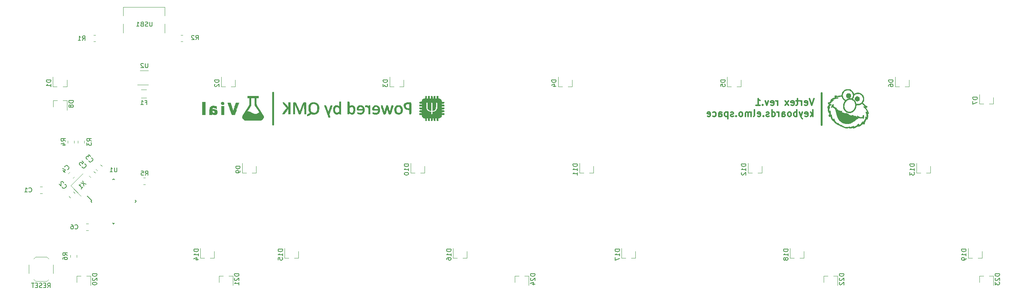
<source format=gbr>
%TF.GenerationSoftware,KiCad,Pcbnew,(5.1.10)-1*%
%TF.CreationDate,2021-11-28T11:57:09+01:00*%
%TF.ProjectId,vertex,76657274-6578-42e6-9b69-6361645f7063,rev?*%
%TF.SameCoordinates,Original*%
%TF.FileFunction,Legend,Bot*%
%TF.FilePolarity,Positive*%
%FSLAX46Y46*%
G04 Gerber Fmt 4.6, Leading zero omitted, Abs format (unit mm)*
G04 Created by KiCad (PCBNEW (5.1.10)-1) date 2021-11-28 11:57:09*
%MOMM*%
%LPD*%
G01*
G04 APERTURE LIST*
%ADD10C,0.400000*%
%ADD11C,0.300000*%
%ADD12C,0.120000*%
%ADD13C,0.010000*%
%ADD14C,0.150000*%
G04 APERTURE END LIST*
D10*
X93446600Y-78033071D02*
X93446600Y-70890214D01*
X217449400Y-78109271D02*
X217449400Y-70966414D01*
D11*
X215778042Y-72211271D02*
X215278042Y-73711271D01*
X214778042Y-72211271D01*
X213706614Y-73639842D02*
X213849471Y-73711271D01*
X214135185Y-73711271D01*
X214278042Y-73639842D01*
X214349471Y-73496985D01*
X214349471Y-72925557D01*
X214278042Y-72782700D01*
X214135185Y-72711271D01*
X213849471Y-72711271D01*
X213706614Y-72782700D01*
X213635185Y-72925557D01*
X213635185Y-73068414D01*
X214349471Y-73211271D01*
X212992328Y-73711271D02*
X212992328Y-72711271D01*
X212992328Y-72996985D02*
X212920900Y-72854128D01*
X212849471Y-72782700D01*
X212706614Y-72711271D01*
X212563757Y-72711271D01*
X212278042Y-72711271D02*
X211706614Y-72711271D01*
X212063757Y-72211271D02*
X212063757Y-73496985D01*
X211992328Y-73639842D01*
X211849471Y-73711271D01*
X211706614Y-73711271D01*
X210635185Y-73639842D02*
X210778042Y-73711271D01*
X211063757Y-73711271D01*
X211206614Y-73639842D01*
X211278042Y-73496985D01*
X211278042Y-72925557D01*
X211206614Y-72782700D01*
X211063757Y-72711271D01*
X210778042Y-72711271D01*
X210635185Y-72782700D01*
X210563757Y-72925557D01*
X210563757Y-73068414D01*
X211278042Y-73211271D01*
X210063757Y-73711271D02*
X209278042Y-72711271D01*
X210063757Y-72711271D02*
X209278042Y-73711271D01*
X207563757Y-73711271D02*
X207563757Y-72711271D01*
X207563757Y-72996985D02*
X207492328Y-72854128D01*
X207420900Y-72782700D01*
X207278042Y-72711271D01*
X207135185Y-72711271D01*
X206063757Y-73639842D02*
X206206614Y-73711271D01*
X206492328Y-73711271D01*
X206635185Y-73639842D01*
X206706614Y-73496985D01*
X206706614Y-72925557D01*
X206635185Y-72782700D01*
X206492328Y-72711271D01*
X206206614Y-72711271D01*
X206063757Y-72782700D01*
X205992328Y-72925557D01*
X205992328Y-73068414D01*
X206706614Y-73211271D01*
X205492328Y-72711271D02*
X205135185Y-73711271D01*
X204778042Y-72711271D01*
X204206614Y-73568414D02*
X204135185Y-73639842D01*
X204206614Y-73711271D01*
X204278042Y-73639842D01*
X204206614Y-73568414D01*
X204206614Y-73711271D01*
X202706614Y-73711271D02*
X203563757Y-73711271D01*
X203135185Y-73711271D02*
X203135185Y-72211271D01*
X203278042Y-72425557D01*
X203420900Y-72568414D01*
X203563757Y-72639842D01*
X215563757Y-76261271D02*
X215563757Y-74761271D01*
X215420900Y-75689842D02*
X214992328Y-76261271D01*
X214992328Y-75261271D02*
X215563757Y-75832700D01*
X213778042Y-76189842D02*
X213920900Y-76261271D01*
X214206614Y-76261271D01*
X214349471Y-76189842D01*
X214420900Y-76046985D01*
X214420900Y-75475557D01*
X214349471Y-75332700D01*
X214206614Y-75261271D01*
X213920900Y-75261271D01*
X213778042Y-75332700D01*
X213706614Y-75475557D01*
X213706614Y-75618414D01*
X214420900Y-75761271D01*
X213206614Y-75261271D02*
X212849471Y-76261271D01*
X212492328Y-75261271D02*
X212849471Y-76261271D01*
X212992328Y-76618414D01*
X213063757Y-76689842D01*
X213206614Y-76761271D01*
X211920900Y-76261271D02*
X211920900Y-74761271D01*
X211920900Y-75332700D02*
X211778042Y-75261271D01*
X211492328Y-75261271D01*
X211349471Y-75332700D01*
X211278042Y-75404128D01*
X211206614Y-75546985D01*
X211206614Y-75975557D01*
X211278042Y-76118414D01*
X211349471Y-76189842D01*
X211492328Y-76261271D01*
X211778042Y-76261271D01*
X211920900Y-76189842D01*
X210349471Y-76261271D02*
X210492328Y-76189842D01*
X210563757Y-76118414D01*
X210635185Y-75975557D01*
X210635185Y-75546985D01*
X210563757Y-75404128D01*
X210492328Y-75332700D01*
X210349471Y-75261271D01*
X210135185Y-75261271D01*
X209992328Y-75332700D01*
X209920900Y-75404128D01*
X209849471Y-75546985D01*
X209849471Y-75975557D01*
X209920900Y-76118414D01*
X209992328Y-76189842D01*
X210135185Y-76261271D01*
X210349471Y-76261271D01*
X208563757Y-76261271D02*
X208563757Y-75475557D01*
X208635185Y-75332700D01*
X208778042Y-75261271D01*
X209063757Y-75261271D01*
X209206614Y-75332700D01*
X208563757Y-76189842D02*
X208706614Y-76261271D01*
X209063757Y-76261271D01*
X209206614Y-76189842D01*
X209278042Y-76046985D01*
X209278042Y-75904128D01*
X209206614Y-75761271D01*
X209063757Y-75689842D01*
X208706614Y-75689842D01*
X208563757Y-75618414D01*
X207849471Y-76261271D02*
X207849471Y-75261271D01*
X207849471Y-75546985D02*
X207778042Y-75404128D01*
X207706614Y-75332700D01*
X207563757Y-75261271D01*
X207420900Y-75261271D01*
X206278042Y-76261271D02*
X206278042Y-74761271D01*
X206278042Y-76189842D02*
X206420900Y-76261271D01*
X206706614Y-76261271D01*
X206849471Y-76189842D01*
X206920900Y-76118414D01*
X206992328Y-75975557D01*
X206992328Y-75546985D01*
X206920900Y-75404128D01*
X206849471Y-75332700D01*
X206706614Y-75261271D01*
X206420900Y-75261271D01*
X206278042Y-75332700D01*
X205635185Y-76189842D02*
X205492328Y-76261271D01*
X205206614Y-76261271D01*
X205063757Y-76189842D01*
X204992328Y-76046985D01*
X204992328Y-75975557D01*
X205063757Y-75832700D01*
X205206614Y-75761271D01*
X205420900Y-75761271D01*
X205563757Y-75689842D01*
X205635185Y-75546985D01*
X205635185Y-75475557D01*
X205563757Y-75332700D01*
X205420900Y-75261271D01*
X205206614Y-75261271D01*
X205063757Y-75332700D01*
X204349471Y-76118414D02*
X204278042Y-76189842D01*
X204349471Y-76261271D01*
X204420900Y-76189842D01*
X204349471Y-76118414D01*
X204349471Y-76261271D01*
X203063757Y-76189842D02*
X203206614Y-76261271D01*
X203492328Y-76261271D01*
X203635185Y-76189842D01*
X203706614Y-76046985D01*
X203706614Y-75475557D01*
X203635185Y-75332700D01*
X203492328Y-75261271D01*
X203206614Y-75261271D01*
X203063757Y-75332700D01*
X202992328Y-75475557D01*
X202992328Y-75618414D01*
X203706614Y-75761271D01*
X202135185Y-76261271D02*
X202278042Y-76189842D01*
X202349471Y-76046985D01*
X202349471Y-74761271D01*
X201563757Y-76261271D02*
X201563757Y-75261271D01*
X201563757Y-75404128D02*
X201492328Y-75332700D01*
X201349471Y-75261271D01*
X201135185Y-75261271D01*
X200992328Y-75332700D01*
X200920900Y-75475557D01*
X200920900Y-76261271D01*
X200920900Y-75475557D02*
X200849471Y-75332700D01*
X200706614Y-75261271D01*
X200492328Y-75261271D01*
X200349471Y-75332700D01*
X200278042Y-75475557D01*
X200278042Y-76261271D01*
X199349471Y-76261271D02*
X199492328Y-76189842D01*
X199563757Y-76118414D01*
X199635185Y-75975557D01*
X199635185Y-75546985D01*
X199563757Y-75404128D01*
X199492328Y-75332700D01*
X199349471Y-75261271D01*
X199135185Y-75261271D01*
X198992328Y-75332700D01*
X198920900Y-75404128D01*
X198849471Y-75546985D01*
X198849471Y-75975557D01*
X198920900Y-76118414D01*
X198992328Y-76189842D01*
X199135185Y-76261271D01*
X199349471Y-76261271D01*
X198206614Y-76118414D02*
X198135185Y-76189842D01*
X198206614Y-76261271D01*
X198278042Y-76189842D01*
X198206614Y-76118414D01*
X198206614Y-76261271D01*
X197563757Y-76189842D02*
X197420900Y-76261271D01*
X197135185Y-76261271D01*
X196992328Y-76189842D01*
X196920900Y-76046985D01*
X196920900Y-75975557D01*
X196992328Y-75832700D01*
X197135185Y-75761271D01*
X197349471Y-75761271D01*
X197492328Y-75689842D01*
X197563757Y-75546985D01*
X197563757Y-75475557D01*
X197492328Y-75332700D01*
X197349471Y-75261271D01*
X197135185Y-75261271D01*
X196992328Y-75332700D01*
X196278042Y-75261271D02*
X196278042Y-76761271D01*
X196278042Y-75332700D02*
X196135185Y-75261271D01*
X195849471Y-75261271D01*
X195706614Y-75332700D01*
X195635185Y-75404128D01*
X195563757Y-75546985D01*
X195563757Y-75975557D01*
X195635185Y-76118414D01*
X195706614Y-76189842D01*
X195849471Y-76261271D01*
X196135185Y-76261271D01*
X196278042Y-76189842D01*
X194278042Y-76261271D02*
X194278042Y-75475557D01*
X194349471Y-75332700D01*
X194492328Y-75261271D01*
X194778042Y-75261271D01*
X194920900Y-75332700D01*
X194278042Y-76189842D02*
X194420900Y-76261271D01*
X194778042Y-76261271D01*
X194920900Y-76189842D01*
X194992328Y-76046985D01*
X194992328Y-75904128D01*
X194920900Y-75761271D01*
X194778042Y-75689842D01*
X194420900Y-75689842D01*
X194278042Y-75618414D01*
X192920900Y-76189842D02*
X193063757Y-76261271D01*
X193349471Y-76261271D01*
X193492328Y-76189842D01*
X193563757Y-76118414D01*
X193635185Y-75975557D01*
X193635185Y-75546985D01*
X193563757Y-75404128D01*
X193492328Y-75332700D01*
X193349471Y-75261271D01*
X193063757Y-75261271D01*
X192920900Y-75332700D01*
X191706614Y-76189842D02*
X191849471Y-76261271D01*
X192135185Y-76261271D01*
X192278042Y-76189842D01*
X192349471Y-76046985D01*
X192349471Y-75475557D01*
X192278042Y-75332700D01*
X192135185Y-75261271D01*
X191849471Y-75261271D01*
X191706614Y-75332700D01*
X191635185Y-75475557D01*
X191635185Y-75618414D01*
X192349471Y-75761271D01*
D12*
%TO.C,D19*%
X253802000Y-108329000D02*
X252872000Y-108329000D01*
X250642000Y-108329000D02*
X251572000Y-108329000D01*
X250642000Y-108329000D02*
X250642000Y-106169000D01*
X253802000Y-108329000D02*
X253802000Y-106869000D01*
%TO.C,D18*%
X213543000Y-108329000D02*
X212613000Y-108329000D01*
X210383000Y-108329000D02*
X211313000Y-108329000D01*
X210383000Y-108329000D02*
X210383000Y-106169000D01*
X213543000Y-108329000D02*
X213543000Y-106869000D01*
%TO.C,D17*%
X175443000Y-108329000D02*
X174513000Y-108329000D01*
X172283000Y-108329000D02*
X173213000Y-108329000D01*
X172283000Y-108329000D02*
X172283000Y-106169000D01*
X175443000Y-108329000D02*
X175443000Y-106869000D01*
%TO.C,D16*%
X137343000Y-108329000D02*
X136413000Y-108329000D01*
X134183000Y-108329000D02*
X135113000Y-108329000D01*
X134183000Y-108329000D02*
X134183000Y-106169000D01*
X137343000Y-108329000D02*
X137343000Y-106869000D01*
%TO.C,D15*%
X99243000Y-108329000D02*
X98313000Y-108329000D01*
X96083000Y-108329000D02*
X97013000Y-108329000D01*
X96083000Y-108329000D02*
X96083000Y-106169000D01*
X99243000Y-108329000D02*
X99243000Y-106869000D01*
%TO.C,D14*%
X80193000Y-108329000D02*
X79263000Y-108329000D01*
X77033000Y-108329000D02*
X77963000Y-108329000D01*
X77033000Y-108329000D02*
X77033000Y-106169000D01*
X80193000Y-108329000D02*
X80193000Y-106869000D01*
%TO.C,D13*%
X242118000Y-89025000D02*
X241188000Y-89025000D01*
X238958000Y-89025000D02*
X239888000Y-89025000D01*
X238958000Y-89025000D02*
X238958000Y-86865000D01*
X242118000Y-89025000D02*
X242118000Y-87565000D01*
%TO.C,D12*%
X204018000Y-89025000D02*
X203088000Y-89025000D01*
X200858000Y-89025000D02*
X201788000Y-89025000D01*
X200858000Y-89025000D02*
X200858000Y-86865000D01*
X204018000Y-89025000D02*
X204018000Y-87565000D01*
%TO.C,D11*%
X165918000Y-89025000D02*
X164988000Y-89025000D01*
X162758000Y-89025000D02*
X163688000Y-89025000D01*
X162758000Y-89025000D02*
X162758000Y-86865000D01*
X165918000Y-89025000D02*
X165918000Y-87565000D01*
%TO.C,D10*%
X127754500Y-89025000D02*
X126824500Y-89025000D01*
X124594500Y-89025000D02*
X125524500Y-89025000D01*
X124594500Y-89025000D02*
X124594500Y-86865000D01*
X127754500Y-89025000D02*
X127754500Y-87565000D01*
%TO.C,D9*%
X89654500Y-89025000D02*
X88724500Y-89025000D01*
X86494500Y-89025000D02*
X87424500Y-89025000D01*
X86494500Y-89025000D02*
X86494500Y-86865000D01*
X89654500Y-89025000D02*
X89654500Y-87565000D01*
%TO.C,D8*%
X43759000Y-72646000D02*
X44689000Y-72646000D01*
X46919000Y-72646000D02*
X45989000Y-72646000D01*
X46919000Y-72646000D02*
X46919000Y-74806000D01*
X43759000Y-72646000D02*
X43759000Y-74106000D01*
%TO.C,D6*%
X237292000Y-69467000D02*
X236362000Y-69467000D01*
X234132000Y-69467000D02*
X235062000Y-69467000D01*
X234132000Y-69467000D02*
X234132000Y-67307000D01*
X237292000Y-69467000D02*
X237292000Y-68007000D01*
%TO.C,D5*%
X199319000Y-69467000D02*
X198389000Y-69467000D01*
X196159000Y-69467000D02*
X197089000Y-69467000D01*
X196159000Y-69467000D02*
X196159000Y-67307000D01*
X199319000Y-69467000D02*
X199319000Y-68007000D01*
%TO.C,D4*%
X161092000Y-69467000D02*
X160162000Y-69467000D01*
X157932000Y-69467000D02*
X158862000Y-69467000D01*
X157932000Y-69467000D02*
X157932000Y-67307000D01*
X161092000Y-69467000D02*
X161092000Y-68007000D01*
%TO.C,D3*%
X122992000Y-69467000D02*
X122062000Y-69467000D01*
X119832000Y-69467000D02*
X120762000Y-69467000D01*
X119832000Y-69467000D02*
X119832000Y-67307000D01*
X122992000Y-69467000D02*
X122992000Y-68007000D01*
%TO.C,D2*%
X84892000Y-69467000D02*
X83962000Y-69467000D01*
X81732000Y-69467000D02*
X82662000Y-69467000D01*
X81732000Y-69467000D02*
X81732000Y-67307000D01*
X84892000Y-69467000D02*
X84892000Y-68007000D01*
%TO.C,D1*%
X46842800Y-69467000D02*
X45912800Y-69467000D01*
X43682800Y-69467000D02*
X44612800Y-69467000D01*
X43682800Y-69467000D02*
X43682800Y-67307000D01*
X46842800Y-69467000D02*
X46842800Y-68007000D01*
%TO.C,D24*%
X148153000Y-112397000D02*
X149083000Y-112397000D01*
X151313000Y-112397000D02*
X150383000Y-112397000D01*
X151313000Y-112397000D02*
X151313000Y-114557000D01*
X148153000Y-112397000D02*
X148153000Y-113857000D01*
%TO.C,D21*%
X81224000Y-112397000D02*
X82154000Y-112397000D01*
X84384000Y-112397000D02*
X83454000Y-112397000D01*
X84384000Y-112397000D02*
X84384000Y-114557000D01*
X81224000Y-112397000D02*
X81224000Y-113857000D01*
%TO.C,D20*%
X49093000Y-112397000D02*
X50023000Y-112397000D01*
X52253000Y-112397000D02*
X51323000Y-112397000D01*
X52253000Y-112397000D02*
X52253000Y-114557000D01*
X49093000Y-112397000D02*
X49093000Y-113857000D01*
%TO.C,D22*%
X218003000Y-112397000D02*
X218933000Y-112397000D01*
X221163000Y-112397000D02*
X220233000Y-112397000D01*
X221163000Y-112397000D02*
X221163000Y-114557000D01*
X218003000Y-112397000D02*
X218003000Y-113857000D01*
%TO.C,D23*%
X253213750Y-112397000D02*
X254143750Y-112397000D01*
X256373750Y-112397000D02*
X255443750Y-112397000D01*
X256373750Y-112397000D02*
X256373750Y-114557000D01*
X253213750Y-112397000D02*
X253213750Y-113857000D01*
%TO.C,D7*%
X256342000Y-73404000D02*
X255412000Y-73404000D01*
X253182000Y-73404000D02*
X254112000Y-73404000D01*
X253182000Y-73404000D02*
X253182000Y-71244000D01*
X256342000Y-73404000D02*
X256342000Y-71944000D01*
D13*
%TO.C,G\u002A\u002A\u002A*%
G36*
X81948221Y-72976144D02*
G01*
X81887314Y-72985995D01*
X81841387Y-73009774D01*
X81792546Y-73053506D01*
X81785460Y-73060559D01*
X81731955Y-73121254D01*
X81706507Y-73178114D01*
X81699241Y-73255786D01*
X81699100Y-73276059D01*
X81720089Y-73401493D01*
X81780185Y-73497575D01*
X81875084Y-73561333D01*
X82000483Y-73589800D01*
X82142146Y-73581754D01*
X82254732Y-73540002D01*
X82334746Y-73461319D01*
X82378124Y-73350824D01*
X82384900Y-73276059D01*
X82380093Y-73191241D01*
X82359087Y-73132181D01*
X82312004Y-73074233D01*
X82298540Y-73060560D01*
X82248105Y-73013957D01*
X82202785Y-72988048D01*
X82144686Y-72976808D01*
X82055917Y-72974216D01*
X82042000Y-72974199D01*
X81948221Y-72976144D01*
G37*
X81948221Y-72976144D02*
X81887314Y-72985995D01*
X81841387Y-73009774D01*
X81792546Y-73053506D01*
X81785460Y-73060559D01*
X81731955Y-73121254D01*
X81706507Y-73178114D01*
X81699241Y-73255786D01*
X81699100Y-73276059D01*
X81720089Y-73401493D01*
X81780185Y-73497575D01*
X81875084Y-73561333D01*
X82000483Y-73589800D01*
X82142146Y-73581754D01*
X82254732Y-73540002D01*
X82334746Y-73461319D01*
X82378124Y-73350824D01*
X82384900Y-73276059D01*
X82380093Y-73191241D01*
X82359087Y-73132181D01*
X82312004Y-73074233D01*
X82298540Y-73060560D01*
X82248105Y-73013957D01*
X82202785Y-72988048D01*
X82144686Y-72976808D01*
X82055917Y-72974216D01*
X82042000Y-72974199D01*
X81948221Y-72976144D01*
G36*
X77482700Y-75819000D02*
G01*
X78092300Y-75819000D01*
X78092300Y-72974200D01*
X77482700Y-72974200D01*
X77482700Y-75819000D01*
G37*
X77482700Y-75819000D02*
X78092300Y-75819000D01*
X78092300Y-72974200D01*
X77482700Y-72974200D01*
X77482700Y-75819000D01*
G36*
X81749900Y-75819000D02*
G01*
X82359500Y-75819000D01*
X82359500Y-73888600D01*
X81749900Y-73888600D01*
X81749900Y-75819000D01*
G37*
X81749900Y-75819000D02*
X82359500Y-75819000D01*
X82359500Y-73888600D01*
X81749900Y-73888600D01*
X81749900Y-75819000D01*
G36*
X85004106Y-73209150D02*
G01*
X84983660Y-73275041D01*
X84952146Y-73378897D01*
X84911575Y-73513911D01*
X84863960Y-73673274D01*
X84811313Y-73850179D01*
X84755645Y-74037819D01*
X84698969Y-74229386D01*
X84643296Y-74418073D01*
X84590640Y-74597073D01*
X84543011Y-74759577D01*
X84502422Y-74898779D01*
X84470886Y-75007870D01*
X84450413Y-75080044D01*
X84443622Y-75105458D01*
X84429199Y-75154165D01*
X84420871Y-75154595D01*
X84419452Y-75140722D01*
X84412024Y-75107618D01*
X84391883Y-75032245D01*
X84360897Y-74920997D01*
X84320934Y-74780269D01*
X84273862Y-74616454D01*
X84221549Y-74435946D01*
X84165863Y-74245139D01*
X84108672Y-74050427D01*
X84051845Y-73858203D01*
X83997250Y-73674861D01*
X83946754Y-73506796D01*
X83902225Y-73360402D01*
X83865533Y-73242071D01*
X83855105Y-73209150D01*
X83828761Y-73126600D01*
X83497813Y-73126600D01*
X83356996Y-73127734D01*
X83261014Y-73131530D01*
X83203942Y-73138578D01*
X83179857Y-73149466D01*
X83178871Y-73158350D01*
X83189198Y-73187727D01*
X83214522Y-73260647D01*
X83253293Y-73372623D01*
X83303962Y-73519168D01*
X83364978Y-73695795D01*
X83434791Y-73898017D01*
X83511851Y-74121348D01*
X83594607Y-74361302D01*
X83643993Y-74504550D01*
X84097109Y-75819000D01*
X84793362Y-75819000D01*
X84869215Y-75596750D01*
X84893169Y-75526495D01*
X84931431Y-75414182D01*
X84981949Y-75265843D01*
X85042668Y-75087511D01*
X85111534Y-74885219D01*
X85186493Y-74665002D01*
X85265491Y-74432892D01*
X85327543Y-74250550D01*
X85710018Y-73126600D01*
X85030440Y-73126600D01*
X85004106Y-73209150D01*
G37*
X85004106Y-73209150D02*
X84983660Y-73275041D01*
X84952146Y-73378897D01*
X84911575Y-73513911D01*
X84863960Y-73673274D01*
X84811313Y-73850179D01*
X84755645Y-74037819D01*
X84698969Y-74229386D01*
X84643296Y-74418073D01*
X84590640Y-74597073D01*
X84543011Y-74759577D01*
X84502422Y-74898779D01*
X84470886Y-75007870D01*
X84450413Y-75080044D01*
X84443622Y-75105458D01*
X84429199Y-75154165D01*
X84420871Y-75154595D01*
X84419452Y-75140722D01*
X84412024Y-75107618D01*
X84391883Y-75032245D01*
X84360897Y-74920997D01*
X84320934Y-74780269D01*
X84273862Y-74616454D01*
X84221549Y-74435946D01*
X84165863Y-74245139D01*
X84108672Y-74050427D01*
X84051845Y-73858203D01*
X83997250Y-73674861D01*
X83946754Y-73506796D01*
X83902225Y-73360402D01*
X83865533Y-73242071D01*
X83855105Y-73209150D01*
X83828761Y-73126600D01*
X83497813Y-73126600D01*
X83356996Y-73127734D01*
X83261014Y-73131530D01*
X83203942Y-73138578D01*
X83179857Y-73149466D01*
X83178871Y-73158350D01*
X83189198Y-73187727D01*
X83214522Y-73260647D01*
X83253293Y-73372623D01*
X83303962Y-73519168D01*
X83364978Y-73695795D01*
X83434791Y-73898017D01*
X83511851Y-74121348D01*
X83594607Y-74361302D01*
X83643993Y-74504550D01*
X84097109Y-75819000D01*
X84793362Y-75819000D01*
X84869215Y-75596750D01*
X84893169Y-75526495D01*
X84931431Y-75414182D01*
X84981949Y-75265843D01*
X85042668Y-75087511D01*
X85111534Y-74885219D01*
X85186493Y-74665002D01*
X85265491Y-74432892D01*
X85327543Y-74250550D01*
X85710018Y-73126600D01*
X85030440Y-73126600D01*
X85004106Y-73209150D01*
G36*
X79792333Y-73851407D02*
G01*
X79690667Y-73853409D01*
X79617805Y-73859133D01*
X79562751Y-73870302D01*
X79514506Y-73888642D01*
X79462073Y-73915877D01*
X79438500Y-73929065D01*
X79300432Y-74035151D01*
X79196104Y-74177930D01*
X79127386Y-74354535D01*
X79110696Y-74431648D01*
X79102753Y-74502956D01*
X79095695Y-74615533D01*
X79089864Y-74759849D01*
X79085602Y-74926376D01*
X79083253Y-75105584D01*
X79082900Y-75205130D01*
X79082900Y-75819000D01*
X79667100Y-75819000D01*
X79667100Y-75580090D01*
X79762350Y-75672904D01*
X79864417Y-75756869D01*
X79972791Y-75810002D01*
X80101965Y-75837436D01*
X80246490Y-75844400D01*
X80364952Y-75840804D01*
X80451879Y-75827631D01*
X80526181Y-75801296D01*
X80558455Y-75785299D01*
X80643024Y-75726392D01*
X80722750Y-75648464D01*
X80746188Y-75618599D01*
X80788415Y-75550594D01*
X80813297Y-75483426D01*
X80826498Y-75397528D01*
X80831407Y-75324218D01*
X80829619Y-75223670D01*
X80267047Y-75223670D01*
X80241318Y-75306302D01*
X80198091Y-75371369D01*
X80178120Y-75387029D01*
X80099535Y-75410307D01*
X79999516Y-75411155D01*
X79901178Y-75391552D01*
X79832435Y-75357446D01*
X79758051Y-75273129D01*
X79700767Y-75159640D01*
X79670236Y-75038060D01*
X79667658Y-74997617D01*
X79667100Y-74900134D01*
X79775050Y-74916492D01*
X79943511Y-74945013D01*
X80068265Y-74974391D01*
X80156349Y-75007926D01*
X80214796Y-75048919D01*
X80250642Y-75100671D01*
X80266570Y-75147096D01*
X80267047Y-75223670D01*
X80829619Y-75223670D01*
X80828251Y-75146799D01*
X80796888Y-74999656D01*
X80733814Y-74879514D01*
X80635525Y-74783092D01*
X80498515Y-74707113D01*
X80319281Y-74648299D01*
X80094317Y-74603371D01*
X80054326Y-74597322D01*
X79929481Y-74579455D01*
X79821335Y-74564597D01*
X79740637Y-74554183D01*
X79698135Y-74549646D01*
X79696097Y-74549564D01*
X79672316Y-74531228D01*
X79676001Y-74485718D01*
X79702686Y-74425368D01*
X79747901Y-74362508D01*
X79773288Y-74336519D01*
X79813946Y-74301479D01*
X79851542Y-74280652D01*
X79899818Y-74271172D01*
X79972514Y-74270173D01*
X80071893Y-74274238D01*
X80192973Y-74282942D01*
X80285843Y-74299218D01*
X80373059Y-74328782D01*
X80475505Y-74376515D01*
X80659486Y-74468292D01*
X80645000Y-73977500D01*
X80467200Y-73914903D01*
X80387543Y-73888954D01*
X80313552Y-73871192D01*
X80232353Y-73860083D01*
X80131069Y-73854095D01*
X79996825Y-73851695D01*
X79933800Y-73851403D01*
X79792333Y-73851407D01*
G37*
X79792333Y-73851407D02*
X79690667Y-73853409D01*
X79617805Y-73859133D01*
X79562751Y-73870302D01*
X79514506Y-73888642D01*
X79462073Y-73915877D01*
X79438500Y-73929065D01*
X79300432Y-74035151D01*
X79196104Y-74177930D01*
X79127386Y-74354535D01*
X79110696Y-74431648D01*
X79102753Y-74502956D01*
X79095695Y-74615533D01*
X79089864Y-74759849D01*
X79085602Y-74926376D01*
X79083253Y-75105584D01*
X79082900Y-75205130D01*
X79082900Y-75819000D01*
X79667100Y-75819000D01*
X79667100Y-75580090D01*
X79762350Y-75672904D01*
X79864417Y-75756869D01*
X79972791Y-75810002D01*
X80101965Y-75837436D01*
X80246490Y-75844400D01*
X80364952Y-75840804D01*
X80451879Y-75827631D01*
X80526181Y-75801296D01*
X80558455Y-75785299D01*
X80643024Y-75726392D01*
X80722750Y-75648464D01*
X80746188Y-75618599D01*
X80788415Y-75550594D01*
X80813297Y-75483426D01*
X80826498Y-75397528D01*
X80831407Y-75324218D01*
X80829619Y-75223670D01*
X80267047Y-75223670D01*
X80241318Y-75306302D01*
X80198091Y-75371369D01*
X80178120Y-75387029D01*
X80099535Y-75410307D01*
X79999516Y-75411155D01*
X79901178Y-75391552D01*
X79832435Y-75357446D01*
X79758051Y-75273129D01*
X79700767Y-75159640D01*
X79670236Y-75038060D01*
X79667658Y-74997617D01*
X79667100Y-74900134D01*
X79775050Y-74916492D01*
X79943511Y-74945013D01*
X80068265Y-74974391D01*
X80156349Y-75007926D01*
X80214796Y-75048919D01*
X80250642Y-75100671D01*
X80266570Y-75147096D01*
X80267047Y-75223670D01*
X80829619Y-75223670D01*
X80828251Y-75146799D01*
X80796888Y-74999656D01*
X80733814Y-74879514D01*
X80635525Y-74783092D01*
X80498515Y-74707113D01*
X80319281Y-74648299D01*
X80094317Y-74603371D01*
X80054326Y-74597322D01*
X79929481Y-74579455D01*
X79821335Y-74564597D01*
X79740637Y-74554183D01*
X79698135Y-74549646D01*
X79696097Y-74549564D01*
X79672316Y-74531228D01*
X79676001Y-74485718D01*
X79702686Y-74425368D01*
X79747901Y-74362508D01*
X79773288Y-74336519D01*
X79813946Y-74301479D01*
X79851542Y-74280652D01*
X79899818Y-74271172D01*
X79972514Y-74270173D01*
X80071893Y-74274238D01*
X80192973Y-74282942D01*
X80285843Y-74299218D01*
X80373059Y-74328782D01*
X80475505Y-74376515D01*
X80659486Y-74468292D01*
X80645000Y-73977500D01*
X80467200Y-73914903D01*
X80387543Y-73888954D01*
X80313552Y-73871192D01*
X80232353Y-73860083D01*
X80131069Y-73854095D01*
X79996825Y-73851695D01*
X79933800Y-73851403D01*
X79792333Y-73851407D01*
G36*
X87693500Y-72059800D02*
G01*
X88125300Y-72059800D01*
X88125300Y-72847200D01*
X88124605Y-73044736D01*
X88122629Y-73223291D01*
X88119540Y-73376992D01*
X88115505Y-73499965D01*
X88110693Y-73586338D01*
X88105269Y-73630239D01*
X88102863Y-73634599D01*
X88076819Y-73655217D01*
X88065059Y-73679049D01*
X88039992Y-73732132D01*
X88004946Y-73790603D01*
X87969063Y-73845962D01*
X87917573Y-73927239D01*
X87861469Y-74017078D01*
X87860152Y-74019203D01*
X87810015Y-74098842D01*
X87769786Y-74160368D01*
X87747193Y-74192003D01*
X87745852Y-74193400D01*
X87718247Y-74228739D01*
X87682193Y-74286227D01*
X87652161Y-74342673D01*
X87650742Y-74345800D01*
X87626650Y-74386773D01*
X87617528Y-74396600D01*
X87598854Y-74422170D01*
X87559924Y-74482451D01*
X87506408Y-74568464D01*
X87443978Y-74671234D01*
X87443259Y-74672430D01*
X87378381Y-74778433D01*
X87319741Y-74870648D01*
X87273919Y-74938951D01*
X87248035Y-74972694D01*
X87217053Y-75020018D01*
X87210900Y-75046114D01*
X87196859Y-75078738D01*
X87185984Y-75082400D01*
X87161909Y-75103951D01*
X87145131Y-75145900D01*
X87127512Y-75193386D01*
X87112323Y-75209400D01*
X87090781Y-75229583D01*
X87057875Y-75279860D01*
X87047577Y-75298300D01*
X87011987Y-75354679D01*
X86982461Y-75385339D01*
X86976802Y-75387200D01*
X86964069Y-75402276D01*
X86966655Y-75407834D01*
X86960050Y-75438494D01*
X86927587Y-75488273D01*
X86917354Y-75500685D01*
X86876434Y-75556838D01*
X86855872Y-75601759D01*
X86855300Y-75607050D01*
X86840505Y-75638238D01*
X86830384Y-75641200D01*
X86806309Y-75662751D01*
X86789531Y-75704700D01*
X86771912Y-75752186D01*
X86756723Y-75768200D01*
X86735181Y-75788383D01*
X86702275Y-75838660D01*
X86691977Y-75857100D01*
X86657035Y-75913419D01*
X86629026Y-75944106D01*
X86623852Y-75946000D01*
X86606346Y-75968177D01*
X86589392Y-76022759D01*
X86586925Y-76034900D01*
X86570295Y-76093506D01*
X86550899Y-76122974D01*
X86547674Y-76123800D01*
X86537733Y-76147305D01*
X86530026Y-76210267D01*
X86525672Y-76301354D01*
X86525100Y-76352400D01*
X86527386Y-76453066D01*
X86533507Y-76531116D01*
X86542363Y-76575216D01*
X86547325Y-76581000D01*
X86567170Y-76602970D01*
X86584557Y-76656095D01*
X86585085Y-76658674D01*
X86609270Y-76729324D01*
X86640572Y-76779324D01*
X86751921Y-76895722D01*
X86837243Y-76976640D01*
X86901781Y-77026630D01*
X86950779Y-77050246D01*
X86953366Y-77050930D01*
X87009851Y-77073770D01*
X87038259Y-77097363D01*
X87055567Y-77103553D01*
X87101005Y-77108965D01*
X87177064Y-77113643D01*
X87286232Y-77117634D01*
X87431000Y-77120983D01*
X87613858Y-77123735D01*
X87837294Y-77125935D01*
X88103800Y-77127629D01*
X88415864Y-77128861D01*
X88775977Y-77129679D01*
X88816513Y-77129742D01*
X89113527Y-77130036D01*
X89397513Y-77130024D01*
X89664085Y-77129725D01*
X89908857Y-77129157D01*
X90127445Y-77128339D01*
X90315463Y-77127290D01*
X90468526Y-77126027D01*
X90582249Y-77124570D01*
X90652245Y-77122938D01*
X90671650Y-77121859D01*
X90732883Y-77110119D01*
X90765336Y-77094203D01*
X90766900Y-77090220D01*
X90788459Y-77069203D01*
X90832575Y-77052623D01*
X90921600Y-77011247D01*
X91016236Y-76936727D01*
X91106403Y-76841086D01*
X91182019Y-76736347D01*
X91233005Y-76634533D01*
X91249500Y-76555362D01*
X91259083Y-76519454D01*
X91274900Y-76517500D01*
X91289371Y-76503586D01*
X91298058Y-76443926D01*
X91300300Y-76366599D01*
X91296741Y-76279733D01*
X91287297Y-76220194D01*
X91274900Y-76200000D01*
X91253029Y-76179159D01*
X91249500Y-76157734D01*
X91240153Y-76109587D01*
X91217185Y-76044545D01*
X91188207Y-75980006D01*
X91160830Y-75933368D01*
X91145766Y-75920600D01*
X91127095Y-75899132D01*
X91112070Y-75857100D01*
X91091674Y-75809528D01*
X91071217Y-75793600D01*
X91048815Y-75773151D01*
X91046300Y-75757314D01*
X91029577Y-75709926D01*
X91010492Y-75685220D01*
X90978590Y-75645077D01*
X90932157Y-75577254D01*
X90890844Y-75511955D01*
X90844248Y-75439154D01*
X90806235Y-75386192D01*
X90786952Y-75366033D01*
X90768083Y-75336804D01*
X90766900Y-75325469D01*
X90751413Y-75284593D01*
X90734114Y-75260200D01*
X90385900Y-75260200D01*
X90365483Y-75283084D01*
X90349917Y-75285600D01*
X90311944Y-75297235D01*
X90305467Y-75305084D01*
X90279698Y-75334837D01*
X90227332Y-75380996D01*
X90162436Y-75432640D01*
X90099077Y-75478845D01*
X90051322Y-75508689D01*
X90036151Y-75514200D01*
X90003273Y-75528954D01*
X90000667Y-75533250D01*
X89967233Y-75565071D01*
X89904507Y-75599837D01*
X89832509Y-75628278D01*
X89771257Y-75641123D01*
X89767531Y-75641200D01*
X89712793Y-75650225D01*
X89687400Y-75666600D01*
X89655857Y-75679325D01*
X89588091Y-75688438D01*
X89498649Y-75691998D01*
X89496900Y-75692000D01*
X89407197Y-75688559D01*
X89338903Y-75679530D01*
X89306566Y-75666853D01*
X89306400Y-75666600D01*
X89273097Y-75650364D01*
X89209926Y-75641664D01*
X89190601Y-75641200D01*
X89127535Y-75635487D01*
X89092829Y-75621242D01*
X89090500Y-75615800D01*
X89076317Y-75594428D01*
X89071450Y-75594675D01*
X89027679Y-75593560D01*
X88965945Y-75581157D01*
X88905889Y-75562894D01*
X88867154Y-75544196D01*
X88861900Y-75536773D01*
X88840682Y-75518203D01*
X88812915Y-75514200D01*
X88754679Y-75496928D01*
X88725829Y-75476100D01*
X88683814Y-75444926D01*
X88662329Y-75438000D01*
X88623742Y-75422213D01*
X88603365Y-75406205D01*
X88540318Y-75356220D01*
X88456336Y-75301436D01*
X88370486Y-75253253D01*
X88301837Y-75223069D01*
X88292456Y-75220346D01*
X88243985Y-75201820D01*
X88226900Y-75184531D01*
X88203647Y-75172312D01*
X88141687Y-75156582D01*
X88052724Y-75140122D01*
X88017350Y-75134701D01*
X87900253Y-75118017D01*
X87819621Y-75108357D01*
X87761674Y-75105264D01*
X87712629Y-75108287D01*
X87658707Y-75116970D01*
X87632217Y-75122016D01*
X87532834Y-75141188D01*
X87670317Y-74940344D01*
X87731183Y-74852425D01*
X87781780Y-74781189D01*
X87815012Y-74736535D01*
X87823427Y-74726800D01*
X87842569Y-74694854D01*
X87856889Y-74656950D01*
X87877295Y-74612716D01*
X87892636Y-74599800D01*
X87914853Y-74579597D01*
X87948140Y-74529277D01*
X87958424Y-74510900D01*
X87992230Y-74454687D01*
X88017584Y-74423952D01*
X88021881Y-74422000D01*
X88041832Y-74401665D01*
X88075911Y-74349616D01*
X88099900Y-74307700D01*
X88138883Y-74242734D01*
X88170443Y-74201326D01*
X88181920Y-74193400D01*
X88201221Y-74174237D01*
X88201500Y-74170360D01*
X88214477Y-74140788D01*
X88248313Y-74081312D01*
X88295365Y-74004078D01*
X88347989Y-73921235D01*
X88398544Y-73844928D01*
X88439387Y-73787306D01*
X88454019Y-73769022D01*
X88462556Y-73733072D01*
X88469488Y-73646893D01*
X88474798Y-73511027D01*
X88478469Y-73326021D01*
X88480484Y-73092417D01*
X88480900Y-72899072D01*
X88480900Y-72059800D01*
X89319100Y-72059800D01*
X89319100Y-72894574D01*
X89319231Y-73123096D01*
X89319832Y-73306342D01*
X89321213Y-73449835D01*
X89323689Y-73559100D01*
X89327569Y-73639660D01*
X89333168Y-73697038D01*
X89340796Y-73736760D01*
X89350765Y-73764347D01*
X89363388Y-73785324D01*
X89369900Y-73793930D01*
X89405044Y-73843113D01*
X89420653Y-73873871D01*
X89420700Y-73874628D01*
X89432334Y-73900974D01*
X89470901Y-73950540D01*
X89515950Y-74001967D01*
X89543111Y-74044394D01*
X89547700Y-74062469D01*
X89563458Y-74094192D01*
X89566750Y-74096033D01*
X89595521Y-74123297D01*
X89635444Y-74175725D01*
X89673708Y-74234504D01*
X89697503Y-74280821D01*
X89700100Y-74291854D01*
X89716309Y-74323098D01*
X89719150Y-74324633D01*
X89748578Y-74352433D01*
X89788763Y-74405582D01*
X89826905Y-74465080D01*
X89850202Y-74511925D01*
X89852500Y-74522571D01*
X89866654Y-74548145D01*
X89871550Y-74549049D01*
X89894466Y-74568597D01*
X89935296Y-74619508D01*
X89979500Y-74682393D01*
X90031588Y-74758335D01*
X90076491Y-74820063D01*
X90100150Y-74849258D01*
X90127368Y-74887184D01*
X90131900Y-74901624D01*
X90147554Y-74931858D01*
X90183690Y-74976010D01*
X90215550Y-75014684D01*
X90221202Y-75031572D01*
X90220762Y-75031600D01*
X90226315Y-75047717D01*
X90258403Y-75087767D01*
X90270573Y-75101190D01*
X90313083Y-75155013D01*
X90334490Y-75197738D01*
X90335100Y-75202790D01*
X90351034Y-75232481D01*
X90360500Y-75234800D01*
X90385162Y-75254128D01*
X90385900Y-75260200D01*
X90734114Y-75260200D01*
X90716100Y-75234800D01*
X90679603Y-75182242D01*
X90665300Y-75142013D01*
X90653490Y-75110743D01*
X90645462Y-75107800D01*
X90624815Y-75087437D01*
X90584836Y-75032483D01*
X90531938Y-74952139D01*
X90490555Y-74885550D01*
X90407581Y-74750068D01*
X90321353Y-74611096D01*
X90236679Y-74476190D01*
X90158365Y-74352908D01*
X90091219Y-74248806D01*
X90040046Y-74171444D01*
X90009655Y-74128377D01*
X90006562Y-74124622D01*
X89982574Y-74089892D01*
X89979500Y-74079952D01*
X89965821Y-74053092D01*
X89930836Y-73999731D01*
X89903300Y-73960769D01*
X89859396Y-73894243D01*
X89831857Y-73841133D01*
X89827100Y-73823405D01*
X89813794Y-73787552D01*
X89806969Y-73782766D01*
X89782252Y-73757493D01*
X89744631Y-73704422D01*
X89730769Y-73682401D01*
X89714842Y-73654673D01*
X89702256Y-73625598D01*
X89692618Y-73589168D01*
X89685537Y-73539375D01*
X89680617Y-73470211D01*
X89677467Y-73375667D01*
X89675694Y-73249736D01*
X89674904Y-73086408D01*
X89674704Y-72879675D01*
X89674700Y-72825151D01*
X89674700Y-72059800D01*
X90133955Y-72059800D01*
X90126578Y-71850250D01*
X90119200Y-71640700D01*
X88906350Y-71634103D01*
X87693500Y-71627507D01*
X87693500Y-72059800D01*
G37*
X87693500Y-72059800D02*
X88125300Y-72059800D01*
X88125300Y-72847200D01*
X88124605Y-73044736D01*
X88122629Y-73223291D01*
X88119540Y-73376992D01*
X88115505Y-73499965D01*
X88110693Y-73586338D01*
X88105269Y-73630239D01*
X88102863Y-73634599D01*
X88076819Y-73655217D01*
X88065059Y-73679049D01*
X88039992Y-73732132D01*
X88004946Y-73790603D01*
X87969063Y-73845962D01*
X87917573Y-73927239D01*
X87861469Y-74017078D01*
X87860152Y-74019203D01*
X87810015Y-74098842D01*
X87769786Y-74160368D01*
X87747193Y-74192003D01*
X87745852Y-74193400D01*
X87718247Y-74228739D01*
X87682193Y-74286227D01*
X87652161Y-74342673D01*
X87650742Y-74345800D01*
X87626650Y-74386773D01*
X87617528Y-74396600D01*
X87598854Y-74422170D01*
X87559924Y-74482451D01*
X87506408Y-74568464D01*
X87443978Y-74671234D01*
X87443259Y-74672430D01*
X87378381Y-74778433D01*
X87319741Y-74870648D01*
X87273919Y-74938951D01*
X87248035Y-74972694D01*
X87217053Y-75020018D01*
X87210900Y-75046114D01*
X87196859Y-75078738D01*
X87185984Y-75082400D01*
X87161909Y-75103951D01*
X87145131Y-75145900D01*
X87127512Y-75193386D01*
X87112323Y-75209400D01*
X87090781Y-75229583D01*
X87057875Y-75279860D01*
X87047577Y-75298300D01*
X87011987Y-75354679D01*
X86982461Y-75385339D01*
X86976802Y-75387200D01*
X86964069Y-75402276D01*
X86966655Y-75407834D01*
X86960050Y-75438494D01*
X86927587Y-75488273D01*
X86917354Y-75500685D01*
X86876434Y-75556838D01*
X86855872Y-75601759D01*
X86855300Y-75607050D01*
X86840505Y-75638238D01*
X86830384Y-75641200D01*
X86806309Y-75662751D01*
X86789531Y-75704700D01*
X86771912Y-75752186D01*
X86756723Y-75768200D01*
X86735181Y-75788383D01*
X86702275Y-75838660D01*
X86691977Y-75857100D01*
X86657035Y-75913419D01*
X86629026Y-75944106D01*
X86623852Y-75946000D01*
X86606346Y-75968177D01*
X86589392Y-76022759D01*
X86586925Y-76034900D01*
X86570295Y-76093506D01*
X86550899Y-76122974D01*
X86547674Y-76123800D01*
X86537733Y-76147305D01*
X86530026Y-76210267D01*
X86525672Y-76301354D01*
X86525100Y-76352400D01*
X86527386Y-76453066D01*
X86533507Y-76531116D01*
X86542363Y-76575216D01*
X86547325Y-76581000D01*
X86567170Y-76602970D01*
X86584557Y-76656095D01*
X86585085Y-76658674D01*
X86609270Y-76729324D01*
X86640572Y-76779324D01*
X86751921Y-76895722D01*
X86837243Y-76976640D01*
X86901781Y-77026630D01*
X86950779Y-77050246D01*
X86953366Y-77050930D01*
X87009851Y-77073770D01*
X87038259Y-77097363D01*
X87055567Y-77103553D01*
X87101005Y-77108965D01*
X87177064Y-77113643D01*
X87286232Y-77117634D01*
X87431000Y-77120983D01*
X87613858Y-77123735D01*
X87837294Y-77125935D01*
X88103800Y-77127629D01*
X88415864Y-77128861D01*
X88775977Y-77129679D01*
X88816513Y-77129742D01*
X89113527Y-77130036D01*
X89397513Y-77130024D01*
X89664085Y-77129725D01*
X89908857Y-77129157D01*
X90127445Y-77128339D01*
X90315463Y-77127290D01*
X90468526Y-77126027D01*
X90582249Y-77124570D01*
X90652245Y-77122938D01*
X90671650Y-77121859D01*
X90732883Y-77110119D01*
X90765336Y-77094203D01*
X90766900Y-77090220D01*
X90788459Y-77069203D01*
X90832575Y-77052623D01*
X90921600Y-77011247D01*
X91016236Y-76936727D01*
X91106403Y-76841086D01*
X91182019Y-76736347D01*
X91233005Y-76634533D01*
X91249500Y-76555362D01*
X91259083Y-76519454D01*
X91274900Y-76517500D01*
X91289371Y-76503586D01*
X91298058Y-76443926D01*
X91300300Y-76366599D01*
X91296741Y-76279733D01*
X91287297Y-76220194D01*
X91274900Y-76200000D01*
X91253029Y-76179159D01*
X91249500Y-76157734D01*
X91240153Y-76109587D01*
X91217185Y-76044545D01*
X91188207Y-75980006D01*
X91160830Y-75933368D01*
X91145766Y-75920600D01*
X91127095Y-75899132D01*
X91112070Y-75857100D01*
X91091674Y-75809528D01*
X91071217Y-75793600D01*
X91048815Y-75773151D01*
X91046300Y-75757314D01*
X91029577Y-75709926D01*
X91010492Y-75685220D01*
X90978590Y-75645077D01*
X90932157Y-75577254D01*
X90890844Y-75511955D01*
X90844248Y-75439154D01*
X90806235Y-75386192D01*
X90786952Y-75366033D01*
X90768083Y-75336804D01*
X90766900Y-75325469D01*
X90751413Y-75284593D01*
X90734114Y-75260200D01*
X90385900Y-75260200D01*
X90365483Y-75283084D01*
X90349917Y-75285600D01*
X90311944Y-75297235D01*
X90305467Y-75305084D01*
X90279698Y-75334837D01*
X90227332Y-75380996D01*
X90162436Y-75432640D01*
X90099077Y-75478845D01*
X90051322Y-75508689D01*
X90036151Y-75514200D01*
X90003273Y-75528954D01*
X90000667Y-75533250D01*
X89967233Y-75565071D01*
X89904507Y-75599837D01*
X89832509Y-75628278D01*
X89771257Y-75641123D01*
X89767531Y-75641200D01*
X89712793Y-75650225D01*
X89687400Y-75666600D01*
X89655857Y-75679325D01*
X89588091Y-75688438D01*
X89498649Y-75691998D01*
X89496900Y-75692000D01*
X89407197Y-75688559D01*
X89338903Y-75679530D01*
X89306566Y-75666853D01*
X89306400Y-75666600D01*
X89273097Y-75650364D01*
X89209926Y-75641664D01*
X89190601Y-75641200D01*
X89127535Y-75635487D01*
X89092829Y-75621242D01*
X89090500Y-75615800D01*
X89076317Y-75594428D01*
X89071450Y-75594675D01*
X89027679Y-75593560D01*
X88965945Y-75581157D01*
X88905889Y-75562894D01*
X88867154Y-75544196D01*
X88861900Y-75536773D01*
X88840682Y-75518203D01*
X88812915Y-75514200D01*
X88754679Y-75496928D01*
X88725829Y-75476100D01*
X88683814Y-75444926D01*
X88662329Y-75438000D01*
X88623742Y-75422213D01*
X88603365Y-75406205D01*
X88540318Y-75356220D01*
X88456336Y-75301436D01*
X88370486Y-75253253D01*
X88301837Y-75223069D01*
X88292456Y-75220346D01*
X88243985Y-75201820D01*
X88226900Y-75184531D01*
X88203647Y-75172312D01*
X88141687Y-75156582D01*
X88052724Y-75140122D01*
X88017350Y-75134701D01*
X87900253Y-75118017D01*
X87819621Y-75108357D01*
X87761674Y-75105264D01*
X87712629Y-75108287D01*
X87658707Y-75116970D01*
X87632217Y-75122016D01*
X87532834Y-75141188D01*
X87670317Y-74940344D01*
X87731183Y-74852425D01*
X87781780Y-74781189D01*
X87815012Y-74736535D01*
X87823427Y-74726800D01*
X87842569Y-74694854D01*
X87856889Y-74656950D01*
X87877295Y-74612716D01*
X87892636Y-74599800D01*
X87914853Y-74579597D01*
X87948140Y-74529277D01*
X87958424Y-74510900D01*
X87992230Y-74454687D01*
X88017584Y-74423952D01*
X88021881Y-74422000D01*
X88041832Y-74401665D01*
X88075911Y-74349616D01*
X88099900Y-74307700D01*
X88138883Y-74242734D01*
X88170443Y-74201326D01*
X88181920Y-74193400D01*
X88201221Y-74174237D01*
X88201500Y-74170360D01*
X88214477Y-74140788D01*
X88248313Y-74081312D01*
X88295365Y-74004078D01*
X88347989Y-73921235D01*
X88398544Y-73844928D01*
X88439387Y-73787306D01*
X88454019Y-73769022D01*
X88462556Y-73733072D01*
X88469488Y-73646893D01*
X88474798Y-73511027D01*
X88478469Y-73326021D01*
X88480484Y-73092417D01*
X88480900Y-72899072D01*
X88480900Y-72059800D01*
X89319100Y-72059800D01*
X89319100Y-72894574D01*
X89319231Y-73123096D01*
X89319832Y-73306342D01*
X89321213Y-73449835D01*
X89323689Y-73559100D01*
X89327569Y-73639660D01*
X89333168Y-73697038D01*
X89340796Y-73736760D01*
X89350765Y-73764347D01*
X89363388Y-73785324D01*
X89369900Y-73793930D01*
X89405044Y-73843113D01*
X89420653Y-73873871D01*
X89420700Y-73874628D01*
X89432334Y-73900974D01*
X89470901Y-73950540D01*
X89515950Y-74001967D01*
X89543111Y-74044394D01*
X89547700Y-74062469D01*
X89563458Y-74094192D01*
X89566750Y-74096033D01*
X89595521Y-74123297D01*
X89635444Y-74175725D01*
X89673708Y-74234504D01*
X89697503Y-74280821D01*
X89700100Y-74291854D01*
X89716309Y-74323098D01*
X89719150Y-74324633D01*
X89748578Y-74352433D01*
X89788763Y-74405582D01*
X89826905Y-74465080D01*
X89850202Y-74511925D01*
X89852500Y-74522571D01*
X89866654Y-74548145D01*
X89871550Y-74549049D01*
X89894466Y-74568597D01*
X89935296Y-74619508D01*
X89979500Y-74682393D01*
X90031588Y-74758335D01*
X90076491Y-74820063D01*
X90100150Y-74849258D01*
X90127368Y-74887184D01*
X90131900Y-74901624D01*
X90147554Y-74931858D01*
X90183690Y-74976010D01*
X90215550Y-75014684D01*
X90221202Y-75031572D01*
X90220762Y-75031600D01*
X90226315Y-75047717D01*
X90258403Y-75087767D01*
X90270573Y-75101190D01*
X90313083Y-75155013D01*
X90334490Y-75197738D01*
X90335100Y-75202790D01*
X90351034Y-75232481D01*
X90360500Y-75234800D01*
X90385162Y-75254128D01*
X90385900Y-75260200D01*
X90734114Y-75260200D01*
X90716100Y-75234800D01*
X90679603Y-75182242D01*
X90665300Y-75142013D01*
X90653490Y-75110743D01*
X90645462Y-75107800D01*
X90624815Y-75087437D01*
X90584836Y-75032483D01*
X90531938Y-74952139D01*
X90490555Y-74885550D01*
X90407581Y-74750068D01*
X90321353Y-74611096D01*
X90236679Y-74476190D01*
X90158365Y-74352908D01*
X90091219Y-74248806D01*
X90040046Y-74171444D01*
X90009655Y-74128377D01*
X90006562Y-74124622D01*
X89982574Y-74089892D01*
X89979500Y-74079952D01*
X89965821Y-74053092D01*
X89930836Y-73999731D01*
X89903300Y-73960769D01*
X89859396Y-73894243D01*
X89831857Y-73841133D01*
X89827100Y-73823405D01*
X89813794Y-73787552D01*
X89806969Y-73782766D01*
X89782252Y-73757493D01*
X89744631Y-73704422D01*
X89730769Y-73682401D01*
X89714842Y-73654673D01*
X89702256Y-73625598D01*
X89692618Y-73589168D01*
X89685537Y-73539375D01*
X89680617Y-73470211D01*
X89677467Y-73375667D01*
X89675694Y-73249736D01*
X89674904Y-73086408D01*
X89674704Y-72879675D01*
X89674700Y-72825151D01*
X89674700Y-72059800D01*
X90133955Y-72059800D01*
X90126578Y-71850250D01*
X90119200Y-71640700D01*
X88906350Y-71634103D01*
X87693500Y-71627507D01*
X87693500Y-72059800D01*
G36*
X95733105Y-73041047D02*
G01*
X95663649Y-73074461D01*
X95637350Y-73125301D01*
X95657428Y-73169772D01*
X95714352Y-73255388D01*
X95803163Y-73375502D01*
X95918899Y-73523464D01*
X96056601Y-73692626D01*
X96095712Y-73739647D01*
X96554074Y-74288319D01*
X96062334Y-74946170D01*
X95929851Y-75125836D01*
X95811643Y-75290816D01*
X95712685Y-75433783D01*
X95637952Y-75547407D01*
X95592419Y-75624363D01*
X95580458Y-75655948D01*
X95615807Y-75690669D01*
X95692054Y-75712892D01*
X95787565Y-75721183D01*
X95880707Y-75714106D01*
X95949849Y-75690226D01*
X95961111Y-75681203D01*
X95992087Y-75643593D01*
X96054718Y-75562325D01*
X96143254Y-75445053D01*
X96251941Y-75299431D01*
X96375028Y-75133111D01*
X96464969Y-75010800D01*
X96923225Y-74385997D01*
X96954975Y-75707875D01*
X97114945Y-75717238D01*
X97211160Y-75718483D01*
X97279563Y-75711291D01*
X97297508Y-75704009D01*
X97302394Y-75668364D01*
X97306917Y-75576025D01*
X97310960Y-75433797D01*
X97314408Y-75248486D01*
X97317142Y-75026895D01*
X97319048Y-74775832D01*
X97320007Y-74502100D01*
X97320100Y-74384172D01*
X97320100Y-73086928D01*
X97232788Y-73053688D01*
X97114250Y-73037123D01*
X97050225Y-73047679D01*
X96954975Y-73074909D01*
X96923225Y-74239303D01*
X96464090Y-73660569D01*
X96317334Y-73478630D01*
X96185453Y-73321055D01*
X96073900Y-73194002D01*
X95988127Y-73103630D01*
X95933586Y-73056098D01*
X95924671Y-73051311D01*
X95826521Y-73031680D01*
X95733105Y-73041047D01*
G37*
X95733105Y-73041047D02*
X95663649Y-73074461D01*
X95637350Y-73125301D01*
X95657428Y-73169772D01*
X95714352Y-73255388D01*
X95803163Y-73375502D01*
X95918899Y-73523464D01*
X96056601Y-73692626D01*
X96095712Y-73739647D01*
X96554074Y-74288319D01*
X96062334Y-74946170D01*
X95929851Y-75125836D01*
X95811643Y-75290816D01*
X95712685Y-75433783D01*
X95637952Y-75547407D01*
X95592419Y-75624363D01*
X95580458Y-75655948D01*
X95615807Y-75690669D01*
X95692054Y-75712892D01*
X95787565Y-75721183D01*
X95880707Y-75714106D01*
X95949849Y-75690226D01*
X95961111Y-75681203D01*
X95992087Y-75643593D01*
X96054718Y-75562325D01*
X96143254Y-75445053D01*
X96251941Y-75299431D01*
X96375028Y-75133111D01*
X96464969Y-75010800D01*
X96923225Y-74385997D01*
X96954975Y-75707875D01*
X97114945Y-75717238D01*
X97211160Y-75718483D01*
X97279563Y-75711291D01*
X97297508Y-75704009D01*
X97302394Y-75668364D01*
X97306917Y-75576025D01*
X97310960Y-75433797D01*
X97314408Y-75248486D01*
X97317142Y-75026895D01*
X97319048Y-74775832D01*
X97320007Y-74502100D01*
X97320100Y-74384172D01*
X97320100Y-73086928D01*
X97232788Y-73053688D01*
X97114250Y-73037123D01*
X97050225Y-73047679D01*
X96954975Y-73074909D01*
X96923225Y-74239303D01*
X96464090Y-73660569D01*
X96317334Y-73478630D01*
X96185453Y-73321055D01*
X96073900Y-73194002D01*
X95988127Y-73103630D01*
X95933586Y-73056098D01*
X95924671Y-73051311D01*
X95826521Y-73031680D01*
X95733105Y-73041047D01*
G36*
X98124855Y-73070480D02*
G01*
X98047736Y-73097959D01*
X98036385Y-73107000D01*
X98023752Y-73125406D01*
X98013511Y-73156759D01*
X98005478Y-73206936D01*
X97999465Y-73281817D01*
X97995288Y-73387279D01*
X97992759Y-73529201D01*
X97991693Y-73713461D01*
X97991904Y-73945938D01*
X97993205Y-74232509D01*
X97994430Y-74432563D01*
X98002725Y-75707875D01*
X98351975Y-75707875D01*
X98383725Y-73432555D01*
X98825347Y-74538465D01*
X98925931Y-74789392D01*
X99020091Y-75022464D01*
X99105035Y-75230910D01*
X99177975Y-75407963D01*
X99236121Y-75546855D01*
X99276682Y-75640818D01*
X99296870Y-75683083D01*
X99297547Y-75684062D01*
X99346264Y-75708802D01*
X99431123Y-75722669D01*
X99463225Y-75723750D01*
X99553990Y-75715046D01*
X99617675Y-75693274D01*
X99628340Y-75684062D01*
X99646194Y-75646277D01*
X99683961Y-75555963D01*
X99738939Y-75419927D01*
X99808426Y-75244978D01*
X99889719Y-75037922D01*
X99980115Y-74805567D01*
X100076913Y-74554720D01*
X100084665Y-74534547D01*
X100510975Y-73424719D01*
X100542725Y-75707875D01*
X100685766Y-75717234D01*
X100788786Y-75714530D01*
X100858759Y-75694365D01*
X100868328Y-75687072D01*
X100879173Y-75645096D01*
X100888407Y-75548135D01*
X100896035Y-75404680D01*
X100902063Y-75223225D01*
X100906495Y-75012264D01*
X100909335Y-74780290D01*
X100910590Y-74535795D01*
X100910263Y-74287273D01*
X100908359Y-74043217D01*
X100904884Y-73812120D01*
X100899842Y-73602476D01*
X100893238Y-73422778D01*
X100885076Y-73281518D01*
X100875362Y-73187191D01*
X100866886Y-73152000D01*
X100838920Y-73109164D01*
X100797849Y-73083956D01*
X100726832Y-73070548D01*
X100610108Y-73063162D01*
X100461424Y-73063687D01*
X100361512Y-73081871D01*
X100319591Y-73102035D01*
X100291282Y-73132914D01*
X100252953Y-73197125D01*
X100202598Y-73299144D01*
X100138211Y-73443445D01*
X100057787Y-73634503D01*
X99959320Y-73876792D01*
X99856349Y-74135434D01*
X99762974Y-74370098D01*
X99676414Y-74584759D01*
X99599527Y-74772556D01*
X99535167Y-74926630D01*
X99486190Y-75040120D01*
X99455452Y-75106168D01*
X99446286Y-75120500D01*
X99429738Y-75092233D01*
X99392158Y-75011966D01*
X99336490Y-74886495D01*
X99265681Y-74722618D01*
X99182675Y-74527133D01*
X99090419Y-74306837D01*
X99019152Y-74134812D01*
X98892799Y-73831994D01*
X98783990Y-73578616D01*
X98693677Y-73376763D01*
X98622818Y-73228518D01*
X98572365Y-73135968D01*
X98546664Y-73102937D01*
X98469229Y-73073109D01*
X98358110Y-73057876D01*
X98235816Y-73057059D01*
X98124855Y-73070480D01*
G37*
X98124855Y-73070480D02*
X98047736Y-73097959D01*
X98036385Y-73107000D01*
X98023752Y-73125406D01*
X98013511Y-73156759D01*
X98005478Y-73206936D01*
X97999465Y-73281817D01*
X97995288Y-73387279D01*
X97992759Y-73529201D01*
X97991693Y-73713461D01*
X97991904Y-73945938D01*
X97993205Y-74232509D01*
X97994430Y-74432563D01*
X98002725Y-75707875D01*
X98351975Y-75707875D01*
X98383725Y-73432555D01*
X98825347Y-74538465D01*
X98925931Y-74789392D01*
X99020091Y-75022464D01*
X99105035Y-75230910D01*
X99177975Y-75407963D01*
X99236121Y-75546855D01*
X99276682Y-75640818D01*
X99296870Y-75683083D01*
X99297547Y-75684062D01*
X99346264Y-75708802D01*
X99431123Y-75722669D01*
X99463225Y-75723750D01*
X99553990Y-75715046D01*
X99617675Y-75693274D01*
X99628340Y-75684062D01*
X99646194Y-75646277D01*
X99683961Y-75555963D01*
X99738939Y-75419927D01*
X99808426Y-75244978D01*
X99889719Y-75037922D01*
X99980115Y-74805567D01*
X100076913Y-74554720D01*
X100084665Y-74534547D01*
X100510975Y-73424719D01*
X100542725Y-75707875D01*
X100685766Y-75717234D01*
X100788786Y-75714530D01*
X100858759Y-75694365D01*
X100868328Y-75687072D01*
X100879173Y-75645096D01*
X100888407Y-75548135D01*
X100896035Y-75404680D01*
X100902063Y-75223225D01*
X100906495Y-75012264D01*
X100909335Y-74780290D01*
X100910590Y-74535795D01*
X100910263Y-74287273D01*
X100908359Y-74043217D01*
X100904884Y-73812120D01*
X100899842Y-73602476D01*
X100893238Y-73422778D01*
X100885076Y-73281518D01*
X100875362Y-73187191D01*
X100866886Y-73152000D01*
X100838920Y-73109164D01*
X100797849Y-73083956D01*
X100726832Y-73070548D01*
X100610108Y-73063162D01*
X100461424Y-73063687D01*
X100361512Y-73081871D01*
X100319591Y-73102035D01*
X100291282Y-73132914D01*
X100252953Y-73197125D01*
X100202598Y-73299144D01*
X100138211Y-73443445D01*
X100057787Y-73634503D01*
X99959320Y-73876792D01*
X99856349Y-74135434D01*
X99762974Y-74370098D01*
X99676414Y-74584759D01*
X99599527Y-74772556D01*
X99535167Y-74926630D01*
X99486190Y-75040120D01*
X99455452Y-75106168D01*
X99446286Y-75120500D01*
X99429738Y-75092233D01*
X99392158Y-75011966D01*
X99336490Y-74886495D01*
X99265681Y-74722618D01*
X99182675Y-74527133D01*
X99090419Y-74306837D01*
X99019152Y-74134812D01*
X98892799Y-73831994D01*
X98783990Y-73578616D01*
X98693677Y-73376763D01*
X98622818Y-73228518D01*
X98572365Y-73135968D01*
X98546664Y-73102937D01*
X98469229Y-73073109D01*
X98358110Y-73057876D01*
X98235816Y-73057059D01*
X98124855Y-73070480D01*
G36*
X114431919Y-73732714D02*
G01*
X114354485Y-73766934D01*
X114316357Y-73836024D01*
X114306350Y-73947144D01*
X114306350Y-74105054D01*
X114482498Y-74084352D01*
X114621137Y-74078484D01*
X114728000Y-74104463D01*
X114821363Y-74171031D01*
X114919506Y-74286928D01*
X114926822Y-74296833D01*
X115035227Y-74444511D01*
X115052475Y-75707875D01*
X115196533Y-75717276D01*
X115287876Y-75718343D01*
X115350797Y-75710098D01*
X115363220Y-75704047D01*
X115368868Y-75667778D01*
X115374002Y-75575963D01*
X115378438Y-75436557D01*
X115381994Y-75257514D01*
X115384489Y-75046786D01*
X115385739Y-74812329D01*
X115385850Y-74716593D01*
X115385850Y-73751770D01*
X115235038Y-73761447D01*
X115084225Y-73771125D01*
X115074508Y-73905139D01*
X115064790Y-74039153D01*
X114966607Y-73927330D01*
X114834296Y-73805663D01*
X114695174Y-73740174D01*
X114559840Y-73723500D01*
X114431919Y-73732714D01*
G37*
X114431919Y-73732714D02*
X114354485Y-73766934D01*
X114316357Y-73836024D01*
X114306350Y-73947144D01*
X114306350Y-74105054D01*
X114482498Y-74084352D01*
X114621137Y-74078484D01*
X114728000Y-74104463D01*
X114821363Y-74171031D01*
X114919506Y-74286928D01*
X114926822Y-74296833D01*
X115035227Y-74444511D01*
X115052475Y-75707875D01*
X115196533Y-75717276D01*
X115287876Y-75718343D01*
X115350797Y-75710098D01*
X115363220Y-75704047D01*
X115368868Y-75667778D01*
X115374002Y-75575963D01*
X115378438Y-75436557D01*
X115381994Y-75257514D01*
X115384489Y-75046786D01*
X115385739Y-74812329D01*
X115385850Y-74716593D01*
X115385850Y-73751770D01*
X115235038Y-73761447D01*
X115084225Y-73771125D01*
X115074508Y-73905139D01*
X115064790Y-74039153D01*
X114966607Y-73927330D01*
X114834296Y-73805663D01*
X114695174Y-73740174D01*
X114559840Y-73723500D01*
X114431919Y-73732714D01*
G36*
X120200454Y-74017187D02*
G01*
X120152217Y-74178964D01*
X120100053Y-74355945D01*
X120054893Y-74511032D01*
X120053100Y-74517250D01*
X120009140Y-74668203D01*
X119957182Y-74844278D01*
X119907744Y-75009853D01*
X119903106Y-75025250D01*
X119821725Y-75295125D01*
X119623580Y-74559839D01*
X119567173Y-74352323D01*
X119515219Y-74164595D01*
X119470264Y-74005580D01*
X119434854Y-73884207D01*
X119411536Y-73809403D01*
X119404019Y-73789901D01*
X119362167Y-73769691D01*
X119279760Y-73757204D01*
X119227219Y-73755250D01*
X119133313Y-73758176D01*
X119083051Y-73774363D01*
X119056613Y-73814920D01*
X119043142Y-73858437D01*
X118984039Y-74068618D01*
X118922057Y-74284878D01*
X118859785Y-74498613D01*
X118799809Y-74701217D01*
X118744718Y-74884086D01*
X118697099Y-75038614D01*
X118659539Y-75156197D01*
X118634627Y-75228228D01*
X118625513Y-75247275D01*
X118611782Y-75218229D01*
X118584072Y-75137696D01*
X118545447Y-75015362D01*
X118498972Y-74860908D01*
X118452152Y-74699587D01*
X118396689Y-74505919D01*
X118342541Y-74317857D01*
X118294025Y-74150327D01*
X118255460Y-74018250D01*
X118236339Y-73953687D01*
X118176850Y-73755250D01*
X118021474Y-73755250D01*
X117927268Y-73761207D01*
X117861893Y-73776366D01*
X117846567Y-73786852D01*
X117851606Y-73822112D01*
X117872927Y-73908884D01*
X117907824Y-74038087D01*
X117953591Y-74200638D01*
X118007525Y-74387453D01*
X118066918Y-74589452D01*
X118129067Y-74797550D01*
X118191266Y-75002666D01*
X118250811Y-75195717D01*
X118304995Y-75367620D01*
X118351115Y-75509294D01*
X118386464Y-75611655D01*
X118402174Y-75652312D01*
X118427304Y-75692964D01*
X118470158Y-75714539D01*
X118548272Y-75722795D01*
X118619782Y-75723750D01*
X118736600Y-75716976D01*
X118816695Y-75698673D01*
X118839642Y-75684062D01*
X118857892Y-75642828D01*
X118890413Y-75550103D01*
X118934116Y-75415479D01*
X118985916Y-75248548D01*
X119042725Y-75058901D01*
X119061890Y-74993500D01*
X119251571Y-74342625D01*
X119289699Y-74485500D01*
X119377523Y-74813783D01*
X119450349Y-75084146D01*
X119509158Y-75300123D01*
X119554931Y-75465249D01*
X119588650Y-75583060D01*
X119611295Y-75657091D01*
X119623848Y-75690878D01*
X119624580Y-75692169D01*
X119667595Y-75711984D01*
X119751193Y-75722007D01*
X119853286Y-75722663D01*
X119951785Y-75714376D01*
X120024601Y-75697571D01*
X120046385Y-75684062D01*
X120064386Y-75643648D01*
X120097418Y-75551676D01*
X120142585Y-75417506D01*
X120196990Y-75250496D01*
X120257738Y-75060006D01*
X120321932Y-74855394D01*
X120386675Y-74646020D01*
X120449071Y-74441243D01*
X120506225Y-74250421D01*
X120555239Y-74082915D01*
X120593217Y-73948083D01*
X120617264Y-73855284D01*
X120624600Y-73815637D01*
X120615977Y-73780448D01*
X120580191Y-73762211D01*
X120502365Y-73755722D01*
X120451897Y-73755250D01*
X120279193Y-73755250D01*
X120200454Y-74017187D01*
G37*
X120200454Y-74017187D02*
X120152217Y-74178964D01*
X120100053Y-74355945D01*
X120054893Y-74511032D01*
X120053100Y-74517250D01*
X120009140Y-74668203D01*
X119957182Y-74844278D01*
X119907744Y-75009853D01*
X119903106Y-75025250D01*
X119821725Y-75295125D01*
X119623580Y-74559839D01*
X119567173Y-74352323D01*
X119515219Y-74164595D01*
X119470264Y-74005580D01*
X119434854Y-73884207D01*
X119411536Y-73809403D01*
X119404019Y-73789901D01*
X119362167Y-73769691D01*
X119279760Y-73757204D01*
X119227219Y-73755250D01*
X119133313Y-73758176D01*
X119083051Y-73774363D01*
X119056613Y-73814920D01*
X119043142Y-73858437D01*
X118984039Y-74068618D01*
X118922057Y-74284878D01*
X118859785Y-74498613D01*
X118799809Y-74701217D01*
X118744718Y-74884086D01*
X118697099Y-75038614D01*
X118659539Y-75156197D01*
X118634627Y-75228228D01*
X118625513Y-75247275D01*
X118611782Y-75218229D01*
X118584072Y-75137696D01*
X118545447Y-75015362D01*
X118498972Y-74860908D01*
X118452152Y-74699587D01*
X118396689Y-74505919D01*
X118342541Y-74317857D01*
X118294025Y-74150327D01*
X118255460Y-74018250D01*
X118236339Y-73953687D01*
X118176850Y-73755250D01*
X118021474Y-73755250D01*
X117927268Y-73761207D01*
X117861893Y-73776366D01*
X117846567Y-73786852D01*
X117851606Y-73822112D01*
X117872927Y-73908884D01*
X117907824Y-74038087D01*
X117953591Y-74200638D01*
X118007525Y-74387453D01*
X118066918Y-74589452D01*
X118129067Y-74797550D01*
X118191266Y-75002666D01*
X118250811Y-75195717D01*
X118304995Y-75367620D01*
X118351115Y-75509294D01*
X118386464Y-75611655D01*
X118402174Y-75652312D01*
X118427304Y-75692964D01*
X118470158Y-75714539D01*
X118548272Y-75722795D01*
X118619782Y-75723750D01*
X118736600Y-75716976D01*
X118816695Y-75698673D01*
X118839642Y-75684062D01*
X118857892Y-75642828D01*
X118890413Y-75550103D01*
X118934116Y-75415479D01*
X118985916Y-75248548D01*
X119042725Y-75058901D01*
X119061890Y-74993500D01*
X119251571Y-74342625D01*
X119289699Y-74485500D01*
X119377523Y-74813783D01*
X119450349Y-75084146D01*
X119509158Y-75300123D01*
X119554931Y-75465249D01*
X119588650Y-75583060D01*
X119611295Y-75657091D01*
X119623848Y-75690878D01*
X119624580Y-75692169D01*
X119667595Y-75711984D01*
X119751193Y-75722007D01*
X119853286Y-75722663D01*
X119951785Y-75714376D01*
X120024601Y-75697571D01*
X120046385Y-75684062D01*
X120064386Y-75643648D01*
X120097418Y-75551676D01*
X120142585Y-75417506D01*
X120196990Y-75250496D01*
X120257738Y-75060006D01*
X120321932Y-74855394D01*
X120386675Y-74646020D01*
X120449071Y-74441243D01*
X120506225Y-74250421D01*
X120555239Y-74082915D01*
X120593217Y-73948083D01*
X120617264Y-73855284D01*
X120624600Y-73815637D01*
X120615977Y-73780448D01*
X120580191Y-73762211D01*
X120502365Y-73755722D01*
X120451897Y-73755250D01*
X120279193Y-73755250D01*
X120200454Y-74017187D01*
G36*
X124005587Y-73058143D02*
G01*
X123842402Y-73066400D01*
X123697343Y-73079534D01*
X123583971Y-73097407D01*
X123550916Y-73105737D01*
X123350552Y-73194649D01*
X123195425Y-73326924D01*
X123088320Y-73498700D01*
X123032024Y-73706116D01*
X123023730Y-73836484D01*
X123050372Y-74078921D01*
X123127913Y-74284454D01*
X123254413Y-74451401D01*
X123427935Y-74578080D01*
X123646540Y-74662808D01*
X123908290Y-74703903D01*
X124027613Y-74707750D01*
X124275850Y-74707750D01*
X124275850Y-75177650D01*
X124278180Y-75392083D01*
X124285326Y-75546307D01*
X124297522Y-75643446D01*
X124313950Y-75685650D01*
X124366474Y-75708121D01*
X124452462Y-75721114D01*
X124544742Y-75723199D01*
X124616142Y-75712946D01*
X124635684Y-75702583D01*
X124640301Y-75667223D01*
X124644571Y-75575222D01*
X124648381Y-75433440D01*
X124651620Y-75248736D01*
X124654176Y-75027969D01*
X124655936Y-74777998D01*
X124656787Y-74505683D01*
X124656850Y-74407183D01*
X124656327Y-74064433D01*
X124654675Y-73781007D01*
X124651774Y-73552738D01*
X124647502Y-73375457D01*
X124647449Y-73374250D01*
X124275850Y-73374250D01*
X124275850Y-74390250D01*
X124029788Y-74390200D01*
X123852597Y-74381769D01*
X123724416Y-74355261D01*
X123674857Y-74334638D01*
X123551949Y-74249789D01*
X123473920Y-74137679D01*
X123433613Y-73985963D01*
X123426110Y-73905720D01*
X123433660Y-73718905D01*
X123482455Y-73575615D01*
X123575753Y-73472901D01*
X123716813Y-73407814D01*
X123908892Y-73377405D01*
X124013418Y-73374250D01*
X124275850Y-73374250D01*
X124647449Y-73374250D01*
X124641739Y-73244996D01*
X124634365Y-73157189D01*
X124625257Y-73107866D01*
X124618751Y-73094850D01*
X124568358Y-73076648D01*
X124468284Y-73064016D01*
X124332090Y-73056813D01*
X124173337Y-73054901D01*
X124005587Y-73058143D01*
G37*
X124005587Y-73058143D02*
X123842402Y-73066400D01*
X123697343Y-73079534D01*
X123583971Y-73097407D01*
X123550916Y-73105737D01*
X123350552Y-73194649D01*
X123195425Y-73326924D01*
X123088320Y-73498700D01*
X123032024Y-73706116D01*
X123023730Y-73836484D01*
X123050372Y-74078921D01*
X123127913Y-74284454D01*
X123254413Y-74451401D01*
X123427935Y-74578080D01*
X123646540Y-74662808D01*
X123908290Y-74703903D01*
X124027613Y-74707750D01*
X124275850Y-74707750D01*
X124275850Y-75177650D01*
X124278180Y-75392083D01*
X124285326Y-75546307D01*
X124297522Y-75643446D01*
X124313950Y-75685650D01*
X124366474Y-75708121D01*
X124452462Y-75721114D01*
X124544742Y-75723199D01*
X124616142Y-75712946D01*
X124635684Y-75702583D01*
X124640301Y-75667223D01*
X124644571Y-75575222D01*
X124648381Y-75433440D01*
X124651620Y-75248736D01*
X124654176Y-75027969D01*
X124655936Y-74777998D01*
X124656787Y-74505683D01*
X124656850Y-74407183D01*
X124656327Y-74064433D01*
X124654675Y-73781007D01*
X124651774Y-73552738D01*
X124647502Y-73375457D01*
X124647449Y-73374250D01*
X124275850Y-73374250D01*
X124275850Y-74390250D01*
X124029788Y-74390200D01*
X123852597Y-74381769D01*
X123724416Y-74355261D01*
X123674857Y-74334638D01*
X123551949Y-74249789D01*
X123473920Y-74137679D01*
X123433613Y-73985963D01*
X123426110Y-73905720D01*
X123433660Y-73718905D01*
X123482455Y-73575615D01*
X123575753Y-73472901D01*
X123716813Y-73407814D01*
X123908892Y-73377405D01*
X124013418Y-73374250D01*
X124275850Y-73374250D01*
X124647449Y-73374250D01*
X124641739Y-73244996D01*
X124634365Y-73157189D01*
X124625257Y-73107866D01*
X124618751Y-73094850D01*
X124568358Y-73076648D01*
X124468284Y-73064016D01*
X124332090Y-73056813D01*
X124173337Y-73054901D01*
X124005587Y-73058143D01*
G36*
X108485741Y-72864152D02*
G01*
X108400850Y-72896428D01*
X108400850Y-73985036D01*
X108289713Y-73900268D01*
X108106460Y-73788045D01*
X107919256Y-73732283D01*
X107797600Y-73723500D01*
X107585440Y-73750394D01*
X107407372Y-73829967D01*
X107264641Y-73960554D01*
X107158492Y-74140489D01*
X107090171Y-74368106D01*
X107060921Y-74641739D01*
X107059852Y-74710435D01*
X107080568Y-75003076D01*
X107142646Y-75249031D01*
X107245767Y-75447634D01*
X107389614Y-75598218D01*
X107521680Y-75678152D01*
X107720199Y-75741194D01*
X107918447Y-75749599D01*
X108102087Y-75703082D01*
X108129786Y-75690210D01*
X108232695Y-75629248D01*
X108326767Y-75558543D01*
X108341950Y-75544718D01*
X108428304Y-75461985D01*
X108438390Y-75584930D01*
X108447375Y-75659183D01*
X108470246Y-75696525D01*
X108524907Y-75711711D01*
X108599288Y-75717552D01*
X108750100Y-75727229D01*
X108750100Y-75107278D01*
X108400850Y-75107278D01*
X108265913Y-75239245D01*
X108110521Y-75364761D01*
X107962582Y-75428439D01*
X107818816Y-75431025D01*
X107676378Y-75373534D01*
X107567598Y-75275759D01*
X107492645Y-75133593D01*
X107450029Y-74942966D01*
X107438092Y-74723625D01*
X107448189Y-74513356D01*
X107480197Y-74350654D01*
X107538142Y-74222153D01*
X107619785Y-74120678D01*
X107729412Y-74052765D01*
X107862933Y-74035523D01*
X108009601Y-74066404D01*
X108158671Y-74142860D01*
X108299396Y-74262342D01*
X108322153Y-74287246D01*
X108355352Y-74329332D01*
X108377357Y-74374749D01*
X108390498Y-74437115D01*
X108397110Y-74530046D01*
X108399525Y-74667160D01*
X108399847Y-74740826D01*
X108400850Y-75107278D01*
X108750100Y-75107278D01*
X108750100Y-72871295D01*
X108660366Y-72851586D01*
X108561248Y-72848066D01*
X108485741Y-72864152D01*
G37*
X108485741Y-72864152D02*
X108400850Y-72896428D01*
X108400850Y-73985036D01*
X108289713Y-73900268D01*
X108106460Y-73788045D01*
X107919256Y-73732283D01*
X107797600Y-73723500D01*
X107585440Y-73750394D01*
X107407372Y-73829967D01*
X107264641Y-73960554D01*
X107158492Y-74140489D01*
X107090171Y-74368106D01*
X107060921Y-74641739D01*
X107059852Y-74710435D01*
X107080568Y-75003076D01*
X107142646Y-75249031D01*
X107245767Y-75447634D01*
X107389614Y-75598218D01*
X107521680Y-75678152D01*
X107720199Y-75741194D01*
X107918447Y-75749599D01*
X108102087Y-75703082D01*
X108129786Y-75690210D01*
X108232695Y-75629248D01*
X108326767Y-75558543D01*
X108341950Y-75544718D01*
X108428304Y-75461985D01*
X108438390Y-75584930D01*
X108447375Y-75659183D01*
X108470246Y-75696525D01*
X108524907Y-75711711D01*
X108599288Y-75717552D01*
X108750100Y-75727229D01*
X108750100Y-75107278D01*
X108400850Y-75107278D01*
X108265913Y-75239245D01*
X108110521Y-75364761D01*
X107962582Y-75428439D01*
X107818816Y-75431025D01*
X107676378Y-75373534D01*
X107567598Y-75275759D01*
X107492645Y-75133593D01*
X107450029Y-74942966D01*
X107438092Y-74723625D01*
X107448189Y-74513356D01*
X107480197Y-74350654D01*
X107538142Y-74222153D01*
X107619785Y-74120678D01*
X107729412Y-74052765D01*
X107862933Y-74035523D01*
X108009601Y-74066404D01*
X108158671Y-74142860D01*
X108299396Y-74262342D01*
X108322153Y-74287246D01*
X108355352Y-74329332D01*
X108377357Y-74374749D01*
X108390498Y-74437115D01*
X108397110Y-74530046D01*
X108399525Y-74667160D01*
X108399847Y-74740826D01*
X108400850Y-75107278D01*
X108750100Y-75107278D01*
X108750100Y-72871295D01*
X108660366Y-72851586D01*
X108561248Y-72848066D01*
X108485741Y-72864152D01*
G36*
X110477404Y-72872249D02*
G01*
X110321725Y-72882125D01*
X110321725Y-75707875D01*
X110607475Y-75707875D01*
X110623350Y-75569213D01*
X110639225Y-75430552D01*
X110702687Y-75501066D01*
X110847527Y-75619511D01*
X111026737Y-75701915D01*
X111221471Y-75743466D01*
X111412882Y-75739355D01*
X111524264Y-75710790D01*
X111699143Y-75613144D01*
X111836564Y-75465063D01*
X111935719Y-75267966D01*
X111995803Y-75023272D01*
X112012957Y-74850625D01*
X112011220Y-74739500D01*
X111638996Y-74739500D01*
X111629362Y-74949476D01*
X111597928Y-75111478D01*
X111540902Y-75238427D01*
X111464628Y-75333322D01*
X111340391Y-75417123D01*
X111199474Y-75442349D01*
X111050747Y-75408561D01*
X110959475Y-75358440D01*
X110852028Y-75281730D01*
X110777480Y-75213080D01*
X110729813Y-75138389D01*
X110703007Y-75043555D01*
X110691043Y-74914477D01*
X110687900Y-74737053D01*
X110687854Y-74722131D01*
X110686850Y-74339637D01*
X110805913Y-74225822D01*
X110918134Y-74127933D01*
X111014611Y-74071202D01*
X111117272Y-74045668D01*
X111212827Y-74041000D01*
X111313604Y-74047914D01*
X111385420Y-74077849D01*
X111459625Y-74144594D01*
X111467686Y-74153084D01*
X111548830Y-74258712D01*
X111601493Y-74380259D01*
X111630077Y-74532799D01*
X111638987Y-74731404D01*
X111638996Y-74739500D01*
X112011220Y-74739500D01*
X112008348Y-74555852D01*
X111962437Y-74301604D01*
X111877154Y-74090477D01*
X111754429Y-73925069D01*
X111596191Y-73807975D01*
X111404370Y-73741794D01*
X111180894Y-73729121D01*
X111179796Y-73729191D01*
X111045541Y-73744239D01*
X110944144Y-73775512D01*
X110845279Y-73832915D01*
X110830226Y-73843381D01*
X110686850Y-73944441D01*
X110686364Y-73445033D01*
X110684585Y-73271021D01*
X110679993Y-73117933D01*
X110673182Y-72997710D01*
X110664745Y-72922293D01*
X110659480Y-72903999D01*
X110605265Y-72876217D01*
X110493375Y-72871358D01*
X110477404Y-72872249D01*
G37*
X110477404Y-72872249D02*
X110321725Y-72882125D01*
X110321725Y-75707875D01*
X110607475Y-75707875D01*
X110623350Y-75569213D01*
X110639225Y-75430552D01*
X110702687Y-75501066D01*
X110847527Y-75619511D01*
X111026737Y-75701915D01*
X111221471Y-75743466D01*
X111412882Y-75739355D01*
X111524264Y-75710790D01*
X111699143Y-75613144D01*
X111836564Y-75465063D01*
X111935719Y-75267966D01*
X111995803Y-75023272D01*
X112012957Y-74850625D01*
X112011220Y-74739500D01*
X111638996Y-74739500D01*
X111629362Y-74949476D01*
X111597928Y-75111478D01*
X111540902Y-75238427D01*
X111464628Y-75333322D01*
X111340391Y-75417123D01*
X111199474Y-75442349D01*
X111050747Y-75408561D01*
X110959475Y-75358440D01*
X110852028Y-75281730D01*
X110777480Y-75213080D01*
X110729813Y-75138389D01*
X110703007Y-75043555D01*
X110691043Y-74914477D01*
X110687900Y-74737053D01*
X110687854Y-74722131D01*
X110686850Y-74339637D01*
X110805913Y-74225822D01*
X110918134Y-74127933D01*
X111014611Y-74071202D01*
X111117272Y-74045668D01*
X111212827Y-74041000D01*
X111313604Y-74047914D01*
X111385420Y-74077849D01*
X111459625Y-74144594D01*
X111467686Y-74153084D01*
X111548830Y-74258712D01*
X111601493Y-74380259D01*
X111630077Y-74532799D01*
X111638987Y-74731404D01*
X111638996Y-74739500D01*
X112011220Y-74739500D01*
X112008348Y-74555852D01*
X111962437Y-74301604D01*
X111877154Y-74090477D01*
X111754429Y-73925069D01*
X111596191Y-73807975D01*
X111404370Y-73741794D01*
X111180894Y-73729121D01*
X111179796Y-73729191D01*
X111045541Y-73744239D01*
X110944144Y-73775512D01*
X110845279Y-73832915D01*
X110830226Y-73843381D01*
X110686850Y-73944441D01*
X110686364Y-73445033D01*
X110684585Y-73271021D01*
X110679993Y-73117933D01*
X110673182Y-72997710D01*
X110664745Y-72922293D01*
X110659480Y-72903999D01*
X110605265Y-72876217D01*
X110493375Y-72871358D01*
X110477404Y-72872249D01*
G36*
X113137363Y-73728566D02*
G01*
X112914048Y-73768237D01*
X112728241Y-73858338D01*
X112582322Y-73996399D01*
X112478669Y-74179951D01*
X112419663Y-74406525D01*
X112411051Y-74482184D01*
X112402553Y-74585180D01*
X112401522Y-74663406D01*
X112415350Y-74720263D01*
X112451427Y-74759152D01*
X112517144Y-74783475D01*
X112619891Y-74796632D01*
X112767061Y-74802027D01*
X112966043Y-74803059D01*
X113108161Y-74803000D01*
X113743695Y-74803000D01*
X113724635Y-74963938D01*
X113679792Y-75150924D01*
X113593973Y-75290715D01*
X113465229Y-75384896D01*
X113291612Y-75435052D01*
X113133432Y-75444758D01*
X112982529Y-75432896D01*
X112819641Y-75404632D01*
X112729092Y-75380917D01*
X112601549Y-75347194D01*
X112521240Y-75345144D01*
X112478842Y-75377565D01*
X112465033Y-75447255D01*
X112464850Y-75460224D01*
X112489289Y-75547246D01*
X112565453Y-75617749D01*
X112697620Y-75674767D01*
X112809137Y-75704580D01*
X113091522Y-75748337D01*
X113339867Y-75742513D01*
X113529139Y-75698304D01*
X113723566Y-75612410D01*
X113868846Y-75501102D01*
X113975014Y-75353294D01*
X114052104Y-75157901D01*
X114067037Y-75104067D01*
X114108163Y-74846042D01*
X114102998Y-74582582D01*
X114088381Y-74509312D01*
X113734673Y-74509312D01*
X113718667Y-74525220D01*
X113665931Y-74536594D01*
X113569636Y-74543983D01*
X113422951Y-74547933D01*
X113239192Y-74549000D01*
X112743534Y-74549000D01*
X112765664Y-74431034D01*
X112821376Y-74249440D01*
X112911540Y-74120789D01*
X113038102Y-74043478D01*
X113203005Y-74015901D01*
X113266891Y-74017488D01*
X113382533Y-74030463D01*
X113462924Y-74058695D01*
X113536197Y-74113611D01*
X113560889Y-74136893D01*
X113653251Y-74256121D01*
X113715396Y-74395215D01*
X113734673Y-74509312D01*
X114088381Y-74509312D01*
X114053202Y-74332988D01*
X113986266Y-74163929D01*
X113898670Y-74037964D01*
X113773519Y-73915848D01*
X113632340Y-73815599D01*
X113498659Y-73755791D01*
X113390332Y-73736720D01*
X113252091Y-73727263D01*
X113137363Y-73728566D01*
G37*
X113137363Y-73728566D02*
X112914048Y-73768237D01*
X112728241Y-73858338D01*
X112582322Y-73996399D01*
X112478669Y-74179951D01*
X112419663Y-74406525D01*
X112411051Y-74482184D01*
X112402553Y-74585180D01*
X112401522Y-74663406D01*
X112415350Y-74720263D01*
X112451427Y-74759152D01*
X112517144Y-74783475D01*
X112619891Y-74796632D01*
X112767061Y-74802027D01*
X112966043Y-74803059D01*
X113108161Y-74803000D01*
X113743695Y-74803000D01*
X113724635Y-74963938D01*
X113679792Y-75150924D01*
X113593973Y-75290715D01*
X113465229Y-75384896D01*
X113291612Y-75435052D01*
X113133432Y-75444758D01*
X112982529Y-75432896D01*
X112819641Y-75404632D01*
X112729092Y-75380917D01*
X112601549Y-75347194D01*
X112521240Y-75345144D01*
X112478842Y-75377565D01*
X112465033Y-75447255D01*
X112464850Y-75460224D01*
X112489289Y-75547246D01*
X112565453Y-75617749D01*
X112697620Y-75674767D01*
X112809137Y-75704580D01*
X113091522Y-75748337D01*
X113339867Y-75742513D01*
X113529139Y-75698304D01*
X113723566Y-75612410D01*
X113868846Y-75501102D01*
X113975014Y-75353294D01*
X114052104Y-75157901D01*
X114067037Y-75104067D01*
X114108163Y-74846042D01*
X114102998Y-74582582D01*
X114088381Y-74509312D01*
X113734673Y-74509312D01*
X113718667Y-74525220D01*
X113665931Y-74536594D01*
X113569636Y-74543983D01*
X113422951Y-74547933D01*
X113239192Y-74549000D01*
X112743534Y-74549000D01*
X112765664Y-74431034D01*
X112821376Y-74249440D01*
X112911540Y-74120789D01*
X113038102Y-74043478D01*
X113203005Y-74015901D01*
X113266891Y-74017488D01*
X113382533Y-74030463D01*
X113462924Y-74058695D01*
X113536197Y-74113611D01*
X113560889Y-74136893D01*
X113653251Y-74256121D01*
X113715396Y-74395215D01*
X113734673Y-74509312D01*
X114088381Y-74509312D01*
X114053202Y-74332988D01*
X113986266Y-74163929D01*
X113898670Y-74037964D01*
X113773519Y-73915848D01*
X113632340Y-73815599D01*
X113498659Y-73755791D01*
X113390332Y-73736720D01*
X113252091Y-73727263D01*
X113137363Y-73728566D01*
G36*
X116466672Y-73749440D02*
G01*
X116267589Y-73824420D01*
X116108355Y-73947594D01*
X115991102Y-74117494D01*
X115938799Y-74250989D01*
X115910777Y-74377304D01*
X115896861Y-74511242D01*
X115897301Y-74634107D01*
X115912345Y-74727203D01*
X115931950Y-74764900D01*
X115970045Y-74779518D01*
X116054147Y-74790381D01*
X116188730Y-74797742D01*
X116378266Y-74801858D01*
X116598700Y-74803000D01*
X117227350Y-74803000D01*
X117225957Y-74890312D01*
X117195102Y-75069590D01*
X117114572Y-75230036D01*
X116993635Y-75355940D01*
X116926292Y-75398291D01*
X116813918Y-75431927D01*
X116661484Y-75444498D01*
X116488620Y-75436607D01*
X116314954Y-75408857D01*
X116197541Y-75375916D01*
X116087581Y-75341212D01*
X116022301Y-75331130D01*
X115988536Y-75344098D01*
X115983715Y-75350377D01*
X115960344Y-75426604D01*
X115963663Y-75515440D01*
X115991490Y-75584052D01*
X115999779Y-75592437D01*
X116101146Y-75648209D01*
X116248010Y-75693292D01*
X116422956Y-75725630D01*
X116608570Y-75743165D01*
X116787439Y-75743840D01*
X116942147Y-75725597D01*
X116999598Y-75710552D01*
X117205398Y-75615269D01*
X117365997Y-75477963D01*
X117483341Y-75296148D01*
X117559379Y-75067336D01*
X117576948Y-74973413D01*
X117592448Y-74739175D01*
X117572119Y-74498095D01*
X117561254Y-74453127D01*
X117226700Y-74453127D01*
X117224391Y-74498573D01*
X117187900Y-74526771D01*
X117110441Y-74541834D01*
X116985230Y-74547874D01*
X116805480Y-74549004D01*
X116735225Y-74549000D01*
X116547875Y-74548431D01*
X116414872Y-74546038D01*
X116327069Y-74540786D01*
X116275317Y-74531642D01*
X116250468Y-74517574D01*
X116243375Y-74497548D01*
X116243278Y-74493437D01*
X116269036Y-74345440D01*
X116336097Y-74202041D01*
X116401617Y-74120598D01*
X116474979Y-74063072D01*
X116558436Y-74031672D01*
X116678432Y-74016490D01*
X116679631Y-74016405D01*
X116853325Y-74027358D01*
X116992974Y-74089731D01*
X117105074Y-74207311D01*
X117155913Y-74294046D01*
X117201612Y-74386322D01*
X117226700Y-74453127D01*
X117561254Y-74453127D01*
X117518876Y-74277740D01*
X117497310Y-74220723D01*
X117385401Y-74030931D01*
X117229140Y-73882944D01*
X117035427Y-73781080D01*
X116811164Y-73729656D01*
X116703475Y-73724120D01*
X116466672Y-73749440D01*
G37*
X116466672Y-73749440D02*
X116267589Y-73824420D01*
X116108355Y-73947594D01*
X115991102Y-74117494D01*
X115938799Y-74250989D01*
X115910777Y-74377304D01*
X115896861Y-74511242D01*
X115897301Y-74634107D01*
X115912345Y-74727203D01*
X115931950Y-74764900D01*
X115970045Y-74779518D01*
X116054147Y-74790381D01*
X116188730Y-74797742D01*
X116378266Y-74801858D01*
X116598700Y-74803000D01*
X117227350Y-74803000D01*
X117225957Y-74890312D01*
X117195102Y-75069590D01*
X117114572Y-75230036D01*
X116993635Y-75355940D01*
X116926292Y-75398291D01*
X116813918Y-75431927D01*
X116661484Y-75444498D01*
X116488620Y-75436607D01*
X116314954Y-75408857D01*
X116197541Y-75375916D01*
X116087581Y-75341212D01*
X116022301Y-75331130D01*
X115988536Y-75344098D01*
X115983715Y-75350377D01*
X115960344Y-75426604D01*
X115963663Y-75515440D01*
X115991490Y-75584052D01*
X115999779Y-75592437D01*
X116101146Y-75648209D01*
X116248010Y-75693292D01*
X116422956Y-75725630D01*
X116608570Y-75743165D01*
X116787439Y-75743840D01*
X116942147Y-75725597D01*
X116999598Y-75710552D01*
X117205398Y-75615269D01*
X117365997Y-75477963D01*
X117483341Y-75296148D01*
X117559379Y-75067336D01*
X117576948Y-74973413D01*
X117592448Y-74739175D01*
X117572119Y-74498095D01*
X117561254Y-74453127D01*
X117226700Y-74453127D01*
X117224391Y-74498573D01*
X117187900Y-74526771D01*
X117110441Y-74541834D01*
X116985230Y-74547874D01*
X116805480Y-74549004D01*
X116735225Y-74549000D01*
X116547875Y-74548431D01*
X116414872Y-74546038D01*
X116327069Y-74540786D01*
X116275317Y-74531642D01*
X116250468Y-74517574D01*
X116243375Y-74497548D01*
X116243278Y-74493437D01*
X116269036Y-74345440D01*
X116336097Y-74202041D01*
X116401617Y-74120598D01*
X116474979Y-74063072D01*
X116558436Y-74031672D01*
X116678432Y-74016490D01*
X116679631Y-74016405D01*
X116853325Y-74027358D01*
X116992974Y-74089731D01*
X117105074Y-74207311D01*
X117155913Y-74294046D01*
X117201612Y-74386322D01*
X117226700Y-74453127D01*
X117561254Y-74453127D01*
X117518876Y-74277740D01*
X117497310Y-74220723D01*
X117385401Y-74030931D01*
X117229140Y-73882944D01*
X117035427Y-73781080D01*
X116811164Y-73729656D01*
X116703475Y-73724120D01*
X116466672Y-73749440D01*
G36*
X121724196Y-73730106D02*
G01*
X121504720Y-73757243D01*
X121330774Y-73815222D01*
X121189682Y-73909499D01*
X121107270Y-73995625D01*
X121008806Y-74158284D01*
X120940269Y-74362233D01*
X120903792Y-74591668D01*
X120901506Y-74830787D01*
X120935544Y-75063786D01*
X120953895Y-75132607D01*
X121037765Y-75316429D01*
X121167229Y-75482604D01*
X121327608Y-75616138D01*
X121504218Y-75702040D01*
X121514668Y-75705250D01*
X121695880Y-75740975D01*
X121893438Y-75750931D01*
X122077040Y-75734453D01*
X122144173Y-75719069D01*
X122344712Y-75632175D01*
X122504788Y-75497798D01*
X122625767Y-75314407D01*
X122706922Y-75088750D01*
X122746897Y-74831766D01*
X122744094Y-74747796D01*
X122370850Y-74747796D01*
X122350862Y-74972632D01*
X122292730Y-75159030D01*
X122199204Y-75301321D01*
X122073035Y-75393836D01*
X122053334Y-75402330D01*
X121948668Y-75426454D01*
X121815092Y-75435004D01*
X121684181Y-75427572D01*
X121598152Y-75408218D01*
X121472479Y-75327895D01*
X121372926Y-75198106D01*
X121303822Y-75029029D01*
X121269495Y-74830842D01*
X121271514Y-74640202D01*
X121304917Y-74425792D01*
X121363064Y-74264540D01*
X121450714Y-74149330D01*
X121572627Y-74073046D01*
X121672308Y-74041010D01*
X121861811Y-74022382D01*
X122027126Y-74060026D01*
X122164422Y-74150065D01*
X122269866Y-74288624D01*
X122339629Y-74471824D01*
X122369877Y-74695790D01*
X122370850Y-74747796D01*
X122744094Y-74747796D01*
X122738420Y-74577908D01*
X122684134Y-74339436D01*
X122586683Y-74128613D01*
X122466876Y-73975252D01*
X122316092Y-73850715D01*
X122151816Y-73771361D01*
X121960209Y-73732622D01*
X121727433Y-73729931D01*
X121724196Y-73730106D01*
G37*
X121724196Y-73730106D02*
X121504720Y-73757243D01*
X121330774Y-73815222D01*
X121189682Y-73909499D01*
X121107270Y-73995625D01*
X121008806Y-74158284D01*
X120940269Y-74362233D01*
X120903792Y-74591668D01*
X120901506Y-74830787D01*
X120935544Y-75063786D01*
X120953895Y-75132607D01*
X121037765Y-75316429D01*
X121167229Y-75482604D01*
X121327608Y-75616138D01*
X121504218Y-75702040D01*
X121514668Y-75705250D01*
X121695880Y-75740975D01*
X121893438Y-75750931D01*
X122077040Y-75734453D01*
X122144173Y-75719069D01*
X122344712Y-75632175D01*
X122504788Y-75497798D01*
X122625767Y-75314407D01*
X122706922Y-75088750D01*
X122746897Y-74831766D01*
X122744094Y-74747796D01*
X122370850Y-74747796D01*
X122350862Y-74972632D01*
X122292730Y-75159030D01*
X122199204Y-75301321D01*
X122073035Y-75393836D01*
X122053334Y-75402330D01*
X121948668Y-75426454D01*
X121815092Y-75435004D01*
X121684181Y-75427572D01*
X121598152Y-75408218D01*
X121472479Y-75327895D01*
X121372926Y-75198106D01*
X121303822Y-75029029D01*
X121269495Y-74830842D01*
X121271514Y-74640202D01*
X121304917Y-74425792D01*
X121363064Y-74264540D01*
X121450714Y-74149330D01*
X121572627Y-74073046D01*
X121672308Y-74041010D01*
X121861811Y-74022382D01*
X122027126Y-74060026D01*
X122164422Y-74150065D01*
X122269866Y-74288624D01*
X122339629Y-74471824D01*
X122369877Y-74695790D01*
X122370850Y-74747796D01*
X122744094Y-74747796D01*
X122738420Y-74577908D01*
X122684134Y-74339436D01*
X122586683Y-74128613D01*
X122466876Y-73975252D01*
X122316092Y-73850715D01*
X122151816Y-73771361D01*
X121960209Y-73732622D01*
X121727433Y-73729931D01*
X121724196Y-73730106D01*
G36*
X102349680Y-73049216D02*
G01*
X102103106Y-73120014D01*
X101898203Y-73238399D01*
X101734671Y-73404687D01*
X101612208Y-73619197D01*
X101530514Y-73882244D01*
X101489287Y-74194147D01*
X101486822Y-74239658D01*
X101486632Y-74550258D01*
X101518405Y-74814515D01*
X101584332Y-75042174D01*
X101686608Y-75242982D01*
X101725581Y-75300667D01*
X101797186Y-75400648D01*
X101677956Y-75494603D01*
X101583878Y-75560090D01*
X101461992Y-75633722D01*
X101364288Y-75686341D01*
X101233717Y-75765516D01*
X101161299Y-75846533D01*
X101142047Y-75938000D01*
X101164257Y-76031705D01*
X101189535Y-76079358D01*
X101227342Y-76098232D01*
X101291554Y-76088721D01*
X101396047Y-76051221D01*
X101426068Y-76039153D01*
X101555699Y-75975651D01*
X101720114Y-75875562D01*
X101923971Y-75735962D01*
X102024007Y-75663722D01*
X102070842Y-75639240D01*
X102125300Y-75641059D01*
X102211110Y-75670345D01*
X102218431Y-75673264D01*
X102418331Y-75727884D01*
X102645819Y-75748874D01*
X102880484Y-75737406D01*
X103101920Y-75694650D01*
X103289716Y-75621779D01*
X103309773Y-75610632D01*
X103462598Y-75496185D01*
X103601824Y-75345387D01*
X103708256Y-75180662D01*
X103740545Y-75107402D01*
X103807505Y-74861829D01*
X103844201Y-74584287D01*
X103845047Y-74524672D01*
X103445770Y-74524672D01*
X103430595Y-74716180D01*
X103415127Y-74807586D01*
X103355942Y-74992965D01*
X103266220Y-75156161D01*
X103156147Y-75280612D01*
X103098883Y-75321836D01*
X102944802Y-75383325D01*
X102759181Y-75413865D01*
X102566420Y-75412554D01*
X102390921Y-75378490D01*
X102320725Y-75350609D01*
X102156337Y-75236376D01*
X102024311Y-75076366D01*
X101954156Y-74934725D01*
X101899799Y-74733064D01*
X101871996Y-74503046D01*
X101870249Y-74263482D01*
X101894060Y-74033179D01*
X101942928Y-73830949D01*
X101986188Y-73726751D01*
X102107089Y-73553855D01*
X102265335Y-73432265D01*
X102460607Y-73362161D01*
X102661018Y-73343197D01*
X102881443Y-73368327D01*
X103064633Y-73443726D01*
X103214421Y-73571926D01*
X103334645Y-73755460D01*
X103357219Y-73802875D01*
X103399515Y-73938015D01*
X103429116Y-74116252D01*
X103444906Y-74318251D01*
X103445770Y-74524672D01*
X103845047Y-74524672D01*
X103848241Y-74299859D01*
X103833472Y-74132358D01*
X103769351Y-73827212D01*
X103664839Y-73570968D01*
X103520081Y-73363761D01*
X103335221Y-73205726D01*
X103110405Y-73096995D01*
X102845776Y-73037703D01*
X102638225Y-73025687D01*
X102349680Y-73049216D01*
G37*
X102349680Y-73049216D02*
X102103106Y-73120014D01*
X101898203Y-73238399D01*
X101734671Y-73404687D01*
X101612208Y-73619197D01*
X101530514Y-73882244D01*
X101489287Y-74194147D01*
X101486822Y-74239658D01*
X101486632Y-74550258D01*
X101518405Y-74814515D01*
X101584332Y-75042174D01*
X101686608Y-75242982D01*
X101725581Y-75300667D01*
X101797186Y-75400648D01*
X101677956Y-75494603D01*
X101583878Y-75560090D01*
X101461992Y-75633722D01*
X101364288Y-75686341D01*
X101233717Y-75765516D01*
X101161299Y-75846533D01*
X101142047Y-75938000D01*
X101164257Y-76031705D01*
X101189535Y-76079358D01*
X101227342Y-76098232D01*
X101291554Y-76088721D01*
X101396047Y-76051221D01*
X101426068Y-76039153D01*
X101555699Y-75975651D01*
X101720114Y-75875562D01*
X101923971Y-75735962D01*
X102024007Y-75663722D01*
X102070842Y-75639240D01*
X102125300Y-75641059D01*
X102211110Y-75670345D01*
X102218431Y-75673264D01*
X102418331Y-75727884D01*
X102645819Y-75748874D01*
X102880484Y-75737406D01*
X103101920Y-75694650D01*
X103289716Y-75621779D01*
X103309773Y-75610632D01*
X103462598Y-75496185D01*
X103601824Y-75345387D01*
X103708256Y-75180662D01*
X103740545Y-75107402D01*
X103807505Y-74861829D01*
X103844201Y-74584287D01*
X103845047Y-74524672D01*
X103445770Y-74524672D01*
X103430595Y-74716180D01*
X103415127Y-74807586D01*
X103355942Y-74992965D01*
X103266220Y-75156161D01*
X103156147Y-75280612D01*
X103098883Y-75321836D01*
X102944802Y-75383325D01*
X102759181Y-75413865D01*
X102566420Y-75412554D01*
X102390921Y-75378490D01*
X102320725Y-75350609D01*
X102156337Y-75236376D01*
X102024311Y-75076366D01*
X101954156Y-74934725D01*
X101899799Y-74733064D01*
X101871996Y-74503046D01*
X101870249Y-74263482D01*
X101894060Y-74033179D01*
X101942928Y-73830949D01*
X101986188Y-73726751D01*
X102107089Y-73553855D01*
X102265335Y-73432265D01*
X102460607Y-73362161D01*
X102661018Y-73343197D01*
X102881443Y-73368327D01*
X103064633Y-73443726D01*
X103214421Y-73571926D01*
X103334645Y-73755460D01*
X103357219Y-73802875D01*
X103399515Y-73938015D01*
X103429116Y-74116252D01*
X103444906Y-74318251D01*
X103445770Y-74524672D01*
X103845047Y-74524672D01*
X103848241Y-74299859D01*
X103833472Y-74132358D01*
X103769351Y-73827212D01*
X103664839Y-73570968D01*
X103520081Y-73363761D01*
X103335221Y-73205726D01*
X103110405Y-73096995D01*
X102845776Y-73037703D01*
X102638225Y-73025687D01*
X102349680Y-73049216D01*
G36*
X105129566Y-73758606D02*
G01*
X105082740Y-73772998D01*
X105067747Y-73804907D01*
X105067100Y-73819812D01*
X105077633Y-73862541D01*
X105107393Y-73957137D01*
X105153620Y-74095895D01*
X105213556Y-74271110D01*
X105284443Y-74475077D01*
X105363522Y-74700090D01*
X105448035Y-74938445D01*
X105535222Y-75182435D01*
X105622326Y-75424357D01*
X105706587Y-75656503D01*
X105785247Y-75871170D01*
X105855547Y-76060652D01*
X105914729Y-76217244D01*
X105960035Y-76333240D01*
X105988704Y-76400935D01*
X105995978Y-76414312D01*
X106044004Y-76437345D01*
X106127888Y-76450432D01*
X106223339Y-76452980D01*
X106306067Y-76444397D01*
X106351781Y-76424089D01*
X106352506Y-76423010D01*
X106349310Y-76382507D01*
X106325870Y-76296740D01*
X106286257Y-76179105D01*
X106244884Y-76069075D01*
X106118110Y-75746130D01*
X106465730Y-74814507D01*
X106551584Y-74582436D01*
X106629729Y-74367393D01*
X106697455Y-74177136D01*
X106752053Y-74019424D01*
X106790813Y-73902016D01*
X106811026Y-73832670D01*
X106813350Y-73819067D01*
X106805707Y-73781916D01*
X106772654Y-73762728D01*
X106699004Y-73755846D01*
X106642122Y-73755250D01*
X106534834Y-73760260D01*
X106475049Y-73778238D01*
X106448429Y-73810812D01*
X106431547Y-73856077D01*
X106396856Y-73951705D01*
X106347766Y-74088205D01*
X106287684Y-74256089D01*
X106220019Y-74445867D01*
X106190317Y-74529376D01*
X106120856Y-74723776D01*
X106057702Y-74898576D01*
X106004192Y-75044696D01*
X105963663Y-75153060D01*
X105939450Y-75214590D01*
X105934839Y-75224466D01*
X105919533Y-75204935D01*
X105887110Y-75132953D01*
X105840589Y-75016290D01*
X105782993Y-74862716D01*
X105717343Y-74680000D01*
X105668061Y-74538475D01*
X105597945Y-74335635D01*
X105533874Y-74152268D01*
X105478957Y-73997108D01*
X105436300Y-73878891D01*
X105409013Y-73806351D01*
X105400984Y-73787822D01*
X105359978Y-73768918D01*
X105278039Y-73757165D01*
X105223977Y-73755250D01*
X105129566Y-73758606D01*
G37*
X105129566Y-73758606D02*
X105082740Y-73772998D01*
X105067747Y-73804907D01*
X105067100Y-73819812D01*
X105077633Y-73862541D01*
X105107393Y-73957137D01*
X105153620Y-74095895D01*
X105213556Y-74271110D01*
X105284443Y-74475077D01*
X105363522Y-74700090D01*
X105448035Y-74938445D01*
X105535222Y-75182435D01*
X105622326Y-75424357D01*
X105706587Y-75656503D01*
X105785247Y-75871170D01*
X105855547Y-76060652D01*
X105914729Y-76217244D01*
X105960035Y-76333240D01*
X105988704Y-76400935D01*
X105995978Y-76414312D01*
X106044004Y-76437345D01*
X106127888Y-76450432D01*
X106223339Y-76452980D01*
X106306067Y-76444397D01*
X106351781Y-76424089D01*
X106352506Y-76423010D01*
X106349310Y-76382507D01*
X106325870Y-76296740D01*
X106286257Y-76179105D01*
X106244884Y-76069075D01*
X106118110Y-75746130D01*
X106465730Y-74814507D01*
X106551584Y-74582436D01*
X106629729Y-74367393D01*
X106697455Y-74177136D01*
X106752053Y-74019424D01*
X106790813Y-73902016D01*
X106811026Y-73832670D01*
X106813350Y-73819067D01*
X106805707Y-73781916D01*
X106772654Y-73762728D01*
X106699004Y-73755846D01*
X106642122Y-73755250D01*
X106534834Y-73760260D01*
X106475049Y-73778238D01*
X106448429Y-73810812D01*
X106431547Y-73856077D01*
X106396856Y-73951705D01*
X106347766Y-74088205D01*
X106287684Y-74256089D01*
X106220019Y-74445867D01*
X106190317Y-74529376D01*
X106120856Y-74723776D01*
X106057702Y-74898576D01*
X106004192Y-75044696D01*
X105963663Y-75153060D01*
X105939450Y-75214590D01*
X105934839Y-75224466D01*
X105919533Y-75204935D01*
X105887110Y-75132953D01*
X105840589Y-75016290D01*
X105782993Y-74862716D01*
X105717343Y-74680000D01*
X105668061Y-74538475D01*
X105597945Y-74335635D01*
X105533874Y-74152268D01*
X105478957Y-73997108D01*
X105436300Y-73878891D01*
X105409013Y-73806351D01*
X105400984Y-73787822D01*
X105359978Y-73768918D01*
X105278039Y-73757165D01*
X105223977Y-73755250D01*
X105129566Y-73758606D01*
G36*
X129967038Y-71602447D02*
G01*
X129816225Y-71612125D01*
X129807052Y-71889937D01*
X129797878Y-72167750D01*
X129485323Y-72167750D01*
X129476149Y-71889937D01*
X129466975Y-71612125D01*
X129181225Y-71612125D01*
X129172052Y-71889937D01*
X129162878Y-72167750D01*
X128850323Y-72167750D01*
X128841149Y-71889937D01*
X128831975Y-71612125D01*
X128692247Y-71602127D01*
X128583859Y-71605062D01*
X128527428Y-71631855D01*
X128526046Y-71633877D01*
X128513300Y-71684173D01*
X128503773Y-71779041D01*
X128499235Y-71899567D01*
X128499087Y-71921687D01*
X128498600Y-72167750D01*
X128183573Y-72167750D01*
X128174399Y-71889937D01*
X128165225Y-71612125D01*
X127879475Y-71612125D01*
X127870302Y-71889937D01*
X127861128Y-72167750D01*
X127724483Y-72167750D01*
X127544324Y-72197617D01*
X127382221Y-72280604D01*
X127248623Y-72406788D01*
X127153977Y-72566245D01*
X127108734Y-72749054D01*
X127108409Y-72752831D01*
X127093933Y-72927389D01*
X126545975Y-72945625D01*
X126535978Y-73085353D01*
X126538913Y-73193741D01*
X126565706Y-73250172D01*
X126567728Y-73251554D01*
X126618024Y-73264300D01*
X126712892Y-73273827D01*
X126833418Y-73278365D01*
X126855538Y-73278513D01*
X127101600Y-73279000D01*
X127101600Y-73564750D01*
X126855538Y-73565236D01*
X126732485Y-73568728D01*
X126631812Y-73577516D01*
X126572431Y-73589831D01*
X126567728Y-73592195D01*
X126539731Y-73645727D01*
X126535521Y-73751585D01*
X126535978Y-73758396D01*
X126545975Y-73898125D01*
X126823788Y-73907298D01*
X127101601Y-73916472D01*
X127101601Y-74229027D01*
X126545975Y-74247375D01*
X126545975Y-74533125D01*
X126823788Y-74542298D01*
X127101600Y-74551472D01*
X127101600Y-74864027D01*
X126823788Y-74873201D01*
X126545975Y-74882375D01*
X126535978Y-75022103D01*
X126538913Y-75130491D01*
X126565706Y-75186922D01*
X126567728Y-75188304D01*
X126617961Y-75201008D01*
X126712858Y-75210524D01*
X126833602Y-75215098D01*
X126857278Y-75215263D01*
X127105080Y-75215750D01*
X127095403Y-75366562D01*
X127085725Y-75517375D01*
X126806225Y-75526573D01*
X126526724Y-75535771D01*
X126536350Y-75685323D01*
X126545975Y-75834875D01*
X126819954Y-75843992D01*
X127093933Y-75853110D01*
X127108409Y-76027668D01*
X127152571Y-76210837D01*
X127246342Y-76370852D01*
X127379273Y-76497788D01*
X127540914Y-76581725D01*
X127720817Y-76612737D01*
X127724483Y-76612750D01*
X127861128Y-76612750D01*
X127870302Y-76890562D01*
X127879475Y-77168375D01*
X128030288Y-77178052D01*
X128181100Y-77187729D01*
X128181100Y-76612750D01*
X128498600Y-76612750D01*
X128499087Y-76858812D01*
X128502579Y-76981865D01*
X128511367Y-77082538D01*
X128523682Y-77141919D01*
X128526046Y-77146622D01*
X128579578Y-77174619D01*
X128685436Y-77178829D01*
X128692247Y-77178372D01*
X128831975Y-77168375D01*
X128841149Y-76890562D01*
X128850323Y-76612750D01*
X129162878Y-76612750D01*
X129172052Y-76890562D01*
X129181225Y-77168375D01*
X129466975Y-77168375D01*
X129476149Y-76890562D01*
X129485323Y-76612750D01*
X129797878Y-76612750D01*
X129807052Y-76890562D01*
X129816225Y-77168375D01*
X129967038Y-77178052D01*
X130117850Y-77187729D01*
X130117850Y-76612750D01*
X130435350Y-76612750D01*
X130435350Y-76848278D01*
X130437407Y-76997603D01*
X130447409Y-77094654D01*
X130471110Y-77150616D01*
X130514260Y-77176676D01*
X130582612Y-77184022D01*
X130608081Y-77184250D01*
X130696085Y-77179636D01*
X130754620Y-77168086D01*
X130763434Y-77163083D01*
X130773230Y-77123499D01*
X130780622Y-77036906D01*
X130784371Y-76919785D01*
X130784600Y-76881264D01*
X130784600Y-76620613D01*
X130952218Y-76606713D01*
X131141398Y-76561195D01*
X131304604Y-76464017D01*
X131432257Y-76324741D01*
X131514777Y-76152928D01*
X131540466Y-76019547D01*
X131554268Y-75853110D01*
X131828247Y-75843992D01*
X132102225Y-75834875D01*
X132102225Y-75549125D01*
X131824413Y-75539951D01*
X131546600Y-75530777D01*
X131546600Y-75215750D01*
X131792663Y-75215263D01*
X131915716Y-75211771D01*
X132016389Y-75202983D01*
X132075770Y-75190668D01*
X132080473Y-75188304D01*
X132108470Y-75134772D01*
X132112680Y-75028914D01*
X132112223Y-75022103D01*
X132102225Y-74882375D01*
X131824413Y-74873201D01*
X131546600Y-74864027D01*
X131546600Y-74551472D01*
X131824413Y-74542298D01*
X132102225Y-74533125D01*
X132102225Y-74247375D01*
X131824413Y-74238201D01*
X131546600Y-74229027D01*
X131546600Y-73916472D01*
X131824413Y-73907298D01*
X132102225Y-73898125D01*
X132112223Y-73758396D01*
X132109288Y-73650008D01*
X132082495Y-73593577D01*
X132080473Y-73592195D01*
X132030177Y-73579449D01*
X131935309Y-73569922D01*
X131814783Y-73565384D01*
X131792663Y-73565236D01*
X131546600Y-73564750D01*
X131546600Y-73483974D01*
X130592953Y-73483974D01*
X130590920Y-73699547D01*
X130589205Y-73799069D01*
X130576996Y-74446693D01*
X130466228Y-74664534D01*
X130346774Y-74851159D01*
X130198025Y-74991822D01*
X130012188Y-75091384D01*
X129781471Y-75154707D01*
X129649538Y-75173994D01*
X129482850Y-75192883D01*
X129482850Y-75455671D01*
X129478566Y-75606492D01*
X129465348Y-75698211D01*
X129443163Y-75734472D01*
X129338276Y-75752203D01*
X129227949Y-75736390D01*
X129195013Y-75722632D01*
X129163525Y-75697195D01*
X129144911Y-75652891D01*
X129135995Y-75575142D01*
X129133606Y-75449373D01*
X129133600Y-75440541D01*
X129133600Y-75191316D01*
X128963358Y-75170046D01*
X128736345Y-75115318D01*
X128524935Y-75014655D01*
X128342884Y-74877041D01*
X128203953Y-74711461D01*
X128169680Y-74651758D01*
X128127537Y-74547124D01*
X128095897Y-74414707D01*
X128073812Y-74246378D01*
X128060331Y-74034006D01*
X128054506Y-73769461D01*
X128054100Y-73661834D01*
X128054408Y-73452100D01*
X128056945Y-73297469D01*
X128064135Y-73189544D01*
X128078401Y-73119930D01*
X128102167Y-73080229D01*
X128137855Y-73062046D01*
X128187890Y-73056982D01*
X128228726Y-73056749D01*
X128288189Y-73057686D01*
X128332345Y-73065978D01*
X128363476Y-73089851D01*
X128383860Y-73137530D01*
X128395779Y-73217239D01*
X128401512Y-73337203D01*
X128403341Y-73505648D01*
X128403528Y-73687209D01*
X128405278Y-73883191D01*
X128410031Y-74064746D01*
X128417216Y-74219318D01*
X128426264Y-74334348D01*
X128435610Y-74393984D01*
X128518271Y-74580568D01*
X128648787Y-74728274D01*
X128821203Y-74831942D01*
X128998663Y-74881973D01*
X129133600Y-74903831D01*
X129133600Y-74018390D01*
X129133856Y-73746358D01*
X129135375Y-73531165D01*
X129139281Y-73366152D01*
X129146700Y-73244660D01*
X129158757Y-73160027D01*
X129176579Y-73105594D01*
X129201290Y-73074702D01*
X129234016Y-73060689D01*
X129275883Y-73056897D01*
X129296104Y-73056750D01*
X129349424Y-73056462D01*
X129391510Y-73060068D01*
X129423688Y-73074270D01*
X129447282Y-73105771D01*
X129463620Y-73161272D01*
X129474026Y-73247478D01*
X129479826Y-73371089D01*
X129482347Y-73538809D01*
X129482915Y-73757341D01*
X129482850Y-74000829D01*
X129482850Y-74906365D01*
X129617788Y-74885327D01*
X129831628Y-74825201D01*
X130004434Y-74718866D01*
X130133061Y-74568260D01*
X130133558Y-74567449D01*
X130228975Y-74411274D01*
X130239846Y-73757886D01*
X130245583Y-73505132D01*
X130253456Y-73313418D01*
X130263635Y-73180310D01*
X130276292Y-73103378D01*
X130287471Y-73081109D01*
X130361244Y-73059451D01*
X130454036Y-73061173D01*
X130534418Y-73083644D01*
X130562120Y-73104097D01*
X130576168Y-73139416D01*
X130585824Y-73210264D01*
X130591337Y-73322999D01*
X130592953Y-73483974D01*
X131546600Y-73483974D01*
X131546600Y-73279000D01*
X131778657Y-73279000D01*
X131933469Y-73273177D01*
X132034727Y-73251895D01*
X132091624Y-73209436D01*
X132113355Y-73140081D01*
X132112477Y-73071358D01*
X132102225Y-72945625D01*
X131828734Y-72936514D01*
X131555242Y-72927403D01*
X131537546Y-72755946D01*
X131488409Y-72563246D01*
X131388995Y-72399843D01*
X131247994Y-72274397D01*
X131074095Y-72195566D01*
X130953398Y-72173884D01*
X130786961Y-72160082D01*
X130777843Y-71886103D01*
X130768725Y-71612125D01*
X130628997Y-71602127D01*
X130520609Y-71605062D01*
X130464178Y-71631855D01*
X130462796Y-71633877D01*
X130450050Y-71684173D01*
X130440523Y-71779041D01*
X130435985Y-71899567D01*
X130435837Y-71921687D01*
X130435350Y-72167750D01*
X130117850Y-72167750D01*
X130117850Y-71592770D01*
X129967038Y-71602447D01*
G37*
X129967038Y-71602447D02*
X129816225Y-71612125D01*
X129807052Y-71889937D01*
X129797878Y-72167750D01*
X129485323Y-72167750D01*
X129476149Y-71889937D01*
X129466975Y-71612125D01*
X129181225Y-71612125D01*
X129172052Y-71889937D01*
X129162878Y-72167750D01*
X128850323Y-72167750D01*
X128841149Y-71889937D01*
X128831975Y-71612125D01*
X128692247Y-71602127D01*
X128583859Y-71605062D01*
X128527428Y-71631855D01*
X128526046Y-71633877D01*
X128513300Y-71684173D01*
X128503773Y-71779041D01*
X128499235Y-71899567D01*
X128499087Y-71921687D01*
X128498600Y-72167750D01*
X128183573Y-72167750D01*
X128174399Y-71889937D01*
X128165225Y-71612125D01*
X127879475Y-71612125D01*
X127870302Y-71889937D01*
X127861128Y-72167750D01*
X127724483Y-72167750D01*
X127544324Y-72197617D01*
X127382221Y-72280604D01*
X127248623Y-72406788D01*
X127153977Y-72566245D01*
X127108734Y-72749054D01*
X127108409Y-72752831D01*
X127093933Y-72927389D01*
X126545975Y-72945625D01*
X126535978Y-73085353D01*
X126538913Y-73193741D01*
X126565706Y-73250172D01*
X126567728Y-73251554D01*
X126618024Y-73264300D01*
X126712892Y-73273827D01*
X126833418Y-73278365D01*
X126855538Y-73278513D01*
X127101600Y-73279000D01*
X127101600Y-73564750D01*
X126855538Y-73565236D01*
X126732485Y-73568728D01*
X126631812Y-73577516D01*
X126572431Y-73589831D01*
X126567728Y-73592195D01*
X126539731Y-73645727D01*
X126535521Y-73751585D01*
X126535978Y-73758396D01*
X126545975Y-73898125D01*
X126823788Y-73907298D01*
X127101601Y-73916472D01*
X127101601Y-74229027D01*
X126545975Y-74247375D01*
X126545975Y-74533125D01*
X126823788Y-74542298D01*
X127101600Y-74551472D01*
X127101600Y-74864027D01*
X126823788Y-74873201D01*
X126545975Y-74882375D01*
X126535978Y-75022103D01*
X126538913Y-75130491D01*
X126565706Y-75186922D01*
X126567728Y-75188304D01*
X126617961Y-75201008D01*
X126712858Y-75210524D01*
X126833602Y-75215098D01*
X126857278Y-75215263D01*
X127105080Y-75215750D01*
X127095403Y-75366562D01*
X127085725Y-75517375D01*
X126806225Y-75526573D01*
X126526724Y-75535771D01*
X126536350Y-75685323D01*
X126545975Y-75834875D01*
X126819954Y-75843992D01*
X127093933Y-75853110D01*
X127108409Y-76027668D01*
X127152571Y-76210837D01*
X127246342Y-76370852D01*
X127379273Y-76497788D01*
X127540914Y-76581725D01*
X127720817Y-76612737D01*
X127724483Y-76612750D01*
X127861128Y-76612750D01*
X127870302Y-76890562D01*
X127879475Y-77168375D01*
X128030288Y-77178052D01*
X128181100Y-77187729D01*
X128181100Y-76612750D01*
X128498600Y-76612750D01*
X128499087Y-76858812D01*
X128502579Y-76981865D01*
X128511367Y-77082538D01*
X128523682Y-77141919D01*
X128526046Y-77146622D01*
X128579578Y-77174619D01*
X128685436Y-77178829D01*
X128692247Y-77178372D01*
X128831975Y-77168375D01*
X128841149Y-76890562D01*
X128850323Y-76612750D01*
X129162878Y-76612750D01*
X129172052Y-76890562D01*
X129181225Y-77168375D01*
X129466975Y-77168375D01*
X129476149Y-76890562D01*
X129485323Y-76612750D01*
X129797878Y-76612750D01*
X129807052Y-76890562D01*
X129816225Y-77168375D01*
X129967038Y-77178052D01*
X130117850Y-77187729D01*
X130117850Y-76612750D01*
X130435350Y-76612750D01*
X130435350Y-76848278D01*
X130437407Y-76997603D01*
X130447409Y-77094654D01*
X130471110Y-77150616D01*
X130514260Y-77176676D01*
X130582612Y-77184022D01*
X130608081Y-77184250D01*
X130696085Y-77179636D01*
X130754620Y-77168086D01*
X130763434Y-77163083D01*
X130773230Y-77123499D01*
X130780622Y-77036906D01*
X130784371Y-76919785D01*
X130784600Y-76881264D01*
X130784600Y-76620613D01*
X130952218Y-76606713D01*
X131141398Y-76561195D01*
X131304604Y-76464017D01*
X131432257Y-76324741D01*
X131514777Y-76152928D01*
X131540466Y-76019547D01*
X131554268Y-75853110D01*
X131828247Y-75843992D01*
X132102225Y-75834875D01*
X132102225Y-75549125D01*
X131824413Y-75539951D01*
X131546600Y-75530777D01*
X131546600Y-75215750D01*
X131792663Y-75215263D01*
X131915716Y-75211771D01*
X132016389Y-75202983D01*
X132075770Y-75190668D01*
X132080473Y-75188304D01*
X132108470Y-75134772D01*
X132112680Y-75028914D01*
X132112223Y-75022103D01*
X132102225Y-74882375D01*
X131824413Y-74873201D01*
X131546600Y-74864027D01*
X131546600Y-74551472D01*
X131824413Y-74542298D01*
X132102225Y-74533125D01*
X132102225Y-74247375D01*
X131824413Y-74238201D01*
X131546600Y-74229027D01*
X131546600Y-73916472D01*
X131824413Y-73907298D01*
X132102225Y-73898125D01*
X132112223Y-73758396D01*
X132109288Y-73650008D01*
X132082495Y-73593577D01*
X132080473Y-73592195D01*
X132030177Y-73579449D01*
X131935309Y-73569922D01*
X131814783Y-73565384D01*
X131792663Y-73565236D01*
X131546600Y-73564750D01*
X131546600Y-73483974D01*
X130592953Y-73483974D01*
X130590920Y-73699547D01*
X130589205Y-73799069D01*
X130576996Y-74446693D01*
X130466228Y-74664534D01*
X130346774Y-74851159D01*
X130198025Y-74991822D01*
X130012188Y-75091384D01*
X129781471Y-75154707D01*
X129649538Y-75173994D01*
X129482850Y-75192883D01*
X129482850Y-75455671D01*
X129478566Y-75606492D01*
X129465348Y-75698211D01*
X129443163Y-75734472D01*
X129338276Y-75752203D01*
X129227949Y-75736390D01*
X129195013Y-75722632D01*
X129163525Y-75697195D01*
X129144911Y-75652891D01*
X129135995Y-75575142D01*
X129133606Y-75449373D01*
X129133600Y-75440541D01*
X129133600Y-75191316D01*
X128963358Y-75170046D01*
X128736345Y-75115318D01*
X128524935Y-75014655D01*
X128342884Y-74877041D01*
X128203953Y-74711461D01*
X128169680Y-74651758D01*
X128127537Y-74547124D01*
X128095897Y-74414707D01*
X128073812Y-74246378D01*
X128060331Y-74034006D01*
X128054506Y-73769461D01*
X128054100Y-73661834D01*
X128054408Y-73452100D01*
X128056945Y-73297469D01*
X128064135Y-73189544D01*
X128078401Y-73119930D01*
X128102167Y-73080229D01*
X128137855Y-73062046D01*
X128187890Y-73056982D01*
X128228726Y-73056749D01*
X128288189Y-73057686D01*
X128332345Y-73065978D01*
X128363476Y-73089851D01*
X128383860Y-73137530D01*
X128395779Y-73217239D01*
X128401512Y-73337203D01*
X128403341Y-73505648D01*
X128403528Y-73687209D01*
X128405278Y-73883191D01*
X128410031Y-74064746D01*
X128417216Y-74219318D01*
X128426264Y-74334348D01*
X128435610Y-74393984D01*
X128518271Y-74580568D01*
X128648787Y-74728274D01*
X128821203Y-74831942D01*
X128998663Y-74881973D01*
X129133600Y-74903831D01*
X129133600Y-74018390D01*
X129133856Y-73746358D01*
X129135375Y-73531165D01*
X129139281Y-73366152D01*
X129146700Y-73244660D01*
X129158757Y-73160027D01*
X129176579Y-73105594D01*
X129201290Y-73074702D01*
X129234016Y-73060689D01*
X129275883Y-73056897D01*
X129296104Y-73056750D01*
X129349424Y-73056462D01*
X129391510Y-73060068D01*
X129423688Y-73074270D01*
X129447282Y-73105771D01*
X129463620Y-73161272D01*
X129474026Y-73247478D01*
X129479826Y-73371089D01*
X129482347Y-73538809D01*
X129482915Y-73757341D01*
X129482850Y-74000829D01*
X129482850Y-74906365D01*
X129617788Y-74885327D01*
X129831628Y-74825201D01*
X130004434Y-74718866D01*
X130133061Y-74568260D01*
X130133558Y-74567449D01*
X130228975Y-74411274D01*
X130239846Y-73757886D01*
X130245583Y-73505132D01*
X130253456Y-73313418D01*
X130263635Y-73180310D01*
X130276292Y-73103378D01*
X130287471Y-73081109D01*
X130361244Y-73059451D01*
X130454036Y-73061173D01*
X130534418Y-73083644D01*
X130562120Y-73104097D01*
X130576168Y-73139416D01*
X130585824Y-73210264D01*
X130591337Y-73322999D01*
X130592953Y-73483974D01*
X131546600Y-73483974D01*
X131546600Y-73279000D01*
X131778657Y-73279000D01*
X131933469Y-73273177D01*
X132034727Y-73251895D01*
X132091624Y-73209436D01*
X132113355Y-73140081D01*
X132112477Y-73071358D01*
X132102225Y-72945625D01*
X131828734Y-72936514D01*
X131555242Y-72927403D01*
X131537546Y-72755946D01*
X131488409Y-72563246D01*
X131388995Y-72399843D01*
X131247994Y-72274397D01*
X131074095Y-72195566D01*
X130953398Y-72173884D01*
X130786961Y-72160082D01*
X130777843Y-71886103D01*
X130768725Y-71612125D01*
X130628997Y-71602127D01*
X130520609Y-71605062D01*
X130464178Y-71631855D01*
X130462796Y-71633877D01*
X130450050Y-71684173D01*
X130440523Y-71779041D01*
X130435985Y-71899567D01*
X130435837Y-71921687D01*
X130435350Y-72167750D01*
X130117850Y-72167750D01*
X130117850Y-71592770D01*
X129967038Y-71602447D01*
G36*
X223480788Y-71011140D02*
G01*
X223391374Y-71039695D01*
X223362649Y-71052579D01*
X223248701Y-71124442D01*
X223157734Y-71221119D01*
X223090041Y-71342279D01*
X223077963Y-71373113D01*
X223055227Y-71438604D01*
X223043685Y-71485845D01*
X223041894Y-71528006D01*
X223048410Y-71578258D01*
X223052814Y-71602484D01*
X223093198Y-71741688D01*
X223157352Y-71858211D01*
X223244209Y-71950708D01*
X223352703Y-72017839D01*
X223396632Y-72035460D01*
X223491314Y-72059521D01*
X223594243Y-72070730D01*
X223692523Y-72068521D01*
X223773260Y-72052326D01*
X223774000Y-72052069D01*
X223849717Y-72014106D01*
X223928652Y-71955703D01*
X224001118Y-71885757D01*
X224057429Y-71813164D01*
X224079787Y-71771194D01*
X224100303Y-71699978D01*
X224113321Y-71610307D01*
X224117913Y-71516152D01*
X224113149Y-71431482D01*
X224105136Y-71390039D01*
X224062239Y-71291931D01*
X223993628Y-71198935D01*
X223906720Y-71117670D01*
X223808934Y-71054755D01*
X223707688Y-71016808D01*
X223681159Y-71011765D01*
X223572889Y-71002406D01*
X223480788Y-71011140D01*
G37*
X223480788Y-71011140D02*
X223391374Y-71039695D01*
X223362649Y-71052579D01*
X223248701Y-71124442D01*
X223157734Y-71221119D01*
X223090041Y-71342279D01*
X223077963Y-71373113D01*
X223055227Y-71438604D01*
X223043685Y-71485845D01*
X223041894Y-71528006D01*
X223048410Y-71578258D01*
X223052814Y-71602484D01*
X223093198Y-71741688D01*
X223157352Y-71858211D01*
X223244209Y-71950708D01*
X223352703Y-72017839D01*
X223396632Y-72035460D01*
X223491314Y-72059521D01*
X223594243Y-72070730D01*
X223692523Y-72068521D01*
X223773260Y-72052326D01*
X223774000Y-72052069D01*
X223849717Y-72014106D01*
X223928652Y-71955703D01*
X224001118Y-71885757D01*
X224057429Y-71813164D01*
X224079787Y-71771194D01*
X224100303Y-71699978D01*
X224113321Y-71610307D01*
X224117913Y-71516152D01*
X224113149Y-71431482D01*
X224105136Y-71390039D01*
X224062239Y-71291931D01*
X223993628Y-71198935D01*
X223906720Y-71117670D01*
X223808934Y-71054755D01*
X223707688Y-71016808D01*
X223681159Y-71011765D01*
X223572889Y-71002406D01*
X223480788Y-71011140D01*
G36*
X225467523Y-71692794D02*
G01*
X225357997Y-71720456D01*
X225251118Y-71772148D01*
X225162226Y-71838660D01*
X225091123Y-71919635D01*
X225039124Y-72017427D01*
X225003397Y-72138071D01*
X224991847Y-72201597D01*
X224992274Y-72304540D01*
X225021799Y-72409891D01*
X225076654Y-72511893D01*
X225153072Y-72604786D01*
X225247283Y-72682811D01*
X225340116Y-72733827D01*
X225389026Y-72746812D01*
X225458804Y-72755573D01*
X225537858Y-72759741D01*
X225614597Y-72758948D01*
X225677429Y-72752823D01*
X225706178Y-72745473D01*
X225744729Y-72726344D01*
X225794693Y-72696719D01*
X225848125Y-72661991D01*
X225897075Y-72627553D01*
X225933597Y-72598801D01*
X225949743Y-72581126D01*
X225949934Y-72580048D01*
X225958678Y-72560104D01*
X225980763Y-72523365D01*
X225993287Y-72504407D01*
X226042114Y-72402404D01*
X226062920Y-72281989D01*
X226055581Y-72143955D01*
X226052683Y-72125528D01*
X226036518Y-72047800D01*
X226014190Y-71986556D01*
X225979847Y-71931273D01*
X225927635Y-71871427D01*
X225890667Y-71834211D01*
X225800394Y-71767424D01*
X225686026Y-71718439D01*
X225570864Y-71692326D01*
X225467523Y-71692794D01*
G37*
X225467523Y-71692794D02*
X225357997Y-71720456D01*
X225251118Y-71772148D01*
X225162226Y-71838660D01*
X225091123Y-71919635D01*
X225039124Y-72017427D01*
X225003397Y-72138071D01*
X224991847Y-72201597D01*
X224992274Y-72304540D01*
X225021799Y-72409891D01*
X225076654Y-72511893D01*
X225153072Y-72604786D01*
X225247283Y-72682811D01*
X225340116Y-72733827D01*
X225389026Y-72746812D01*
X225458804Y-72755573D01*
X225537858Y-72759741D01*
X225614597Y-72758948D01*
X225677429Y-72752823D01*
X225706178Y-72745473D01*
X225744729Y-72726344D01*
X225794693Y-72696719D01*
X225848125Y-72661991D01*
X225897075Y-72627553D01*
X225933597Y-72598801D01*
X225949743Y-72581126D01*
X225949934Y-72580048D01*
X225958678Y-72560104D01*
X225980763Y-72523365D01*
X225993287Y-72504407D01*
X226042114Y-72402404D01*
X226062920Y-72281989D01*
X226055581Y-72143955D01*
X226052683Y-72125528D01*
X226036518Y-72047800D01*
X226014190Y-71986556D01*
X225979847Y-71931273D01*
X225927635Y-71871427D01*
X225890667Y-71834211D01*
X225800394Y-71767424D01*
X225686026Y-71718439D01*
X225570864Y-71692326D01*
X225467523Y-71692794D01*
G36*
X220018902Y-73510268D02*
G01*
X219954024Y-73550171D01*
X219892708Y-73617790D01*
X219796574Y-73756246D01*
X219728233Y-73879691D01*
X219686559Y-73990732D01*
X219670423Y-74091982D01*
X219670925Y-74131237D01*
X219683371Y-74197775D01*
X219707907Y-74233875D01*
X219741318Y-74239310D01*
X219780386Y-74213851D01*
X219821893Y-74157271D01*
X219830038Y-74142516D01*
X219862708Y-74085192D01*
X219897846Y-74029793D01*
X219905367Y-74018944D01*
X219944157Y-73964467D01*
X219979455Y-74013317D01*
X220062799Y-74115091D01*
X220163944Y-74212185D01*
X220265066Y-74293289D01*
X220322579Y-74335718D01*
X220370061Y-74369202D01*
X220401033Y-74389256D01*
X220408999Y-74392975D01*
X220440432Y-74408577D01*
X220478559Y-74447008D01*
X220517569Y-74499624D01*
X220551652Y-74557779D01*
X220575001Y-74612829D01*
X220582067Y-74650517D01*
X220592547Y-74683253D01*
X220597416Y-74689546D01*
X220609865Y-74714367D01*
X220628706Y-74766995D01*
X220652520Y-74842283D01*
X220679887Y-74935086D01*
X220709387Y-75040257D01*
X220739601Y-75152649D01*
X220769110Y-75267116D01*
X220796494Y-75378512D01*
X220820333Y-75481691D01*
X220835381Y-75552300D01*
X220848546Y-75610970D01*
X220861450Y-75658444D01*
X220869276Y-75679855D01*
X220881767Y-75713887D01*
X220894040Y-75761233D01*
X220894733Y-75764522D01*
X220910872Y-75834623D01*
X220931992Y-75915865D01*
X220955125Y-75997832D01*
X220977304Y-76070109D01*
X220995564Y-76122278D01*
X220999008Y-76130592D01*
X221015284Y-76177000D01*
X221022326Y-76215267D01*
X221022334Y-76216105D01*
X221029596Y-76251539D01*
X221037222Y-76264346D01*
X221051334Y-76289803D01*
X221068236Y-76333512D01*
X221072975Y-76348166D01*
X221102252Y-76426661D01*
X221146389Y-76524436D01*
X221200859Y-76633002D01*
X221261136Y-76743870D01*
X221322694Y-76848549D01*
X221381007Y-76938552D01*
X221407007Y-76974699D01*
X221563977Y-77164269D01*
X221731270Y-77328069D01*
X221913552Y-77469414D01*
X222115484Y-77591617D01*
X222341730Y-77697991D01*
X222520934Y-77766161D01*
X222696659Y-77820701D01*
X222875376Y-77863538D01*
X223050113Y-77893633D01*
X223213900Y-77909949D01*
X223359769Y-77911447D01*
X223443800Y-77903673D01*
X223481227Y-77898234D01*
X223539976Y-77889752D01*
X223607849Y-77879989D01*
X223613134Y-77879231D01*
X223720758Y-77859268D01*
X223839095Y-77829968D01*
X223955080Y-77795050D01*
X224055651Y-77758236D01*
X224088626Y-77743817D01*
X224245168Y-77668416D01*
X224375764Y-77600518D01*
X224434401Y-77567509D01*
X224492372Y-77531329D01*
X224571241Y-77478749D01*
X224665073Y-77414034D01*
X224767933Y-77341446D01*
X224873885Y-77265248D01*
X224976995Y-77189704D01*
X225071327Y-77119078D01*
X225150947Y-77057632D01*
X225203739Y-77014868D01*
X225243738Y-76982491D01*
X225297874Y-76940386D01*
X225360239Y-76892942D01*
X225424923Y-76844547D01*
X225486018Y-76799588D01*
X225537614Y-76762455D01*
X225573803Y-76737535D01*
X225588456Y-76729166D01*
X225608010Y-76719928D01*
X225642486Y-76697029D01*
X225652002Y-76690061D01*
X225694799Y-76661741D01*
X225754347Y-76626734D01*
X225810718Y-76596314D01*
X225917036Y-76541673D01*
X226039318Y-76587177D01*
X226114617Y-76612045D01*
X226192816Y-76632894D01*
X226254734Y-76644846D01*
X226370259Y-76647744D01*
X226496184Y-76630784D01*
X226617754Y-76596782D01*
X226701238Y-76559599D01*
X226799454Y-76505697D01*
X226788028Y-76597153D01*
X226783211Y-76654642D01*
X226787759Y-76689136D01*
X226803066Y-76710556D01*
X226804111Y-76711440D01*
X226841773Y-76723780D01*
X226884632Y-76705567D01*
X226930275Y-76659247D01*
X226976292Y-76587268D01*
X227020262Y-76492099D01*
X227038396Y-76423733D01*
X227048547Y-76337342D01*
X227050720Y-76244113D01*
X227044919Y-76155231D01*
X227031148Y-76081883D01*
X227020087Y-76052029D01*
X226980015Y-75996505D01*
X226929193Y-75963885D01*
X226875465Y-75958281D01*
X226853948Y-75964959D01*
X226831895Y-75978893D01*
X226819376Y-76000446D01*
X226815510Y-76036311D01*
X226819417Y-76093178D01*
X226828039Y-76161899D01*
X226833337Y-76213726D01*
X226828952Y-76244331D01*
X226811627Y-76265744D01*
X226796922Y-76276886D01*
X226721121Y-76322396D01*
X226631015Y-76364268D01*
X226542585Y-76395550D01*
X226501024Y-76405617D01*
X226434984Y-76411788D01*
X226356208Y-76410293D01*
X226277010Y-76402266D01*
X226209707Y-76388838D01*
X226173724Y-76375523D01*
X226129950Y-76360071D01*
X226103492Y-76356633D01*
X226061922Y-76347731D01*
X225999485Y-76323389D01*
X225923356Y-76287152D01*
X225840714Y-76242563D01*
X225758736Y-76193167D01*
X225718089Y-76166303D01*
X225659512Y-76129090D01*
X225608419Y-76101901D01*
X225573137Y-76088978D01*
X225565689Y-76088674D01*
X225536054Y-76107360D01*
X225530776Y-76144255D01*
X225549291Y-76194639D01*
X225584571Y-76246090D01*
X225617601Y-76287785D01*
X225639599Y-76318207D01*
X225645134Y-76328504D01*
X225630595Y-76339697D01*
X225596500Y-76347663D01*
X225557126Y-76350601D01*
X225526754Y-76346714D01*
X225521674Y-76344057D01*
X225496008Y-76330718D01*
X225448648Y-76310879D01*
X225391527Y-76289450D01*
X225325652Y-76260797D01*
X225247208Y-76219037D01*
X225170346Y-76171871D01*
X225149856Y-76157920D01*
X225073262Y-76107733D01*
X225019172Y-76080979D01*
X224985824Y-76077465D01*
X224971456Y-76097001D01*
X224974187Y-76138800D01*
X224993060Y-76185138D01*
X225026517Y-76233531D01*
X225035324Y-76243155D01*
X225064841Y-76276051D01*
X225079406Y-76297756D01*
X225079534Y-76301344D01*
X225061047Y-76299140D01*
X225023991Y-76284456D01*
X224978709Y-76262450D01*
X224935544Y-76238279D01*
X224904838Y-76217102D01*
X224898856Y-76211240D01*
X224874427Y-76190762D01*
X224863617Y-76187299D01*
X224844573Y-76176830D01*
X224806717Y-76148912D01*
X224756384Y-76108779D01*
X224699911Y-76061666D01*
X224643632Y-76012805D01*
X224593885Y-75967432D01*
X224572798Y-75947051D01*
X224536639Y-75913785D01*
X224509358Y-75901701D01*
X224476813Y-75907145D01*
X224452436Y-75915947D01*
X224419533Y-75937829D01*
X224409129Y-75976353D01*
X224409000Y-75983680D01*
X224409000Y-76034899D01*
X224294025Y-76034899D01*
X224163655Y-76024623D01*
X224035567Y-75995955D01*
X223923643Y-75952137D01*
X223910946Y-75945465D01*
X223857235Y-75913837D01*
X223784670Y-75867918D01*
X223701733Y-75813407D01*
X223616905Y-75756003D01*
X223538670Y-75701405D01*
X223475510Y-75655314D01*
X223452267Y-75637267D01*
X223364174Y-75583112D01*
X223251584Y-75539673D01*
X223122813Y-75509273D01*
X222986172Y-75494237D01*
X222936200Y-75493033D01*
X222840723Y-75489930D01*
X222737724Y-75481368D01*
X222633827Y-75468469D01*
X222535660Y-75452354D01*
X222449848Y-75434147D01*
X222383017Y-75414967D01*
X222341792Y-75395937D01*
X222336421Y-75391493D01*
X222306205Y-75377033D01*
X222286348Y-75374500D01*
X222250383Y-75366465D01*
X222194273Y-75345051D01*
X222126918Y-75314293D01*
X222057219Y-75278226D01*
X222000234Y-75244806D01*
X221957554Y-75213052D01*
X221937616Y-75187754D01*
X221943032Y-75173205D01*
X221955464Y-75171300D01*
X221985617Y-75159723D01*
X222025623Y-75131000D01*
X222065598Y-75094143D01*
X222095659Y-75058164D01*
X222106067Y-75033991D01*
X222100651Y-75012577D01*
X222082069Y-74995823D01*
X222046822Y-74983125D01*
X221991411Y-74973881D01*
X221912338Y-74967487D01*
X221806101Y-74963339D01*
X221682734Y-74961007D01*
X221559596Y-74958816D01*
X221464387Y-74955565D01*
X221391175Y-74950751D01*
X221334027Y-74943867D01*
X221287011Y-74934409D01*
X221251670Y-74924320D01*
X221198635Y-74906655D01*
X221174590Y-74895847D01*
X221176063Y-74889098D01*
X221199583Y-74883613D01*
X221200870Y-74883391D01*
X221238920Y-74869611D01*
X221254645Y-74838966D01*
X221256391Y-74827295D01*
X221256528Y-74791128D01*
X221243906Y-74762979D01*
X221213329Y-74738390D01*
X221159603Y-74712905D01*
X221094027Y-74687994D01*
X221005737Y-74654368D01*
X220940711Y-74624675D01*
X220889561Y-74593855D01*
X220842899Y-74556846D01*
X220831077Y-74546255D01*
X220783754Y-74503113D01*
X220839544Y-74484435D01*
X220882184Y-74462027D01*
X220899669Y-74427787D01*
X220900611Y-74421433D01*
X220895713Y-74363220D01*
X220863182Y-74320609D01*
X220807952Y-74292438D01*
X220631857Y-74222706D01*
X220475154Y-74146475D01*
X220341710Y-74066008D01*
X220235390Y-73983565D01*
X220177121Y-73923429D01*
X220131509Y-73859923D01*
X220113118Y-73809850D01*
X220120846Y-73768072D01*
X220138602Y-73743729D01*
X220173013Y-73695242D01*
X220199207Y-73637758D01*
X220209534Y-73588312D01*
X220196266Y-73565614D01*
X220163214Y-73537267D01*
X220151088Y-73529274D01*
X220084211Y-73503432D01*
X220018902Y-73510268D01*
G37*
X220018902Y-73510268D02*
X219954024Y-73550171D01*
X219892708Y-73617790D01*
X219796574Y-73756246D01*
X219728233Y-73879691D01*
X219686559Y-73990732D01*
X219670423Y-74091982D01*
X219670925Y-74131237D01*
X219683371Y-74197775D01*
X219707907Y-74233875D01*
X219741318Y-74239310D01*
X219780386Y-74213851D01*
X219821893Y-74157271D01*
X219830038Y-74142516D01*
X219862708Y-74085192D01*
X219897846Y-74029793D01*
X219905367Y-74018944D01*
X219944157Y-73964467D01*
X219979455Y-74013317D01*
X220062799Y-74115091D01*
X220163944Y-74212185D01*
X220265066Y-74293289D01*
X220322579Y-74335718D01*
X220370061Y-74369202D01*
X220401033Y-74389256D01*
X220408999Y-74392975D01*
X220440432Y-74408577D01*
X220478559Y-74447008D01*
X220517569Y-74499624D01*
X220551652Y-74557779D01*
X220575001Y-74612829D01*
X220582067Y-74650517D01*
X220592547Y-74683253D01*
X220597416Y-74689546D01*
X220609865Y-74714367D01*
X220628706Y-74766995D01*
X220652520Y-74842283D01*
X220679887Y-74935086D01*
X220709387Y-75040257D01*
X220739601Y-75152649D01*
X220769110Y-75267116D01*
X220796494Y-75378512D01*
X220820333Y-75481691D01*
X220835381Y-75552300D01*
X220848546Y-75610970D01*
X220861450Y-75658444D01*
X220869276Y-75679855D01*
X220881767Y-75713887D01*
X220894040Y-75761233D01*
X220894733Y-75764522D01*
X220910872Y-75834623D01*
X220931992Y-75915865D01*
X220955125Y-75997832D01*
X220977304Y-76070109D01*
X220995564Y-76122278D01*
X220999008Y-76130592D01*
X221015284Y-76177000D01*
X221022326Y-76215267D01*
X221022334Y-76216105D01*
X221029596Y-76251539D01*
X221037222Y-76264346D01*
X221051334Y-76289803D01*
X221068236Y-76333512D01*
X221072975Y-76348166D01*
X221102252Y-76426661D01*
X221146389Y-76524436D01*
X221200859Y-76633002D01*
X221261136Y-76743870D01*
X221322694Y-76848549D01*
X221381007Y-76938552D01*
X221407007Y-76974699D01*
X221563977Y-77164269D01*
X221731270Y-77328069D01*
X221913552Y-77469414D01*
X222115484Y-77591617D01*
X222341730Y-77697991D01*
X222520934Y-77766161D01*
X222696659Y-77820701D01*
X222875376Y-77863538D01*
X223050113Y-77893633D01*
X223213900Y-77909949D01*
X223359769Y-77911447D01*
X223443800Y-77903673D01*
X223481227Y-77898234D01*
X223539976Y-77889752D01*
X223607849Y-77879989D01*
X223613134Y-77879231D01*
X223720758Y-77859268D01*
X223839095Y-77829968D01*
X223955080Y-77795050D01*
X224055651Y-77758236D01*
X224088626Y-77743817D01*
X224245168Y-77668416D01*
X224375764Y-77600518D01*
X224434401Y-77567509D01*
X224492372Y-77531329D01*
X224571241Y-77478749D01*
X224665073Y-77414034D01*
X224767933Y-77341446D01*
X224873885Y-77265248D01*
X224976995Y-77189704D01*
X225071327Y-77119078D01*
X225150947Y-77057632D01*
X225203739Y-77014868D01*
X225243738Y-76982491D01*
X225297874Y-76940386D01*
X225360239Y-76892942D01*
X225424923Y-76844547D01*
X225486018Y-76799588D01*
X225537614Y-76762455D01*
X225573803Y-76737535D01*
X225588456Y-76729166D01*
X225608010Y-76719928D01*
X225642486Y-76697029D01*
X225652002Y-76690061D01*
X225694799Y-76661741D01*
X225754347Y-76626734D01*
X225810718Y-76596314D01*
X225917036Y-76541673D01*
X226039318Y-76587177D01*
X226114617Y-76612045D01*
X226192816Y-76632894D01*
X226254734Y-76644846D01*
X226370259Y-76647744D01*
X226496184Y-76630784D01*
X226617754Y-76596782D01*
X226701238Y-76559599D01*
X226799454Y-76505697D01*
X226788028Y-76597153D01*
X226783211Y-76654642D01*
X226787759Y-76689136D01*
X226803066Y-76710556D01*
X226804111Y-76711440D01*
X226841773Y-76723780D01*
X226884632Y-76705567D01*
X226930275Y-76659247D01*
X226976292Y-76587268D01*
X227020262Y-76492099D01*
X227038396Y-76423733D01*
X227048547Y-76337342D01*
X227050720Y-76244113D01*
X227044919Y-76155231D01*
X227031148Y-76081883D01*
X227020087Y-76052029D01*
X226980015Y-75996505D01*
X226929193Y-75963885D01*
X226875465Y-75958281D01*
X226853948Y-75964959D01*
X226831895Y-75978893D01*
X226819376Y-76000446D01*
X226815510Y-76036311D01*
X226819417Y-76093178D01*
X226828039Y-76161899D01*
X226833337Y-76213726D01*
X226828952Y-76244331D01*
X226811627Y-76265744D01*
X226796922Y-76276886D01*
X226721121Y-76322396D01*
X226631015Y-76364268D01*
X226542585Y-76395550D01*
X226501024Y-76405617D01*
X226434984Y-76411788D01*
X226356208Y-76410293D01*
X226277010Y-76402266D01*
X226209707Y-76388838D01*
X226173724Y-76375523D01*
X226129950Y-76360071D01*
X226103492Y-76356633D01*
X226061922Y-76347731D01*
X225999485Y-76323389D01*
X225923356Y-76287152D01*
X225840714Y-76242563D01*
X225758736Y-76193167D01*
X225718089Y-76166303D01*
X225659512Y-76129090D01*
X225608419Y-76101901D01*
X225573137Y-76088978D01*
X225565689Y-76088674D01*
X225536054Y-76107360D01*
X225530776Y-76144255D01*
X225549291Y-76194639D01*
X225584571Y-76246090D01*
X225617601Y-76287785D01*
X225639599Y-76318207D01*
X225645134Y-76328504D01*
X225630595Y-76339697D01*
X225596500Y-76347663D01*
X225557126Y-76350601D01*
X225526754Y-76346714D01*
X225521674Y-76344057D01*
X225496008Y-76330718D01*
X225448648Y-76310879D01*
X225391527Y-76289450D01*
X225325652Y-76260797D01*
X225247208Y-76219037D01*
X225170346Y-76171871D01*
X225149856Y-76157920D01*
X225073262Y-76107733D01*
X225019172Y-76080979D01*
X224985824Y-76077465D01*
X224971456Y-76097001D01*
X224974187Y-76138800D01*
X224993060Y-76185138D01*
X225026517Y-76233531D01*
X225035324Y-76243155D01*
X225064841Y-76276051D01*
X225079406Y-76297756D01*
X225079534Y-76301344D01*
X225061047Y-76299140D01*
X225023991Y-76284456D01*
X224978709Y-76262450D01*
X224935544Y-76238279D01*
X224904838Y-76217102D01*
X224898856Y-76211240D01*
X224874427Y-76190762D01*
X224863617Y-76187299D01*
X224844573Y-76176830D01*
X224806717Y-76148912D01*
X224756384Y-76108779D01*
X224699911Y-76061666D01*
X224643632Y-76012805D01*
X224593885Y-75967432D01*
X224572798Y-75947051D01*
X224536639Y-75913785D01*
X224509358Y-75901701D01*
X224476813Y-75907145D01*
X224452436Y-75915947D01*
X224419533Y-75937829D01*
X224409129Y-75976353D01*
X224409000Y-75983680D01*
X224409000Y-76034899D01*
X224294025Y-76034899D01*
X224163655Y-76024623D01*
X224035567Y-75995955D01*
X223923643Y-75952137D01*
X223910946Y-75945465D01*
X223857235Y-75913837D01*
X223784670Y-75867918D01*
X223701733Y-75813407D01*
X223616905Y-75756003D01*
X223538670Y-75701405D01*
X223475510Y-75655314D01*
X223452267Y-75637267D01*
X223364174Y-75583112D01*
X223251584Y-75539673D01*
X223122813Y-75509273D01*
X222986172Y-75494237D01*
X222936200Y-75493033D01*
X222840723Y-75489930D01*
X222737724Y-75481368D01*
X222633827Y-75468469D01*
X222535660Y-75452354D01*
X222449848Y-75434147D01*
X222383017Y-75414967D01*
X222341792Y-75395937D01*
X222336421Y-75391493D01*
X222306205Y-75377033D01*
X222286348Y-75374500D01*
X222250383Y-75366465D01*
X222194273Y-75345051D01*
X222126918Y-75314293D01*
X222057219Y-75278226D01*
X222000234Y-75244806D01*
X221957554Y-75213052D01*
X221937616Y-75187754D01*
X221943032Y-75173205D01*
X221955464Y-75171300D01*
X221985617Y-75159723D01*
X222025623Y-75131000D01*
X222065598Y-75094143D01*
X222095659Y-75058164D01*
X222106067Y-75033991D01*
X222100651Y-75012577D01*
X222082069Y-74995823D01*
X222046822Y-74983125D01*
X221991411Y-74973881D01*
X221912338Y-74967487D01*
X221806101Y-74963339D01*
X221682734Y-74961007D01*
X221559596Y-74958816D01*
X221464387Y-74955565D01*
X221391175Y-74950751D01*
X221334027Y-74943867D01*
X221287011Y-74934409D01*
X221251670Y-74924320D01*
X221198635Y-74906655D01*
X221174590Y-74895847D01*
X221176063Y-74889098D01*
X221199583Y-74883613D01*
X221200870Y-74883391D01*
X221238920Y-74869611D01*
X221254645Y-74838966D01*
X221256391Y-74827295D01*
X221256528Y-74791128D01*
X221243906Y-74762979D01*
X221213329Y-74738390D01*
X221159603Y-74712905D01*
X221094027Y-74687994D01*
X221005737Y-74654368D01*
X220940711Y-74624675D01*
X220889561Y-74593855D01*
X220842899Y-74556846D01*
X220831077Y-74546255D01*
X220783754Y-74503113D01*
X220839544Y-74484435D01*
X220882184Y-74462027D01*
X220899669Y-74427787D01*
X220900611Y-74421433D01*
X220895713Y-74363220D01*
X220863182Y-74320609D01*
X220807952Y-74292438D01*
X220631857Y-74222706D01*
X220475154Y-74146475D01*
X220341710Y-74066008D01*
X220235390Y-73983565D01*
X220177121Y-73923429D01*
X220131509Y-73859923D01*
X220113118Y-73809850D01*
X220120846Y-73768072D01*
X220138602Y-73743729D01*
X220173013Y-73695242D01*
X220199207Y-73637758D01*
X220209534Y-73588312D01*
X220196266Y-73565614D01*
X220163214Y-73537267D01*
X220151088Y-73529274D01*
X220084211Y-73503432D01*
X220018902Y-73510268D01*
G36*
X223196130Y-70064199D02*
G01*
X223079090Y-70090295D01*
X223075182Y-70091567D01*
X223005510Y-70115718D01*
X222938046Y-70140983D01*
X222893467Y-70159292D01*
X222840281Y-70181480D01*
X222792618Y-70199068D01*
X222783400Y-70201991D01*
X222748965Y-70216024D01*
X222707457Y-70241254D01*
X222652908Y-70281745D01*
X222583539Y-70338074D01*
X222537736Y-70374971D01*
X222496684Y-70406134D01*
X222485125Y-70414274D01*
X222455916Y-70440284D01*
X222413435Y-70485568D01*
X222364473Y-70542116D01*
X222315820Y-70601918D01*
X222274268Y-70656963D01*
X222253828Y-70687119D01*
X222168392Y-70848409D01*
X222101846Y-71026436D01*
X222058384Y-71208587D01*
X222045100Y-71315000D01*
X222039732Y-71385041D01*
X222032400Y-71430678D01*
X222016744Y-71457871D01*
X221986403Y-71472583D01*
X221935016Y-71480776D01*
X221860534Y-71487988D01*
X221772119Y-71497806D01*
X221669892Y-71510994D01*
X221563481Y-71526128D01*
X221462516Y-71541782D01*
X221376626Y-71556531D01*
X221318667Y-71568197D01*
X221183832Y-71584252D01*
X221034103Y-71575212D01*
X220892525Y-71545882D01*
X220821029Y-71526574D01*
X220754355Y-71509174D01*
X220705457Y-71497053D01*
X220700601Y-71495931D01*
X220649493Y-71483469D01*
X220607204Y-71471809D01*
X220605832Y-71471385D01*
X220573237Y-71471854D01*
X220535420Y-71496288D01*
X220516932Y-71513707D01*
X220480579Y-71558028D01*
X220464192Y-71605322D01*
X220460570Y-71646235D01*
X220460053Y-71749559D01*
X220468024Y-71826026D01*
X220485417Y-71881795D01*
X220500124Y-71906992D01*
X220521030Y-71938493D01*
X220528587Y-71954361D01*
X220528187Y-71954775D01*
X220510592Y-71959294D01*
X220467834Y-71970752D01*
X220407411Y-71987130D01*
X220370401Y-71997222D01*
X220287653Y-72019746D01*
X220203036Y-72042642D01*
X220131720Y-72061808D01*
X220116400Y-72065894D01*
X220058122Y-72083600D01*
X220010987Y-72101844D01*
X219989400Y-72113791D01*
X219956681Y-72133760D01*
X219910418Y-72154883D01*
X219904734Y-72157084D01*
X219825134Y-72196797D01*
X219745933Y-72253086D01*
X219671893Y-72320473D01*
X219607773Y-72393479D01*
X219558336Y-72466624D01*
X219528342Y-72534429D01*
X219522552Y-72591415D01*
X219523405Y-72595936D01*
X219539194Y-72638904D01*
X219558689Y-72666070D01*
X219579349Y-72689984D01*
X219583001Y-72700509D01*
X219571558Y-72717457D01*
X219540584Y-72752279D01*
X219495108Y-72799532D01*
X219451767Y-72842529D01*
X219390297Y-72901016D01*
X219342557Y-72941191D01*
X219298815Y-72969168D01*
X219249343Y-72991062D01*
X219184410Y-73012987D01*
X219176600Y-73015445D01*
X219097786Y-73043665D01*
X219034695Y-73073052D01*
X218995806Y-73099627D01*
X218994567Y-73100897D01*
X218963724Y-73156625D01*
X218957842Y-73226045D01*
X218977461Y-73299384D01*
X218982980Y-73310786D01*
X219015695Y-73365096D01*
X219060092Y-73427686D01*
X219107643Y-73487446D01*
X219149816Y-73533269D01*
X219162534Y-73544616D01*
X219179167Y-73559585D01*
X219184131Y-73573871D01*
X219174382Y-73593658D01*
X219146873Y-73625127D01*
X219098590Y-73674433D01*
X219002895Y-73784679D01*
X218921949Y-73904927D01*
X218859882Y-74027586D01*
X218820821Y-74145065D01*
X218810745Y-74203703D01*
X218811812Y-74283192D01*
X218835406Y-74338905D01*
X218883131Y-74373695D01*
X218911443Y-74382927D01*
X218952803Y-74396298D01*
X218967876Y-74412690D01*
X218965636Y-74433727D01*
X218937539Y-74536949D01*
X218919425Y-74619135D01*
X218909460Y-74690988D01*
X218905809Y-74763209D01*
X218905667Y-74783446D01*
X218913632Y-74898699D01*
X218935837Y-75007438D01*
X218969748Y-75099254D01*
X218992068Y-75138184D01*
X219015138Y-75177460D01*
X219043787Y-75233678D01*
X219063999Y-75277258D01*
X219091580Y-75333557D01*
X219119139Y-75366545D01*
X219157545Y-75384107D01*
X219217668Y-75394127D01*
X219226523Y-75395159D01*
X219247976Y-75399872D01*
X219260949Y-75412914D01*
X219268205Y-75441769D01*
X219272510Y-75493919D01*
X219274067Y-75523820D01*
X219271888Y-75619754D01*
X219257599Y-75712551D01*
X219233455Y-75792127D01*
X219201706Y-75848400D01*
X219201509Y-75848633D01*
X219166910Y-75897860D01*
X219133677Y-75958834D01*
X219107346Y-76019773D01*
X219093454Y-76068897D01*
X219092543Y-76080492D01*
X219109088Y-76139451D01*
X219152706Y-76191731D01*
X219216716Y-76233403D01*
X219294436Y-76260543D01*
X219379186Y-76269224D01*
X219410071Y-76267082D01*
X219463167Y-76260270D01*
X219504194Y-76254088D01*
X219514957Y-76252037D01*
X219531481Y-76260014D01*
X219545833Y-76294766D01*
X219557584Y-76348166D01*
X219569066Y-76406774D01*
X219579689Y-76454029D01*
X219585657Y-76475166D01*
X219596608Y-76507001D01*
X219612047Y-76554611D01*
X219616363Y-76568299D01*
X219657061Y-76673904D01*
X219714513Y-76790821D01*
X219781662Y-76906282D01*
X219851450Y-77007516D01*
X219876245Y-77038475D01*
X219927783Y-77093449D01*
X219990358Y-77151133D01*
X220055932Y-77205013D01*
X220116471Y-77248574D01*
X220163937Y-77275304D01*
X220172290Y-77278428D01*
X220200054Y-77297826D01*
X220236637Y-77336924D01*
X220267321Y-77377650D01*
X220346437Y-77481336D01*
X220443041Y-77587926D01*
X220552854Y-77694276D01*
X220671595Y-77797246D01*
X220794986Y-77893692D01*
X220918748Y-77980473D01*
X221038600Y-78054446D01*
X221150263Y-78112469D01*
X221249458Y-78151401D01*
X221331906Y-78168098D01*
X221344409Y-78168500D01*
X221388936Y-78180172D01*
X221430658Y-78207796D01*
X221512682Y-78278140D01*
X221605403Y-78342214D01*
X221701952Y-78396598D01*
X221795461Y-78437869D01*
X221879063Y-78462608D01*
X221945890Y-78467393D01*
X221950569Y-78466771D01*
X222002167Y-78465600D01*
X222055750Y-78480493D01*
X222119239Y-78514473D01*
X222176069Y-78552835D01*
X222220889Y-78583336D01*
X222254625Y-78603651D01*
X222266987Y-78608766D01*
X222286913Y-78616852D01*
X222326814Y-78637986D01*
X222374785Y-78665671D01*
X222454700Y-78706340D01*
X222559034Y-78749032D01*
X222678738Y-78790594D01*
X222804765Y-78827873D01*
X222922636Y-78856564D01*
X223026105Y-78871271D01*
X223146876Y-78876797D01*
X223272940Y-78873530D01*
X223392286Y-78861859D01*
X223492905Y-78842174D01*
X223508876Y-78837572D01*
X223562197Y-78822391D01*
X223598496Y-78818661D01*
X223632950Y-78827325D01*
X223678210Y-78848099D01*
X223758201Y-78874321D01*
X223860486Y-78888763D01*
X223975423Y-78890912D01*
X224093369Y-78880255D01*
X224138067Y-78872524D01*
X224218377Y-78854890D01*
X224305669Y-78833266D01*
X224354247Y-78819979D01*
X224412493Y-78804137D01*
X224447347Y-78798517D01*
X224467607Y-78802825D01*
X224481247Y-78815710D01*
X224529635Y-78850893D01*
X224602262Y-78869373D01*
X224694484Y-78872136D01*
X224801662Y-78860169D01*
X224919152Y-78834459D01*
X225042314Y-78795992D01*
X225166505Y-78745755D01*
X225287085Y-78684734D01*
X225385718Y-78623452D01*
X225429700Y-78595465D01*
X225463390Y-78577920D01*
X225473777Y-78574900D01*
X225497488Y-78562435D01*
X225504592Y-78553733D01*
X225527529Y-78527163D01*
X225563903Y-78494126D01*
X225606293Y-78460181D01*
X225647279Y-78430888D01*
X225679438Y-78411806D01*
X225695350Y-78408493D01*
X225695934Y-78410400D01*
X225711467Y-78449019D01*
X225754766Y-78476242D01*
X225820875Y-78489416D01*
X225845047Y-78490233D01*
X225930208Y-78479988D01*
X226031585Y-78451758D01*
X226139428Y-78409298D01*
X226243988Y-78356365D01*
X226322467Y-78306325D01*
X226360268Y-78275612D01*
X226410893Y-78229614D01*
X226469410Y-78173393D01*
X226530883Y-78112013D01*
X226590380Y-78050536D01*
X226642965Y-77994026D01*
X226683704Y-77947547D01*
X226707665Y-77916160D01*
X226711934Y-77906675D01*
X226721566Y-77897856D01*
X226753064Y-77903493D01*
X226810332Y-77924319D01*
X226813987Y-77925791D01*
X226922473Y-77958108D01*
X227048331Y-77976321D01*
X227055590Y-77976860D01*
X227128654Y-77980851D01*
X227180050Y-77977612D01*
X227213589Y-77962353D01*
X227233078Y-77930285D01*
X227242327Y-77876620D01*
X227245145Y-77796567D01*
X227245334Y-77738293D01*
X227246028Y-77653226D01*
X227249168Y-77592699D01*
X227256338Y-77547397D01*
X227269124Y-77508004D01*
X227289110Y-77465206D01*
X227293143Y-77457299D01*
X227323623Y-77397587D01*
X227351714Y-77341997D01*
X227365990Y-77313366D01*
X227388205Y-77269984D01*
X227406379Y-77237166D01*
X227430692Y-77192775D01*
X227460315Y-77132949D01*
X227490349Y-77068322D01*
X227515892Y-77009526D01*
X227532046Y-76967194D01*
X227534198Y-76959821D01*
X227551354Y-76919189D01*
X227568729Y-76897121D01*
X227589276Y-76868888D01*
X227592467Y-76855092D01*
X227603700Y-76826685D01*
X227632994Y-76823040D01*
X227663939Y-76838252D01*
X227718542Y-76861131D01*
X227773904Y-76859853D01*
X227817495Y-76834713D01*
X227817545Y-76834658D01*
X227834995Y-76805872D01*
X227858988Y-76753904D01*
X227885526Y-76687758D01*
X227898106Y-76653295D01*
X227920987Y-76584768D01*
X227936898Y-76524966D01*
X227947489Y-76463790D01*
X227954408Y-76391140D01*
X227959306Y-76296914D01*
X227960263Y-76272637D01*
X227962894Y-76141397D01*
X227959302Y-76031982D01*
X227948929Y-75932827D01*
X227941594Y-75886725D01*
X227929580Y-75815603D01*
X227920246Y-75755731D01*
X227914932Y-75715933D01*
X227914200Y-75706299D01*
X227928924Y-75687234D01*
X227966125Y-75667019D01*
X227986167Y-75659740D01*
X228053662Y-75622518D01*
X228096932Y-75563346D01*
X228113616Y-75486142D01*
X228112277Y-75450700D01*
X228097460Y-75379746D01*
X227857872Y-75379746D01*
X227856976Y-75386569D01*
X227830824Y-75390640D01*
X227790539Y-75370806D01*
X227741599Y-75330770D01*
X227689479Y-75274240D01*
X227687647Y-75271986D01*
X227634405Y-75211995D01*
X227592781Y-75180175D01*
X227558595Y-75174743D01*
X227527667Y-75193915D01*
X227521166Y-75200933D01*
X227491826Y-75253147D01*
X227483401Y-75320589D01*
X227496087Y-75406623D01*
X227530083Y-75514616D01*
X227541300Y-75543833D01*
X227605039Y-75717029D01*
X227651359Y-75872171D01*
X227682504Y-76018778D01*
X227700720Y-76166369D01*
X227705507Y-76239892D01*
X227708501Y-76326161D01*
X227709017Y-76404227D01*
X227707141Y-76465625D01*
X227702959Y-76501888D01*
X227702837Y-76502359D01*
X227689776Y-76551366D01*
X227667285Y-76500566D01*
X227650966Y-76453719D01*
X227644031Y-76415077D01*
X227632366Y-76384370D01*
X227603079Y-76341580D01*
X227574905Y-76309244D01*
X227522477Y-76260514D01*
X227483290Y-76239265D01*
X227455631Y-76246770D01*
X227437789Y-76284303D01*
X227428049Y-76353137D01*
X227425136Y-76420618D01*
X227416203Y-76531041D01*
X227392824Y-76645692D01*
X227353408Y-76768885D01*
X227296366Y-76904931D01*
X227220108Y-77058142D01*
X227130308Y-77220233D01*
X227069285Y-77330172D01*
X227025274Y-77419806D01*
X226995504Y-77496319D01*
X226977205Y-77566896D01*
X226967607Y-77638721D01*
X226967264Y-77643018D01*
X226957467Y-77769470D01*
X226927283Y-77723206D01*
X226908034Y-77681071D01*
X226904436Y-77629979D01*
X226907827Y-77596072D01*
X226909681Y-77516075D01*
X226894139Y-77451284D01*
X226863662Y-77407286D01*
X226820712Y-77389669D01*
X226816828Y-77389566D01*
X226787446Y-77394188D01*
X226759756Y-77411894D01*
X226726940Y-77448444D01*
X226693197Y-77494026D01*
X226569896Y-77658276D01*
X226446590Y-77805557D01*
X226327006Y-77931806D01*
X226214871Y-78032958D01*
X226161600Y-78073681D01*
X226102625Y-78113603D01*
X226042625Y-78150918D01*
X225989625Y-78180975D01*
X225951653Y-78199126D01*
X225939503Y-78202366D01*
X225938201Y-78187020D01*
X225939967Y-78146981D01*
X225943936Y-78096533D01*
X225948131Y-78037115D01*
X225945353Y-78000095D01*
X225932923Y-77974274D01*
X225908580Y-77948847D01*
X225863563Y-77906995D01*
X225784052Y-77948847D01*
X225728692Y-77984137D01*
X225666315Y-78032919D01*
X225621303Y-78074105D01*
X225557254Y-78135438D01*
X225484359Y-78200713D01*
X225409116Y-78264579D01*
X225338021Y-78321684D01*
X225277570Y-78366674D01*
X225234260Y-78394198D01*
X225230506Y-78396080D01*
X225182559Y-78422853D01*
X225130009Y-78457402D01*
X225121144Y-78463848D01*
X225081779Y-78490633D01*
X225053016Y-78505850D01*
X225047503Y-78507166D01*
X225022981Y-78513875D01*
X224983536Y-78530250D01*
X224978826Y-78532454D01*
X224929857Y-78551979D01*
X224867406Y-78572258D01*
X224839215Y-78580087D01*
X224752962Y-78602432D01*
X224775610Y-78559032D01*
X224795311Y-78509886D01*
X224792210Y-78469786D01*
X224770594Y-78429568D01*
X224744488Y-78400167D01*
X224712112Y-78394732D01*
X224690609Y-78398474D01*
X224641265Y-78415462D01*
X224587242Y-78442456D01*
X224578783Y-78447602D01*
X224529437Y-78475380D01*
X224483900Y-78495822D01*
X224476734Y-78498243D01*
X224435090Y-78513221D01*
X224380838Y-78535431D01*
X224360564Y-78544325D01*
X224315892Y-78559555D01*
X224247082Y-78577543D01*
X224163539Y-78596393D01*
X224074670Y-78614209D01*
X223989882Y-78629095D01*
X223918581Y-78639157D01*
X223873342Y-78642521D01*
X223839036Y-78628360D01*
X223828361Y-78608766D01*
X223808828Y-78581215D01*
X223790167Y-78574900D01*
X223763899Y-78577539D01*
X223714095Y-78584599D01*
X223648432Y-78594792D01*
X223574586Y-78606833D01*
X223500233Y-78619434D01*
X223433050Y-78631308D01*
X223380711Y-78641169D01*
X223350894Y-78647729D01*
X223346915Y-78649207D01*
X223328394Y-78651203D01*
X223283364Y-78651684D01*
X223219137Y-78650878D01*
X223143025Y-78649012D01*
X223062341Y-78646314D01*
X222984397Y-78643009D01*
X222916505Y-78639325D01*
X222865978Y-78635489D01*
X222851134Y-78633812D01*
X222763590Y-78614580D01*
X222656618Y-78579796D01*
X222538453Y-78533247D01*
X222417333Y-78478718D01*
X222301494Y-78419992D01*
X222199172Y-78360855D01*
X222118605Y-78305093D01*
X222097601Y-78287547D01*
X222042959Y-78245292D01*
X221981631Y-78207563D01*
X221924136Y-78180079D01*
X221880992Y-78168560D01*
X221878645Y-78168500D01*
X221840474Y-78178694D01*
X221821449Y-78195960D01*
X221809729Y-78208748D01*
X221790853Y-78207971D01*
X221757577Y-78191508D01*
X221713918Y-78164463D01*
X221665867Y-78129164D01*
X221602686Y-78076318D01*
X221532493Y-78013004D01*
X221463407Y-77946299D01*
X221461744Y-77944628D01*
X221359074Y-77845443D01*
X221273321Y-77771201D01*
X221205335Y-77722535D01*
X221155965Y-77700075D01*
X221132820Y-77700329D01*
X221113983Y-77723218D01*
X221107450Y-77762808D01*
X221113916Y-77803988D01*
X221127038Y-77826164D01*
X221139496Y-77848186D01*
X221137354Y-77855923D01*
X221116882Y-77854062D01*
X221076966Y-77833339D01*
X221023142Y-77797760D01*
X220960948Y-77751330D01*
X220895921Y-77698055D01*
X220833598Y-77641939D01*
X220810718Y-77619647D01*
X220751888Y-77558973D01*
X220693962Y-77496077D01*
X220641650Y-77436449D01*
X220599663Y-77385581D01*
X220572711Y-77348963D01*
X220565134Y-77333385D01*
X220556424Y-77316085D01*
X220533846Y-77279578D01*
X220509296Y-77242261D01*
X220468689Y-77168421D01*
X220429359Y-77073298D01*
X220395822Y-76969322D01*
X220372591Y-76868921D01*
X220371594Y-76863108D01*
X220352292Y-76809251D01*
X220319735Y-76763178D01*
X220318580Y-76762074D01*
X220283227Y-76737479D01*
X220251929Y-76738007D01*
X220220624Y-76765957D01*
X220185250Y-76823628D01*
X220175145Y-76843259D01*
X220132289Y-76928535D01*
X220090478Y-76891970D01*
X220008076Y-76800969D01*
X219939055Y-76683238D01*
X219882958Y-76537549D01*
X219839333Y-76362677D01*
X219807725Y-76157393D01*
X219803222Y-76116596D01*
X219792893Y-76033519D01*
X219780482Y-75957630D01*
X219767713Y-75898455D01*
X219758513Y-75869800D01*
X219725977Y-75825873D01*
X219683192Y-75813562D01*
X219631939Y-75832822D01*
X219583003Y-75874030D01*
X219535080Y-75919227D01*
X219484191Y-75960549D01*
X219437447Y-75993007D01*
X219401957Y-76011610D01*
X219385667Y-76012543D01*
X219386182Y-75992533D01*
X219400913Y-75962867D01*
X219420027Y-75927600D01*
X219445679Y-75872450D01*
X219472397Y-75809199D01*
X219473016Y-75807653D01*
X219489868Y-75764422D01*
X219501877Y-75727666D01*
X219509668Y-75690719D01*
X219513864Y-75646913D01*
X219515086Y-75589581D01*
X219513960Y-75512055D01*
X219511106Y-75407668D01*
X219510936Y-75401848D01*
X219504740Y-75258380D01*
X219494848Y-75145595D01*
X219480261Y-75060419D01*
X219459983Y-74999775D01*
X219433018Y-74960588D01*
X219398368Y-74939783D01*
X219359379Y-74934233D01*
X219323030Y-74940586D01*
X219298883Y-74965719D01*
X219285576Y-74993500D01*
X219266119Y-75031739D01*
X219249095Y-75051860D01*
X219246165Y-75052766D01*
X219236311Y-75037155D01*
X219225394Y-74995466D01*
X219214560Y-74935414D01*
X219204958Y-74864717D01*
X219197736Y-74791091D01*
X219194041Y-74722251D01*
X219193794Y-74700708D01*
X219202883Y-74595834D01*
X219227660Y-74474637D01*
X219265134Y-74349043D01*
X219310655Y-74234583D01*
X219343471Y-74157235D01*
X219359050Y-74103297D01*
X219357924Y-74067350D01*
X219340628Y-74043975D01*
X219330114Y-74037362D01*
X219300471Y-74024391D01*
X219274781Y-74024280D01*
X219245364Y-74040352D01*
X219204540Y-74075931D01*
X219174971Y-74104500D01*
X219117536Y-74155875D01*
X219074570Y-74184104D01*
X219048410Y-74188015D01*
X219041134Y-74171547D01*
X219053240Y-74139408D01*
X219086579Y-74089983D01*
X219136676Y-74028037D01*
X219199060Y-73958335D01*
X219269257Y-73885641D01*
X219342797Y-73814722D01*
X219415205Y-73750341D01*
X219482010Y-73697264D01*
X219495176Y-73687813D01*
X219575402Y-73628339D01*
X219628653Y-73580704D01*
X219658196Y-73541501D01*
X219667291Y-73508195D01*
X219658566Y-73481298D01*
X219628654Y-73461661D01*
X219573161Y-73447436D01*
X219500383Y-73437998D01*
X219408825Y-73420428D01*
X219332007Y-73389311D01*
X219277496Y-73348198D01*
X219261374Y-73325766D01*
X219256087Y-73305064D01*
X219269934Y-73287039D01*
X219308661Y-73265276D01*
X219320671Y-73259547D01*
X219367280Y-73238845D01*
X219401113Y-73226015D01*
X219410034Y-73223966D01*
X219440644Y-73213239D01*
X219487405Y-73185154D01*
X219542087Y-73145857D01*
X219596457Y-73101495D01*
X219642284Y-73058214D01*
X219661641Y-73036109D01*
X219720473Y-72965772D01*
X219787996Y-72892810D01*
X219857718Y-72823512D01*
X219923146Y-72764164D01*
X219977789Y-72721055D01*
X220003106Y-72705391D01*
X220082070Y-72659661D01*
X220141744Y-72613824D01*
X220179520Y-72571150D01*
X220192792Y-72534909D01*
X220178952Y-72508372D01*
X220165769Y-72501407D01*
X220132412Y-72499421D01*
X220074650Y-72506757D01*
X220000182Y-72521960D01*
X219916710Y-72543574D01*
X219872229Y-72556888D01*
X219826730Y-72569630D01*
X219796893Y-72575070D01*
X219791348Y-72574358D01*
X219799346Y-72560769D01*
X219826345Y-72532201D01*
X219852764Y-72507371D01*
X219920252Y-72456936D01*
X220010480Y-72404195D01*
X220113132Y-72354213D01*
X220217892Y-72312055D01*
X220305969Y-72284857D01*
X220368744Y-72267850D01*
X220421584Y-72251365D01*
X220452453Y-72239236D01*
X220468814Y-72232255D01*
X220494733Y-72224447D01*
X220533849Y-72215074D01*
X220589800Y-72203396D01*
X220666226Y-72188673D01*
X220766765Y-72170167D01*
X220895057Y-72147136D01*
X220978583Y-72132305D01*
X221064607Y-72116212D01*
X221138830Y-72100708D01*
X221194765Y-72087271D01*
X221225924Y-72077378D01*
X221229673Y-72075133D01*
X221239250Y-72048310D01*
X221239558Y-72012467D01*
X221222724Y-71974054D01*
X221181009Y-71946744D01*
X221111965Y-71929668D01*
X221013146Y-71921958D01*
X220983121Y-71921388D01*
X220915628Y-71918696D01*
X220858505Y-71912764D01*
X220822616Y-71904786D01*
X220819534Y-71903380D01*
X220794656Y-71881517D01*
X220763875Y-71844225D01*
X220735818Y-71803369D01*
X220719111Y-71770812D01*
X220717534Y-71763125D01*
X220731935Y-71762629D01*
X220768774Y-71771254D01*
X220797967Y-71780065D01*
X220868024Y-71795079D01*
X220961092Y-71804525D01*
X221066775Y-71808395D01*
X221174676Y-71806680D01*
X221274400Y-71799372D01*
X221355549Y-71786462D01*
X221377934Y-71780528D01*
X221481959Y-71754973D01*
X221614395Y-71733078D01*
X221769914Y-71715601D01*
X221907101Y-71705324D01*
X222072201Y-71695438D01*
X222072201Y-71739693D01*
X222082390Y-71804360D01*
X222110548Y-71888361D01*
X222153061Y-71984935D01*
X222206312Y-72087319D01*
X222266687Y-72188750D01*
X222330571Y-72282465D01*
X222394350Y-72361701D01*
X222418236Y-72387040D01*
X222489784Y-72454047D01*
X222569122Y-72520667D01*
X222646803Y-72579461D01*
X222713378Y-72622989D01*
X222728367Y-72631233D01*
X222770454Y-72655288D01*
X222796369Y-72674359D01*
X222800334Y-72680216D01*
X222790242Y-72699001D01*
X222764748Y-72732977D01*
X222750222Y-72750472D01*
X222719987Y-72788093D01*
X222701761Y-72815095D01*
X222699422Y-72821048D01*
X222690251Y-72841140D01*
X222667900Y-72877974D01*
X222655515Y-72896682D01*
X222589464Y-73010301D01*
X222526760Y-73148687D01*
X222470652Y-73302739D01*
X222424388Y-73463359D01*
X222391216Y-73621444D01*
X222386795Y-73649538D01*
X222370337Y-73863661D01*
X222382245Y-74082201D01*
X222421049Y-74298759D01*
X222485275Y-74506936D01*
X222573451Y-74700333D01*
X222660952Y-74841100D01*
X222723815Y-74921519D01*
X222798145Y-75004193D01*
X222878208Y-75083878D01*
X222958267Y-75155329D01*
X223032591Y-75213304D01*
X223095443Y-75252558D01*
X223124050Y-75264580D01*
X223166688Y-75283454D01*
X223189888Y-75299175D01*
X223226383Y-75319474D01*
X223288417Y-75342228D01*
X223367962Y-75365401D01*
X223456990Y-75386955D01*
X223547473Y-75404854D01*
X223631383Y-75417061D01*
X223667357Y-75420326D01*
X223824817Y-75420585D01*
X223989226Y-75402864D01*
X224142899Y-75369202D01*
X224163467Y-75363049D01*
X224251617Y-75330189D01*
X224354334Y-75283579D01*
X224458959Y-75229611D01*
X224552831Y-75174675D01*
X224601473Y-75141923D01*
X224715914Y-75048166D01*
X224829959Y-74935816D01*
X224935620Y-74813904D01*
X225024907Y-74691463D01*
X225075720Y-74605863D01*
X225106777Y-74547700D01*
X225133043Y-74500322D01*
X225149583Y-74472593D01*
X225151129Y-74470396D01*
X225165381Y-74442364D01*
X225186378Y-74390042D01*
X225211260Y-74321614D01*
X225237163Y-74245265D01*
X225261226Y-74169180D01*
X225280586Y-74101545D01*
X225282031Y-74096033D01*
X225293798Y-74036401D01*
X225304924Y-73954876D01*
X225313958Y-73863422D01*
X225318489Y-73795466D01*
X225324791Y-73701659D01*
X225332609Y-73636561D01*
X225335069Y-73627206D01*
X225099929Y-73627206D01*
X225097787Y-73755196D01*
X225087896Y-73880411D01*
X225070580Y-73991017D01*
X225062873Y-74023903D01*
X225038205Y-74110658D01*
X225010576Y-74195578D01*
X224982866Y-74270810D01*
X224957957Y-74328506D01*
X224939588Y-74359833D01*
X224920738Y-74392090D01*
X224917001Y-74408634D01*
X224907534Y-74438900D01*
X224882706Y-74486654D01*
X224847872Y-74542594D01*
X224808388Y-74597419D01*
X224808038Y-74597867D01*
X224775308Y-74639533D01*
X224735421Y-74690171D01*
X224722267Y-74706840D01*
X224592350Y-74847485D01*
X224443171Y-74967288D01*
X224279840Y-75063622D01*
X224107464Y-75133856D01*
X223931153Y-75175362D01*
X223790934Y-75186116D01*
X223703254Y-75183656D01*
X223610683Y-75176847D01*
X223531056Y-75167065D01*
X223520000Y-75165189D01*
X223372118Y-75123466D01*
X223223387Y-75053393D01*
X223080916Y-74959540D01*
X222951811Y-74846477D01*
X222859063Y-74740225D01*
X222787433Y-74627574D01*
X222721961Y-74487798D01*
X222665365Y-74327465D01*
X222625375Y-74175967D01*
X222611362Y-74084683D01*
X222604265Y-73973630D01*
X222603782Y-73852859D01*
X222609614Y-73732425D01*
X222621460Y-73622381D01*
X222639020Y-73532780D01*
X222645211Y-73511833D01*
X222663764Y-73450560D01*
X222676883Y-73398110D01*
X222681582Y-73367434D01*
X222691318Y-73327197D01*
X222707739Y-73296069D01*
X222730214Y-73255905D01*
X222753248Y-73203010D01*
X222757871Y-73190465D01*
X222807327Y-73084264D01*
X222880850Y-72970879D01*
X222972797Y-72855945D01*
X223077523Y-72745098D01*
X223189384Y-72643974D01*
X223302734Y-72558209D01*
X223411931Y-72493438D01*
X223487301Y-72462158D01*
X223545598Y-72441121D01*
X223610758Y-72414423D01*
X223630067Y-72405812D01*
X223693689Y-72386834D01*
X223780682Y-72374825D01*
X223882766Y-72369501D01*
X223991656Y-72370576D01*
X224099072Y-72377766D01*
X224196731Y-72390787D01*
X224276351Y-72409352D01*
X224324334Y-72429689D01*
X224362005Y-72449679D01*
X224375134Y-72455462D01*
X224481798Y-72504423D01*
X224574531Y-72562108D01*
X224665062Y-72636507D01*
X224723488Y-72692779D01*
X224782361Y-72754637D01*
X224835040Y-72814813D01*
X224874937Y-72865505D01*
X224892946Y-72893444D01*
X224922176Y-72949458D01*
X224950955Y-73003736D01*
X224954194Y-73009764D01*
X224981807Y-73072069D01*
X225012426Y-73159800D01*
X225043547Y-73264964D01*
X225072666Y-73379571D01*
X225079668Y-73410233D01*
X225093997Y-73508274D01*
X225099929Y-73627206D01*
X225335069Y-73627206D01*
X225341652Y-73602183D01*
X225347152Y-73597100D01*
X225371407Y-73599785D01*
X225420286Y-73606441D01*
X225484947Y-73615844D01*
X225513843Y-73620189D01*
X225716872Y-73634180D01*
X225920590Y-73615696D01*
X226119093Y-73565478D01*
X226203934Y-73533239D01*
X226346816Y-73466063D01*
X226464423Y-73396293D01*
X226519024Y-73355758D01*
X226595737Y-73292816D01*
X226708869Y-73387074D01*
X226757115Y-73429665D01*
X226822701Y-73490963D01*
X226899602Y-73565158D01*
X226981793Y-73646441D01*
X227060771Y-73726454D01*
X227143069Y-73810460D01*
X227206058Y-73873141D01*
X227253711Y-73917766D01*
X227290001Y-73947604D01*
X227318901Y-73965923D01*
X227344385Y-73975994D01*
X227370217Y-73981057D01*
X227424141Y-73991864D01*
X227446930Y-74004660D01*
X227437706Y-74017843D01*
X227396910Y-74029571D01*
X227333145Y-74032582D01*
X227247598Y-74023844D01*
X227149725Y-74004680D01*
X227074359Y-73984395D01*
X227009525Y-73971464D01*
X226969157Y-73980269D01*
X226951077Y-74011639D01*
X226949608Y-74032001D01*
X226959469Y-74070125D01*
X226991256Y-74112126D01*
X227028253Y-74146833D01*
X227240286Y-74352403D01*
X227434501Y-74584790D01*
X227608292Y-74840552D01*
X227752851Y-75103566D01*
X227781728Y-75166100D01*
X227809509Y-75232704D01*
X227833353Y-75295659D01*
X227850421Y-75347246D01*
X227857872Y-75379746D01*
X228097460Y-75379746D01*
X228097399Y-75379454D01*
X228066377Y-75285623D01*
X228021699Y-75174903D01*
X227965855Y-75052988D01*
X227901333Y-74925573D01*
X227830622Y-74798352D01*
X227817146Y-74775436D01*
X227780000Y-74711682D01*
X227750426Y-74658716D01*
X227732100Y-74623257D01*
X227727934Y-74612409D01*
X227716442Y-74592262D01*
X227702534Y-74578633D01*
X227681004Y-74549563D01*
X227677134Y-74533775D01*
X227666905Y-74510606D01*
X227639618Y-74469299D01*
X227600373Y-74417329D01*
X227583393Y-74396350D01*
X227489653Y-74282704D01*
X227536827Y-74267333D01*
X227615994Y-74230060D01*
X227685138Y-74176318D01*
X227738453Y-74112824D01*
X227770132Y-74046296D01*
X227775569Y-73991152D01*
X227767210Y-73966383D01*
X227745442Y-73940947D01*
X227706147Y-73911949D01*
X227645204Y-73876497D01*
X227558494Y-73831696D01*
X227524734Y-73814963D01*
X227462111Y-73780347D01*
X227397647Y-73736193D01*
X227326558Y-73678579D01*
X227244063Y-73603580D01*
X227145380Y-73507276D01*
X227126164Y-73488014D01*
X227054714Y-73417206D01*
X226981896Y-73346822D01*
X226915727Y-73284503D01*
X226864223Y-73237894D01*
X226859464Y-73233767D01*
X226812930Y-73191546D01*
X226778649Y-73156379D01*
X226763063Y-73134958D01*
X226762734Y-73133257D01*
X226772939Y-73112115D01*
X226799475Y-73074422D01*
X226830467Y-73035751D01*
X226866291Y-72989563D01*
X226890842Y-72950826D01*
X226898201Y-72931112D01*
X226907811Y-72900651D01*
X226928605Y-72866416D01*
X226952139Y-72824134D01*
X226979734Y-72757746D01*
X227008371Y-72676265D01*
X227035034Y-72588703D01*
X227056705Y-72504073D01*
X227067006Y-72453053D01*
X227077539Y-72345108D01*
X227077122Y-72218043D01*
X227075808Y-72201710D01*
X226862271Y-72201710D01*
X226860217Y-72299883D01*
X226855311Y-72393959D01*
X226848375Y-72464577D01*
X226837512Y-72522144D01*
X226820831Y-72577069D01*
X226799907Y-72631300D01*
X226722303Y-72800671D01*
X226637708Y-72942453D01*
X226541570Y-73062837D01*
X226429336Y-73168012D01*
X226373267Y-73211370D01*
X226220253Y-73303441D01*
X226049468Y-73370902D01*
X225867994Y-73412147D01*
X225682916Y-73425569D01*
X225501315Y-73409562D01*
X225500077Y-73409343D01*
X225410023Y-73391828D01*
X225348815Y-73375505D01*
X225311594Y-73358251D01*
X225293503Y-73337943D01*
X225289534Y-73317313D01*
X225283775Y-73280180D01*
X225268461Y-73220637D01*
X225246538Y-73147753D01*
X225220950Y-73070595D01*
X225194643Y-72998228D01*
X225170563Y-72939720D01*
X225159528Y-72917090D01*
X225126930Y-72861554D01*
X225091223Y-72807335D01*
X225090567Y-72806415D01*
X225066024Y-72769076D01*
X225053069Y-72743563D01*
X225052467Y-72740496D01*
X225041676Y-72719399D01*
X225012828Y-72680155D01*
X224971213Y-72629153D01*
X224922117Y-72572781D01*
X224870831Y-72517429D01*
X224850995Y-72497113D01*
X224778865Y-72430629D01*
X224701173Y-72369002D01*
X224627593Y-72319414D01*
X224574101Y-72291512D01*
X224536581Y-72270882D01*
X224530887Y-72249798D01*
X224552934Y-72224900D01*
X224574252Y-72199883D01*
X224578334Y-72187830D01*
X224587661Y-72165026D01*
X224610817Y-72128349D01*
X224618332Y-72117936D01*
X224652811Y-72058608D01*
X224688863Y-71974755D01*
X224723485Y-71875412D01*
X224753673Y-71769611D01*
X224776422Y-71666383D01*
X224783832Y-71620291D01*
X224795700Y-71544062D01*
X224808460Y-71492020D01*
X224825498Y-71454578D01*
X224835219Y-71441813D01*
X224590765Y-71441813D01*
X224569236Y-71634368D01*
X224515864Y-71828280D01*
X224430621Y-72021437D01*
X224377416Y-72114833D01*
X224345732Y-72152025D01*
X224309788Y-72161370D01*
X224305667Y-72160998D01*
X224220740Y-72153503D01*
X224121528Y-72148198D01*
X224016181Y-72145150D01*
X223912848Y-72144427D01*
X223819680Y-72146093D01*
X223744825Y-72150217D01*
X223699985Y-72156055D01*
X223581653Y-72185569D01*
X223466377Y-72222103D01*
X223365439Y-72261799D01*
X223308334Y-72289970D01*
X223256914Y-72318557D01*
X223212836Y-72342746D01*
X223198029Y-72350723D01*
X223145422Y-72382484D01*
X223086611Y-72423442D01*
X223035568Y-72463551D01*
X223015574Y-72481907D01*
X222988396Y-72503431D01*
X222958569Y-72509882D01*
X222919344Y-72499961D01*
X222863974Y-72472369D01*
X222814131Y-72443138D01*
X222654605Y-72327925D01*
X222518524Y-72190789D01*
X222407742Y-72035198D01*
X222324111Y-71864615D01*
X222269486Y-71682507D01*
X222245717Y-71492339D01*
X222246677Y-71381836D01*
X222256387Y-71263072D01*
X222272517Y-71164901D01*
X222298537Y-71074180D01*
X222337916Y-70977765D01*
X222372362Y-70905732D01*
X222473928Y-70737770D01*
X222600432Y-70590417D01*
X222748551Y-70466595D01*
X222914963Y-70369227D01*
X223040318Y-70318453D01*
X223101513Y-70298945D01*
X223154673Y-70285567D01*
X223208949Y-70277146D01*
X223273494Y-70272511D01*
X223357459Y-70270492D01*
X223418400Y-70270058D01*
X223513946Y-70270035D01*
X223584484Y-70271724D01*
X223638868Y-70276411D01*
X223685956Y-70285386D01*
X223734602Y-70299936D01*
X223793663Y-70321350D01*
X223807867Y-70326707D01*
X223883413Y-70357309D01*
X223954836Y-70389774D01*
X224010571Y-70418717D01*
X224026188Y-70428307D01*
X224072629Y-70458861D01*
X224111283Y-70483556D01*
X224121137Y-70489589D01*
X224184120Y-70536585D01*
X224256312Y-70606109D01*
X224330578Y-70691028D01*
X224359020Y-70727382D01*
X224464580Y-70893399D01*
X224538409Y-71069217D01*
X224580480Y-71252725D01*
X224590765Y-71441813D01*
X224835219Y-71441813D01*
X224850196Y-71422148D01*
X224856015Y-71415783D01*
X224902262Y-71373345D01*
X224968367Y-71321583D01*
X225044468Y-71267410D01*
X225120704Y-71217742D01*
X225187214Y-71179496D01*
X225206394Y-71170076D01*
X225326027Y-71127137D01*
X225464090Y-71097339D01*
X225612074Y-71080934D01*
X225761470Y-71078175D01*
X225903766Y-71089312D01*
X226030454Y-71114598D01*
X226110800Y-71143314D01*
X226305000Y-71247190D01*
X226470354Y-71368799D01*
X226606883Y-71508160D01*
X226714604Y-71665288D01*
X226745869Y-71725243D01*
X226799907Y-71848523D01*
X226835764Y-71961207D01*
X226855774Y-72075026D01*
X226862271Y-72201710D01*
X227075808Y-72201710D01*
X227066383Y-72084566D01*
X227045949Y-71957384D01*
X227041495Y-71937033D01*
X227020502Y-71859698D01*
X226992151Y-71774614D01*
X226960013Y-71690797D01*
X226927658Y-71617265D01*
X226898656Y-71563033D01*
X226886748Y-71546233D01*
X226868273Y-71518284D01*
X226864334Y-71505920D01*
X226852474Y-71481539D01*
X226820295Y-71439875D01*
X226772902Y-71386021D01*
X226715396Y-71325069D01*
X226652881Y-71262112D01*
X226590459Y-71202245D01*
X226533234Y-71150560D01*
X226486308Y-71112149D01*
X226454785Y-71092107D01*
X226447974Y-71090366D01*
X226427696Y-71081074D01*
X226392818Y-71058046D01*
X226383332Y-71051079D01*
X226342399Y-71027288D01*
X226279096Y-70998266D01*
X226202228Y-70967226D01*
X226120602Y-70937382D01*
X226043023Y-70911950D01*
X225978297Y-70894142D01*
X225935232Y-70887174D01*
X225934258Y-70887166D01*
X225883301Y-70881331D01*
X225834308Y-70868709D01*
X225783247Y-70860115D01*
X225707757Y-70858854D01*
X225616256Y-70864017D01*
X225517164Y-70874693D01*
X225418898Y-70889973D01*
X225329877Y-70908949D01*
X225258521Y-70930709D01*
X225257768Y-70930998D01*
X225122256Y-70987041D01*
X225010374Y-71042504D01*
X224912350Y-71102383D01*
X224883967Y-71122110D01*
X224791991Y-71187802D01*
X224738902Y-71024182D01*
X224655850Y-70818827D01*
X224546985Y-70635303D01*
X224412186Y-70473481D01*
X224251329Y-70333232D01*
X224064292Y-70214428D01*
X223892534Y-70133425D01*
X223771026Y-70094622D01*
X223630852Y-70067797D01*
X223481791Y-70053451D01*
X223333624Y-70052085D01*
X223196130Y-70064199D01*
G37*
X223196130Y-70064199D02*
X223079090Y-70090295D01*
X223075182Y-70091567D01*
X223005510Y-70115718D01*
X222938046Y-70140983D01*
X222893467Y-70159292D01*
X222840281Y-70181480D01*
X222792618Y-70199068D01*
X222783400Y-70201991D01*
X222748965Y-70216024D01*
X222707457Y-70241254D01*
X222652908Y-70281745D01*
X222583539Y-70338074D01*
X222537736Y-70374971D01*
X222496684Y-70406134D01*
X222485125Y-70414274D01*
X222455916Y-70440284D01*
X222413435Y-70485568D01*
X222364473Y-70542116D01*
X222315820Y-70601918D01*
X222274268Y-70656963D01*
X222253828Y-70687119D01*
X222168392Y-70848409D01*
X222101846Y-71026436D01*
X222058384Y-71208587D01*
X222045100Y-71315000D01*
X222039732Y-71385041D01*
X222032400Y-71430678D01*
X222016744Y-71457871D01*
X221986403Y-71472583D01*
X221935016Y-71480776D01*
X221860534Y-71487988D01*
X221772119Y-71497806D01*
X221669892Y-71510994D01*
X221563481Y-71526128D01*
X221462516Y-71541782D01*
X221376626Y-71556531D01*
X221318667Y-71568197D01*
X221183832Y-71584252D01*
X221034103Y-71575212D01*
X220892525Y-71545882D01*
X220821029Y-71526574D01*
X220754355Y-71509174D01*
X220705457Y-71497053D01*
X220700601Y-71495931D01*
X220649493Y-71483469D01*
X220607204Y-71471809D01*
X220605832Y-71471385D01*
X220573237Y-71471854D01*
X220535420Y-71496288D01*
X220516932Y-71513707D01*
X220480579Y-71558028D01*
X220464192Y-71605322D01*
X220460570Y-71646235D01*
X220460053Y-71749559D01*
X220468024Y-71826026D01*
X220485417Y-71881795D01*
X220500124Y-71906992D01*
X220521030Y-71938493D01*
X220528587Y-71954361D01*
X220528187Y-71954775D01*
X220510592Y-71959294D01*
X220467834Y-71970752D01*
X220407411Y-71987130D01*
X220370401Y-71997222D01*
X220287653Y-72019746D01*
X220203036Y-72042642D01*
X220131720Y-72061808D01*
X220116400Y-72065894D01*
X220058122Y-72083600D01*
X220010987Y-72101844D01*
X219989400Y-72113791D01*
X219956681Y-72133760D01*
X219910418Y-72154883D01*
X219904734Y-72157084D01*
X219825134Y-72196797D01*
X219745933Y-72253086D01*
X219671893Y-72320473D01*
X219607773Y-72393479D01*
X219558336Y-72466624D01*
X219528342Y-72534429D01*
X219522552Y-72591415D01*
X219523405Y-72595936D01*
X219539194Y-72638904D01*
X219558689Y-72666070D01*
X219579349Y-72689984D01*
X219583001Y-72700509D01*
X219571558Y-72717457D01*
X219540584Y-72752279D01*
X219495108Y-72799532D01*
X219451767Y-72842529D01*
X219390297Y-72901016D01*
X219342557Y-72941191D01*
X219298815Y-72969168D01*
X219249343Y-72991062D01*
X219184410Y-73012987D01*
X219176600Y-73015445D01*
X219097786Y-73043665D01*
X219034695Y-73073052D01*
X218995806Y-73099627D01*
X218994567Y-73100897D01*
X218963724Y-73156625D01*
X218957842Y-73226045D01*
X218977461Y-73299384D01*
X218982980Y-73310786D01*
X219015695Y-73365096D01*
X219060092Y-73427686D01*
X219107643Y-73487446D01*
X219149816Y-73533269D01*
X219162534Y-73544616D01*
X219179167Y-73559585D01*
X219184131Y-73573871D01*
X219174382Y-73593658D01*
X219146873Y-73625127D01*
X219098590Y-73674433D01*
X219002895Y-73784679D01*
X218921949Y-73904927D01*
X218859882Y-74027586D01*
X218820821Y-74145065D01*
X218810745Y-74203703D01*
X218811812Y-74283192D01*
X218835406Y-74338905D01*
X218883131Y-74373695D01*
X218911443Y-74382927D01*
X218952803Y-74396298D01*
X218967876Y-74412690D01*
X218965636Y-74433727D01*
X218937539Y-74536949D01*
X218919425Y-74619135D01*
X218909460Y-74690988D01*
X218905809Y-74763209D01*
X218905667Y-74783446D01*
X218913632Y-74898699D01*
X218935837Y-75007438D01*
X218969748Y-75099254D01*
X218992068Y-75138184D01*
X219015138Y-75177460D01*
X219043787Y-75233678D01*
X219063999Y-75277258D01*
X219091580Y-75333557D01*
X219119139Y-75366545D01*
X219157545Y-75384107D01*
X219217668Y-75394127D01*
X219226523Y-75395159D01*
X219247976Y-75399872D01*
X219260949Y-75412914D01*
X219268205Y-75441769D01*
X219272510Y-75493919D01*
X219274067Y-75523820D01*
X219271888Y-75619754D01*
X219257599Y-75712551D01*
X219233455Y-75792127D01*
X219201706Y-75848400D01*
X219201509Y-75848633D01*
X219166910Y-75897860D01*
X219133677Y-75958834D01*
X219107346Y-76019773D01*
X219093454Y-76068897D01*
X219092543Y-76080492D01*
X219109088Y-76139451D01*
X219152706Y-76191731D01*
X219216716Y-76233403D01*
X219294436Y-76260543D01*
X219379186Y-76269224D01*
X219410071Y-76267082D01*
X219463167Y-76260270D01*
X219504194Y-76254088D01*
X219514957Y-76252037D01*
X219531481Y-76260014D01*
X219545833Y-76294766D01*
X219557584Y-76348166D01*
X219569066Y-76406774D01*
X219579689Y-76454029D01*
X219585657Y-76475166D01*
X219596608Y-76507001D01*
X219612047Y-76554611D01*
X219616363Y-76568299D01*
X219657061Y-76673904D01*
X219714513Y-76790821D01*
X219781662Y-76906282D01*
X219851450Y-77007516D01*
X219876245Y-77038475D01*
X219927783Y-77093449D01*
X219990358Y-77151133D01*
X220055932Y-77205013D01*
X220116471Y-77248574D01*
X220163937Y-77275304D01*
X220172290Y-77278428D01*
X220200054Y-77297826D01*
X220236637Y-77336924D01*
X220267321Y-77377650D01*
X220346437Y-77481336D01*
X220443041Y-77587926D01*
X220552854Y-77694276D01*
X220671595Y-77797246D01*
X220794986Y-77893692D01*
X220918748Y-77980473D01*
X221038600Y-78054446D01*
X221150263Y-78112469D01*
X221249458Y-78151401D01*
X221331906Y-78168098D01*
X221344409Y-78168500D01*
X221388936Y-78180172D01*
X221430658Y-78207796D01*
X221512682Y-78278140D01*
X221605403Y-78342214D01*
X221701952Y-78396598D01*
X221795461Y-78437869D01*
X221879063Y-78462608D01*
X221945890Y-78467393D01*
X221950569Y-78466771D01*
X222002167Y-78465600D01*
X222055750Y-78480493D01*
X222119239Y-78514473D01*
X222176069Y-78552835D01*
X222220889Y-78583336D01*
X222254625Y-78603651D01*
X222266987Y-78608766D01*
X222286913Y-78616852D01*
X222326814Y-78637986D01*
X222374785Y-78665671D01*
X222454700Y-78706340D01*
X222559034Y-78749032D01*
X222678738Y-78790594D01*
X222804765Y-78827873D01*
X222922636Y-78856564D01*
X223026105Y-78871271D01*
X223146876Y-78876797D01*
X223272940Y-78873530D01*
X223392286Y-78861859D01*
X223492905Y-78842174D01*
X223508876Y-78837572D01*
X223562197Y-78822391D01*
X223598496Y-78818661D01*
X223632950Y-78827325D01*
X223678210Y-78848099D01*
X223758201Y-78874321D01*
X223860486Y-78888763D01*
X223975423Y-78890912D01*
X224093369Y-78880255D01*
X224138067Y-78872524D01*
X224218377Y-78854890D01*
X224305669Y-78833266D01*
X224354247Y-78819979D01*
X224412493Y-78804137D01*
X224447347Y-78798517D01*
X224467607Y-78802825D01*
X224481247Y-78815710D01*
X224529635Y-78850893D01*
X224602262Y-78869373D01*
X224694484Y-78872136D01*
X224801662Y-78860169D01*
X224919152Y-78834459D01*
X225042314Y-78795992D01*
X225166505Y-78745755D01*
X225287085Y-78684734D01*
X225385718Y-78623452D01*
X225429700Y-78595465D01*
X225463390Y-78577920D01*
X225473777Y-78574900D01*
X225497488Y-78562435D01*
X225504592Y-78553733D01*
X225527529Y-78527163D01*
X225563903Y-78494126D01*
X225606293Y-78460181D01*
X225647279Y-78430888D01*
X225679438Y-78411806D01*
X225695350Y-78408493D01*
X225695934Y-78410400D01*
X225711467Y-78449019D01*
X225754766Y-78476242D01*
X225820875Y-78489416D01*
X225845047Y-78490233D01*
X225930208Y-78479988D01*
X226031585Y-78451758D01*
X226139428Y-78409298D01*
X226243988Y-78356365D01*
X226322467Y-78306325D01*
X226360268Y-78275612D01*
X226410893Y-78229614D01*
X226469410Y-78173393D01*
X226530883Y-78112013D01*
X226590380Y-78050536D01*
X226642965Y-77994026D01*
X226683704Y-77947547D01*
X226707665Y-77916160D01*
X226711934Y-77906675D01*
X226721566Y-77897856D01*
X226753064Y-77903493D01*
X226810332Y-77924319D01*
X226813987Y-77925791D01*
X226922473Y-77958108D01*
X227048331Y-77976321D01*
X227055590Y-77976860D01*
X227128654Y-77980851D01*
X227180050Y-77977612D01*
X227213589Y-77962353D01*
X227233078Y-77930285D01*
X227242327Y-77876620D01*
X227245145Y-77796567D01*
X227245334Y-77738293D01*
X227246028Y-77653226D01*
X227249168Y-77592699D01*
X227256338Y-77547397D01*
X227269124Y-77508004D01*
X227289110Y-77465206D01*
X227293143Y-77457299D01*
X227323623Y-77397587D01*
X227351714Y-77341997D01*
X227365990Y-77313366D01*
X227388205Y-77269984D01*
X227406379Y-77237166D01*
X227430692Y-77192775D01*
X227460315Y-77132949D01*
X227490349Y-77068322D01*
X227515892Y-77009526D01*
X227532046Y-76967194D01*
X227534198Y-76959821D01*
X227551354Y-76919189D01*
X227568729Y-76897121D01*
X227589276Y-76868888D01*
X227592467Y-76855092D01*
X227603700Y-76826685D01*
X227632994Y-76823040D01*
X227663939Y-76838252D01*
X227718542Y-76861131D01*
X227773904Y-76859853D01*
X227817495Y-76834713D01*
X227817545Y-76834658D01*
X227834995Y-76805872D01*
X227858988Y-76753904D01*
X227885526Y-76687758D01*
X227898106Y-76653295D01*
X227920987Y-76584768D01*
X227936898Y-76524966D01*
X227947489Y-76463790D01*
X227954408Y-76391140D01*
X227959306Y-76296914D01*
X227960263Y-76272637D01*
X227962894Y-76141397D01*
X227959302Y-76031982D01*
X227948929Y-75932827D01*
X227941594Y-75886725D01*
X227929580Y-75815603D01*
X227920246Y-75755731D01*
X227914932Y-75715933D01*
X227914200Y-75706299D01*
X227928924Y-75687234D01*
X227966125Y-75667019D01*
X227986167Y-75659740D01*
X228053662Y-75622518D01*
X228096932Y-75563346D01*
X228113616Y-75486142D01*
X228112277Y-75450700D01*
X228097460Y-75379746D01*
X227857872Y-75379746D01*
X227856976Y-75386569D01*
X227830824Y-75390640D01*
X227790539Y-75370806D01*
X227741599Y-75330770D01*
X227689479Y-75274240D01*
X227687647Y-75271986D01*
X227634405Y-75211995D01*
X227592781Y-75180175D01*
X227558595Y-75174743D01*
X227527667Y-75193915D01*
X227521166Y-75200933D01*
X227491826Y-75253147D01*
X227483401Y-75320589D01*
X227496087Y-75406623D01*
X227530083Y-75514616D01*
X227541300Y-75543833D01*
X227605039Y-75717029D01*
X227651359Y-75872171D01*
X227682504Y-76018778D01*
X227700720Y-76166369D01*
X227705507Y-76239892D01*
X227708501Y-76326161D01*
X227709017Y-76404227D01*
X227707141Y-76465625D01*
X227702959Y-76501888D01*
X227702837Y-76502359D01*
X227689776Y-76551366D01*
X227667285Y-76500566D01*
X227650966Y-76453719D01*
X227644031Y-76415077D01*
X227632366Y-76384370D01*
X227603079Y-76341580D01*
X227574905Y-76309244D01*
X227522477Y-76260514D01*
X227483290Y-76239265D01*
X227455631Y-76246770D01*
X227437789Y-76284303D01*
X227428049Y-76353137D01*
X227425136Y-76420618D01*
X227416203Y-76531041D01*
X227392824Y-76645692D01*
X227353408Y-76768885D01*
X227296366Y-76904931D01*
X227220108Y-77058142D01*
X227130308Y-77220233D01*
X227069285Y-77330172D01*
X227025274Y-77419806D01*
X226995504Y-77496319D01*
X226977205Y-77566896D01*
X226967607Y-77638721D01*
X226967264Y-77643018D01*
X226957467Y-77769470D01*
X226927283Y-77723206D01*
X226908034Y-77681071D01*
X226904436Y-77629979D01*
X226907827Y-77596072D01*
X226909681Y-77516075D01*
X226894139Y-77451284D01*
X226863662Y-77407286D01*
X226820712Y-77389669D01*
X226816828Y-77389566D01*
X226787446Y-77394188D01*
X226759756Y-77411894D01*
X226726940Y-77448444D01*
X226693197Y-77494026D01*
X226569896Y-77658276D01*
X226446590Y-77805557D01*
X226327006Y-77931806D01*
X226214871Y-78032958D01*
X226161600Y-78073681D01*
X226102625Y-78113603D01*
X226042625Y-78150918D01*
X225989625Y-78180975D01*
X225951653Y-78199126D01*
X225939503Y-78202366D01*
X225938201Y-78187020D01*
X225939967Y-78146981D01*
X225943936Y-78096533D01*
X225948131Y-78037115D01*
X225945353Y-78000095D01*
X225932923Y-77974274D01*
X225908580Y-77948847D01*
X225863563Y-77906995D01*
X225784052Y-77948847D01*
X225728692Y-77984137D01*
X225666315Y-78032919D01*
X225621303Y-78074105D01*
X225557254Y-78135438D01*
X225484359Y-78200713D01*
X225409116Y-78264579D01*
X225338021Y-78321684D01*
X225277570Y-78366674D01*
X225234260Y-78394198D01*
X225230506Y-78396080D01*
X225182559Y-78422853D01*
X225130009Y-78457402D01*
X225121144Y-78463848D01*
X225081779Y-78490633D01*
X225053016Y-78505850D01*
X225047503Y-78507166D01*
X225022981Y-78513875D01*
X224983536Y-78530250D01*
X224978826Y-78532454D01*
X224929857Y-78551979D01*
X224867406Y-78572258D01*
X224839215Y-78580087D01*
X224752962Y-78602432D01*
X224775610Y-78559032D01*
X224795311Y-78509886D01*
X224792210Y-78469786D01*
X224770594Y-78429568D01*
X224744488Y-78400167D01*
X224712112Y-78394732D01*
X224690609Y-78398474D01*
X224641265Y-78415462D01*
X224587242Y-78442456D01*
X224578783Y-78447602D01*
X224529437Y-78475380D01*
X224483900Y-78495822D01*
X224476734Y-78498243D01*
X224435090Y-78513221D01*
X224380838Y-78535431D01*
X224360564Y-78544325D01*
X224315892Y-78559555D01*
X224247082Y-78577543D01*
X224163539Y-78596393D01*
X224074670Y-78614209D01*
X223989882Y-78629095D01*
X223918581Y-78639157D01*
X223873342Y-78642521D01*
X223839036Y-78628360D01*
X223828361Y-78608766D01*
X223808828Y-78581215D01*
X223790167Y-78574900D01*
X223763899Y-78577539D01*
X223714095Y-78584599D01*
X223648432Y-78594792D01*
X223574586Y-78606833D01*
X223500233Y-78619434D01*
X223433050Y-78631308D01*
X223380711Y-78641169D01*
X223350894Y-78647729D01*
X223346915Y-78649207D01*
X223328394Y-78651203D01*
X223283364Y-78651684D01*
X223219137Y-78650878D01*
X223143025Y-78649012D01*
X223062341Y-78646314D01*
X222984397Y-78643009D01*
X222916505Y-78639325D01*
X222865978Y-78635489D01*
X222851134Y-78633812D01*
X222763590Y-78614580D01*
X222656618Y-78579796D01*
X222538453Y-78533247D01*
X222417333Y-78478718D01*
X222301494Y-78419992D01*
X222199172Y-78360855D01*
X222118605Y-78305093D01*
X222097601Y-78287547D01*
X222042959Y-78245292D01*
X221981631Y-78207563D01*
X221924136Y-78180079D01*
X221880992Y-78168560D01*
X221878645Y-78168500D01*
X221840474Y-78178694D01*
X221821449Y-78195960D01*
X221809729Y-78208748D01*
X221790853Y-78207971D01*
X221757577Y-78191508D01*
X221713918Y-78164463D01*
X221665867Y-78129164D01*
X221602686Y-78076318D01*
X221532493Y-78013004D01*
X221463407Y-77946299D01*
X221461744Y-77944628D01*
X221359074Y-77845443D01*
X221273321Y-77771201D01*
X221205335Y-77722535D01*
X221155965Y-77700075D01*
X221132820Y-77700329D01*
X221113983Y-77723218D01*
X221107450Y-77762808D01*
X221113916Y-77803988D01*
X221127038Y-77826164D01*
X221139496Y-77848186D01*
X221137354Y-77855923D01*
X221116882Y-77854062D01*
X221076966Y-77833339D01*
X221023142Y-77797760D01*
X220960948Y-77751330D01*
X220895921Y-77698055D01*
X220833598Y-77641939D01*
X220810718Y-77619647D01*
X220751888Y-77558973D01*
X220693962Y-77496077D01*
X220641650Y-77436449D01*
X220599663Y-77385581D01*
X220572711Y-77348963D01*
X220565134Y-77333385D01*
X220556424Y-77316085D01*
X220533846Y-77279578D01*
X220509296Y-77242261D01*
X220468689Y-77168421D01*
X220429359Y-77073298D01*
X220395822Y-76969322D01*
X220372591Y-76868921D01*
X220371594Y-76863108D01*
X220352292Y-76809251D01*
X220319735Y-76763178D01*
X220318580Y-76762074D01*
X220283227Y-76737479D01*
X220251929Y-76738007D01*
X220220624Y-76765957D01*
X220185250Y-76823628D01*
X220175145Y-76843259D01*
X220132289Y-76928535D01*
X220090478Y-76891970D01*
X220008076Y-76800969D01*
X219939055Y-76683238D01*
X219882958Y-76537549D01*
X219839333Y-76362677D01*
X219807725Y-76157393D01*
X219803222Y-76116596D01*
X219792893Y-76033519D01*
X219780482Y-75957630D01*
X219767713Y-75898455D01*
X219758513Y-75869800D01*
X219725977Y-75825873D01*
X219683192Y-75813562D01*
X219631939Y-75832822D01*
X219583003Y-75874030D01*
X219535080Y-75919227D01*
X219484191Y-75960549D01*
X219437447Y-75993007D01*
X219401957Y-76011610D01*
X219385667Y-76012543D01*
X219386182Y-75992533D01*
X219400913Y-75962867D01*
X219420027Y-75927600D01*
X219445679Y-75872450D01*
X219472397Y-75809199D01*
X219473016Y-75807653D01*
X219489868Y-75764422D01*
X219501877Y-75727666D01*
X219509668Y-75690719D01*
X219513864Y-75646913D01*
X219515086Y-75589581D01*
X219513960Y-75512055D01*
X219511106Y-75407668D01*
X219510936Y-75401848D01*
X219504740Y-75258380D01*
X219494848Y-75145595D01*
X219480261Y-75060419D01*
X219459983Y-74999775D01*
X219433018Y-74960588D01*
X219398368Y-74939783D01*
X219359379Y-74934233D01*
X219323030Y-74940586D01*
X219298883Y-74965719D01*
X219285576Y-74993500D01*
X219266119Y-75031739D01*
X219249095Y-75051860D01*
X219246165Y-75052766D01*
X219236311Y-75037155D01*
X219225394Y-74995466D01*
X219214560Y-74935414D01*
X219204958Y-74864717D01*
X219197736Y-74791091D01*
X219194041Y-74722251D01*
X219193794Y-74700708D01*
X219202883Y-74595834D01*
X219227660Y-74474637D01*
X219265134Y-74349043D01*
X219310655Y-74234583D01*
X219343471Y-74157235D01*
X219359050Y-74103297D01*
X219357924Y-74067350D01*
X219340628Y-74043975D01*
X219330114Y-74037362D01*
X219300471Y-74024391D01*
X219274781Y-74024280D01*
X219245364Y-74040352D01*
X219204540Y-74075931D01*
X219174971Y-74104500D01*
X219117536Y-74155875D01*
X219074570Y-74184104D01*
X219048410Y-74188015D01*
X219041134Y-74171547D01*
X219053240Y-74139408D01*
X219086579Y-74089983D01*
X219136676Y-74028037D01*
X219199060Y-73958335D01*
X219269257Y-73885641D01*
X219342797Y-73814722D01*
X219415205Y-73750341D01*
X219482010Y-73697264D01*
X219495176Y-73687813D01*
X219575402Y-73628339D01*
X219628653Y-73580704D01*
X219658196Y-73541501D01*
X219667291Y-73508195D01*
X219658566Y-73481298D01*
X219628654Y-73461661D01*
X219573161Y-73447436D01*
X219500383Y-73437998D01*
X219408825Y-73420428D01*
X219332007Y-73389311D01*
X219277496Y-73348198D01*
X219261374Y-73325766D01*
X219256087Y-73305064D01*
X219269934Y-73287039D01*
X219308661Y-73265276D01*
X219320671Y-73259547D01*
X219367280Y-73238845D01*
X219401113Y-73226015D01*
X219410034Y-73223966D01*
X219440644Y-73213239D01*
X219487405Y-73185154D01*
X219542087Y-73145857D01*
X219596457Y-73101495D01*
X219642284Y-73058214D01*
X219661641Y-73036109D01*
X219720473Y-72965772D01*
X219787996Y-72892810D01*
X219857718Y-72823512D01*
X219923146Y-72764164D01*
X219977789Y-72721055D01*
X220003106Y-72705391D01*
X220082070Y-72659661D01*
X220141744Y-72613824D01*
X220179520Y-72571150D01*
X220192792Y-72534909D01*
X220178952Y-72508372D01*
X220165769Y-72501407D01*
X220132412Y-72499421D01*
X220074650Y-72506757D01*
X220000182Y-72521960D01*
X219916710Y-72543574D01*
X219872229Y-72556888D01*
X219826730Y-72569630D01*
X219796893Y-72575070D01*
X219791348Y-72574358D01*
X219799346Y-72560769D01*
X219826345Y-72532201D01*
X219852764Y-72507371D01*
X219920252Y-72456936D01*
X220010480Y-72404195D01*
X220113132Y-72354213D01*
X220217892Y-72312055D01*
X220305969Y-72284857D01*
X220368744Y-72267850D01*
X220421584Y-72251365D01*
X220452453Y-72239236D01*
X220468814Y-72232255D01*
X220494733Y-72224447D01*
X220533849Y-72215074D01*
X220589800Y-72203396D01*
X220666226Y-72188673D01*
X220766765Y-72170167D01*
X220895057Y-72147136D01*
X220978583Y-72132305D01*
X221064607Y-72116212D01*
X221138830Y-72100708D01*
X221194765Y-72087271D01*
X221225924Y-72077378D01*
X221229673Y-72075133D01*
X221239250Y-72048310D01*
X221239558Y-72012467D01*
X221222724Y-71974054D01*
X221181009Y-71946744D01*
X221111965Y-71929668D01*
X221013146Y-71921958D01*
X220983121Y-71921388D01*
X220915628Y-71918696D01*
X220858505Y-71912764D01*
X220822616Y-71904786D01*
X220819534Y-71903380D01*
X220794656Y-71881517D01*
X220763875Y-71844225D01*
X220735818Y-71803369D01*
X220719111Y-71770812D01*
X220717534Y-71763125D01*
X220731935Y-71762629D01*
X220768774Y-71771254D01*
X220797967Y-71780065D01*
X220868024Y-71795079D01*
X220961092Y-71804525D01*
X221066775Y-71808395D01*
X221174676Y-71806680D01*
X221274400Y-71799372D01*
X221355549Y-71786462D01*
X221377934Y-71780528D01*
X221481959Y-71754973D01*
X221614395Y-71733078D01*
X221769914Y-71715601D01*
X221907101Y-71705324D01*
X222072201Y-71695438D01*
X222072201Y-71739693D01*
X222082390Y-71804360D01*
X222110548Y-71888361D01*
X222153061Y-71984935D01*
X222206312Y-72087319D01*
X222266687Y-72188750D01*
X222330571Y-72282465D01*
X222394350Y-72361701D01*
X222418236Y-72387040D01*
X222489784Y-72454047D01*
X222569122Y-72520667D01*
X222646803Y-72579461D01*
X222713378Y-72622989D01*
X222728367Y-72631233D01*
X222770454Y-72655288D01*
X222796369Y-72674359D01*
X222800334Y-72680216D01*
X222790242Y-72699001D01*
X222764748Y-72732977D01*
X222750222Y-72750472D01*
X222719987Y-72788093D01*
X222701761Y-72815095D01*
X222699422Y-72821048D01*
X222690251Y-72841140D01*
X222667900Y-72877974D01*
X222655515Y-72896682D01*
X222589464Y-73010301D01*
X222526760Y-73148687D01*
X222470652Y-73302739D01*
X222424388Y-73463359D01*
X222391216Y-73621444D01*
X222386795Y-73649538D01*
X222370337Y-73863661D01*
X222382245Y-74082201D01*
X222421049Y-74298759D01*
X222485275Y-74506936D01*
X222573451Y-74700333D01*
X222660952Y-74841100D01*
X222723815Y-74921519D01*
X222798145Y-75004193D01*
X222878208Y-75083878D01*
X222958267Y-75155329D01*
X223032591Y-75213304D01*
X223095443Y-75252558D01*
X223124050Y-75264580D01*
X223166688Y-75283454D01*
X223189888Y-75299175D01*
X223226383Y-75319474D01*
X223288417Y-75342228D01*
X223367962Y-75365401D01*
X223456990Y-75386955D01*
X223547473Y-75404854D01*
X223631383Y-75417061D01*
X223667357Y-75420326D01*
X223824817Y-75420585D01*
X223989226Y-75402864D01*
X224142899Y-75369202D01*
X224163467Y-75363049D01*
X224251617Y-75330189D01*
X224354334Y-75283579D01*
X224458959Y-75229611D01*
X224552831Y-75174675D01*
X224601473Y-75141923D01*
X224715914Y-75048166D01*
X224829959Y-74935816D01*
X224935620Y-74813904D01*
X225024907Y-74691463D01*
X225075720Y-74605863D01*
X225106777Y-74547700D01*
X225133043Y-74500322D01*
X225149583Y-74472593D01*
X225151129Y-74470396D01*
X225165381Y-74442364D01*
X225186378Y-74390042D01*
X225211260Y-74321614D01*
X225237163Y-74245265D01*
X225261226Y-74169180D01*
X225280586Y-74101545D01*
X225282031Y-74096033D01*
X225293798Y-74036401D01*
X225304924Y-73954876D01*
X225313958Y-73863422D01*
X225318489Y-73795466D01*
X225324791Y-73701659D01*
X225332609Y-73636561D01*
X225335069Y-73627206D01*
X225099929Y-73627206D01*
X225097787Y-73755196D01*
X225087896Y-73880411D01*
X225070580Y-73991017D01*
X225062873Y-74023903D01*
X225038205Y-74110658D01*
X225010576Y-74195578D01*
X224982866Y-74270810D01*
X224957957Y-74328506D01*
X224939588Y-74359833D01*
X224920738Y-74392090D01*
X224917001Y-74408634D01*
X224907534Y-74438900D01*
X224882706Y-74486654D01*
X224847872Y-74542594D01*
X224808388Y-74597419D01*
X224808038Y-74597867D01*
X224775308Y-74639533D01*
X224735421Y-74690171D01*
X224722267Y-74706840D01*
X224592350Y-74847485D01*
X224443171Y-74967288D01*
X224279840Y-75063622D01*
X224107464Y-75133856D01*
X223931153Y-75175362D01*
X223790934Y-75186116D01*
X223703254Y-75183656D01*
X223610683Y-75176847D01*
X223531056Y-75167065D01*
X223520000Y-75165189D01*
X223372118Y-75123466D01*
X223223387Y-75053393D01*
X223080916Y-74959540D01*
X222951811Y-74846477D01*
X222859063Y-74740225D01*
X222787433Y-74627574D01*
X222721961Y-74487798D01*
X222665365Y-74327465D01*
X222625375Y-74175967D01*
X222611362Y-74084683D01*
X222604265Y-73973630D01*
X222603782Y-73852859D01*
X222609614Y-73732425D01*
X222621460Y-73622381D01*
X222639020Y-73532780D01*
X222645211Y-73511833D01*
X222663764Y-73450560D01*
X222676883Y-73398110D01*
X222681582Y-73367434D01*
X222691318Y-73327197D01*
X222707739Y-73296069D01*
X222730214Y-73255905D01*
X222753248Y-73203010D01*
X222757871Y-73190465D01*
X222807327Y-73084264D01*
X222880850Y-72970879D01*
X222972797Y-72855945D01*
X223077523Y-72745098D01*
X223189384Y-72643974D01*
X223302734Y-72558209D01*
X223411931Y-72493438D01*
X223487301Y-72462158D01*
X223545598Y-72441121D01*
X223610758Y-72414423D01*
X223630067Y-72405812D01*
X223693689Y-72386834D01*
X223780682Y-72374825D01*
X223882766Y-72369501D01*
X223991656Y-72370576D01*
X224099072Y-72377766D01*
X224196731Y-72390787D01*
X224276351Y-72409352D01*
X224324334Y-72429689D01*
X224362005Y-72449679D01*
X224375134Y-72455462D01*
X224481798Y-72504423D01*
X224574531Y-72562108D01*
X224665062Y-72636507D01*
X224723488Y-72692779D01*
X224782361Y-72754637D01*
X224835040Y-72814813D01*
X224874937Y-72865505D01*
X224892946Y-72893444D01*
X224922176Y-72949458D01*
X224950955Y-73003736D01*
X224954194Y-73009764D01*
X224981807Y-73072069D01*
X225012426Y-73159800D01*
X225043547Y-73264964D01*
X225072666Y-73379571D01*
X225079668Y-73410233D01*
X225093997Y-73508274D01*
X225099929Y-73627206D01*
X225335069Y-73627206D01*
X225341652Y-73602183D01*
X225347152Y-73597100D01*
X225371407Y-73599785D01*
X225420286Y-73606441D01*
X225484947Y-73615844D01*
X225513843Y-73620189D01*
X225716872Y-73634180D01*
X225920590Y-73615696D01*
X226119093Y-73565478D01*
X226203934Y-73533239D01*
X226346816Y-73466063D01*
X226464423Y-73396293D01*
X226519024Y-73355758D01*
X226595737Y-73292816D01*
X226708869Y-73387074D01*
X226757115Y-73429665D01*
X226822701Y-73490963D01*
X226899602Y-73565158D01*
X226981793Y-73646441D01*
X227060771Y-73726454D01*
X227143069Y-73810460D01*
X227206058Y-73873141D01*
X227253711Y-73917766D01*
X227290001Y-73947604D01*
X227318901Y-73965923D01*
X227344385Y-73975994D01*
X227370217Y-73981057D01*
X227424141Y-73991864D01*
X227446930Y-74004660D01*
X227437706Y-74017843D01*
X227396910Y-74029571D01*
X227333145Y-74032582D01*
X227247598Y-74023844D01*
X227149725Y-74004680D01*
X227074359Y-73984395D01*
X227009525Y-73971464D01*
X226969157Y-73980269D01*
X226951077Y-74011639D01*
X226949608Y-74032001D01*
X226959469Y-74070125D01*
X226991256Y-74112126D01*
X227028253Y-74146833D01*
X227240286Y-74352403D01*
X227434501Y-74584790D01*
X227608292Y-74840552D01*
X227752851Y-75103566D01*
X227781728Y-75166100D01*
X227809509Y-75232704D01*
X227833353Y-75295659D01*
X227850421Y-75347246D01*
X227857872Y-75379746D01*
X228097460Y-75379746D01*
X228097399Y-75379454D01*
X228066377Y-75285623D01*
X228021699Y-75174903D01*
X227965855Y-75052988D01*
X227901333Y-74925573D01*
X227830622Y-74798352D01*
X227817146Y-74775436D01*
X227780000Y-74711682D01*
X227750426Y-74658716D01*
X227732100Y-74623257D01*
X227727934Y-74612409D01*
X227716442Y-74592262D01*
X227702534Y-74578633D01*
X227681004Y-74549563D01*
X227677134Y-74533775D01*
X227666905Y-74510606D01*
X227639618Y-74469299D01*
X227600373Y-74417329D01*
X227583393Y-74396350D01*
X227489653Y-74282704D01*
X227536827Y-74267333D01*
X227615994Y-74230060D01*
X227685138Y-74176318D01*
X227738453Y-74112824D01*
X227770132Y-74046296D01*
X227775569Y-73991152D01*
X227767210Y-73966383D01*
X227745442Y-73940947D01*
X227706147Y-73911949D01*
X227645204Y-73876497D01*
X227558494Y-73831696D01*
X227524734Y-73814963D01*
X227462111Y-73780347D01*
X227397647Y-73736193D01*
X227326558Y-73678579D01*
X227244063Y-73603580D01*
X227145380Y-73507276D01*
X227126164Y-73488014D01*
X227054714Y-73417206D01*
X226981896Y-73346822D01*
X226915727Y-73284503D01*
X226864223Y-73237894D01*
X226859464Y-73233767D01*
X226812930Y-73191546D01*
X226778649Y-73156379D01*
X226763063Y-73134958D01*
X226762734Y-73133257D01*
X226772939Y-73112115D01*
X226799475Y-73074422D01*
X226830467Y-73035751D01*
X226866291Y-72989563D01*
X226890842Y-72950826D01*
X226898201Y-72931112D01*
X226907811Y-72900651D01*
X226928605Y-72866416D01*
X226952139Y-72824134D01*
X226979734Y-72757746D01*
X227008371Y-72676265D01*
X227035034Y-72588703D01*
X227056705Y-72504073D01*
X227067006Y-72453053D01*
X227077539Y-72345108D01*
X227077122Y-72218043D01*
X227075808Y-72201710D01*
X226862271Y-72201710D01*
X226860217Y-72299883D01*
X226855311Y-72393959D01*
X226848375Y-72464577D01*
X226837512Y-72522144D01*
X226820831Y-72577069D01*
X226799907Y-72631300D01*
X226722303Y-72800671D01*
X226637708Y-72942453D01*
X226541570Y-73062837D01*
X226429336Y-73168012D01*
X226373267Y-73211370D01*
X226220253Y-73303441D01*
X226049468Y-73370902D01*
X225867994Y-73412147D01*
X225682916Y-73425569D01*
X225501315Y-73409562D01*
X225500077Y-73409343D01*
X225410023Y-73391828D01*
X225348815Y-73375505D01*
X225311594Y-73358251D01*
X225293503Y-73337943D01*
X225289534Y-73317313D01*
X225283775Y-73280180D01*
X225268461Y-73220637D01*
X225246538Y-73147753D01*
X225220950Y-73070595D01*
X225194643Y-72998228D01*
X225170563Y-72939720D01*
X225159528Y-72917090D01*
X225126930Y-72861554D01*
X225091223Y-72807335D01*
X225090567Y-72806415D01*
X225066024Y-72769076D01*
X225053069Y-72743563D01*
X225052467Y-72740496D01*
X225041676Y-72719399D01*
X225012828Y-72680155D01*
X224971213Y-72629153D01*
X224922117Y-72572781D01*
X224870831Y-72517429D01*
X224850995Y-72497113D01*
X224778865Y-72430629D01*
X224701173Y-72369002D01*
X224627593Y-72319414D01*
X224574101Y-72291512D01*
X224536581Y-72270882D01*
X224530887Y-72249798D01*
X224552934Y-72224900D01*
X224574252Y-72199883D01*
X224578334Y-72187830D01*
X224587661Y-72165026D01*
X224610817Y-72128349D01*
X224618332Y-72117936D01*
X224652811Y-72058608D01*
X224688863Y-71974755D01*
X224723485Y-71875412D01*
X224753673Y-71769611D01*
X224776422Y-71666383D01*
X224783832Y-71620291D01*
X224795700Y-71544062D01*
X224808460Y-71492020D01*
X224825498Y-71454578D01*
X224835219Y-71441813D01*
X224590765Y-71441813D01*
X224569236Y-71634368D01*
X224515864Y-71828280D01*
X224430621Y-72021437D01*
X224377416Y-72114833D01*
X224345732Y-72152025D01*
X224309788Y-72161370D01*
X224305667Y-72160998D01*
X224220740Y-72153503D01*
X224121528Y-72148198D01*
X224016181Y-72145150D01*
X223912848Y-72144427D01*
X223819680Y-72146093D01*
X223744825Y-72150217D01*
X223699985Y-72156055D01*
X223581653Y-72185569D01*
X223466377Y-72222103D01*
X223365439Y-72261799D01*
X223308334Y-72289970D01*
X223256914Y-72318557D01*
X223212836Y-72342746D01*
X223198029Y-72350723D01*
X223145422Y-72382484D01*
X223086611Y-72423442D01*
X223035568Y-72463551D01*
X223015574Y-72481907D01*
X222988396Y-72503431D01*
X222958569Y-72509882D01*
X222919344Y-72499961D01*
X222863974Y-72472369D01*
X222814131Y-72443138D01*
X222654605Y-72327925D01*
X222518524Y-72190789D01*
X222407742Y-72035198D01*
X222324111Y-71864615D01*
X222269486Y-71682507D01*
X222245717Y-71492339D01*
X222246677Y-71381836D01*
X222256387Y-71263072D01*
X222272517Y-71164901D01*
X222298537Y-71074180D01*
X222337916Y-70977765D01*
X222372362Y-70905732D01*
X222473928Y-70737770D01*
X222600432Y-70590417D01*
X222748551Y-70466595D01*
X222914963Y-70369227D01*
X223040318Y-70318453D01*
X223101513Y-70298945D01*
X223154673Y-70285567D01*
X223208949Y-70277146D01*
X223273494Y-70272511D01*
X223357459Y-70270492D01*
X223418400Y-70270058D01*
X223513946Y-70270035D01*
X223584484Y-70271724D01*
X223638868Y-70276411D01*
X223685956Y-70285386D01*
X223734602Y-70299936D01*
X223793663Y-70321350D01*
X223807867Y-70326707D01*
X223883413Y-70357309D01*
X223954836Y-70389774D01*
X224010571Y-70418717D01*
X224026188Y-70428307D01*
X224072629Y-70458861D01*
X224111283Y-70483556D01*
X224121137Y-70489589D01*
X224184120Y-70536585D01*
X224256312Y-70606109D01*
X224330578Y-70691028D01*
X224359020Y-70727382D01*
X224464580Y-70893399D01*
X224538409Y-71069217D01*
X224580480Y-71252725D01*
X224590765Y-71441813D01*
X224835219Y-71441813D01*
X224850196Y-71422148D01*
X224856015Y-71415783D01*
X224902262Y-71373345D01*
X224968367Y-71321583D01*
X225044468Y-71267410D01*
X225120704Y-71217742D01*
X225187214Y-71179496D01*
X225206394Y-71170076D01*
X225326027Y-71127137D01*
X225464090Y-71097339D01*
X225612074Y-71080934D01*
X225761470Y-71078175D01*
X225903766Y-71089312D01*
X226030454Y-71114598D01*
X226110800Y-71143314D01*
X226305000Y-71247190D01*
X226470354Y-71368799D01*
X226606883Y-71508160D01*
X226714604Y-71665288D01*
X226745869Y-71725243D01*
X226799907Y-71848523D01*
X226835764Y-71961207D01*
X226855774Y-72075026D01*
X226862271Y-72201710D01*
X227075808Y-72201710D01*
X227066383Y-72084566D01*
X227045949Y-71957384D01*
X227041495Y-71937033D01*
X227020502Y-71859698D01*
X226992151Y-71774614D01*
X226960013Y-71690797D01*
X226927658Y-71617265D01*
X226898656Y-71563033D01*
X226886748Y-71546233D01*
X226868273Y-71518284D01*
X226864334Y-71505920D01*
X226852474Y-71481539D01*
X226820295Y-71439875D01*
X226772902Y-71386021D01*
X226715396Y-71325069D01*
X226652881Y-71262112D01*
X226590459Y-71202245D01*
X226533234Y-71150560D01*
X226486308Y-71112149D01*
X226454785Y-71092107D01*
X226447974Y-71090366D01*
X226427696Y-71081074D01*
X226392818Y-71058046D01*
X226383332Y-71051079D01*
X226342399Y-71027288D01*
X226279096Y-70998266D01*
X226202228Y-70967226D01*
X226120602Y-70937382D01*
X226043023Y-70911950D01*
X225978297Y-70894142D01*
X225935232Y-70887174D01*
X225934258Y-70887166D01*
X225883301Y-70881331D01*
X225834308Y-70868709D01*
X225783247Y-70860115D01*
X225707757Y-70858854D01*
X225616256Y-70864017D01*
X225517164Y-70874693D01*
X225418898Y-70889973D01*
X225329877Y-70908949D01*
X225258521Y-70930709D01*
X225257768Y-70930998D01*
X225122256Y-70987041D01*
X225010374Y-71042504D01*
X224912350Y-71102383D01*
X224883967Y-71122110D01*
X224791991Y-71187802D01*
X224738902Y-71024182D01*
X224655850Y-70818827D01*
X224546985Y-70635303D01*
X224412186Y-70473481D01*
X224251329Y-70333232D01*
X224064292Y-70214428D01*
X223892534Y-70133425D01*
X223771026Y-70094622D01*
X223630852Y-70067797D01*
X223481791Y-70053451D01*
X223333624Y-70052085D01*
X223196130Y-70064199D01*
D12*
%TO.C,C5*%
X53282457Y-89073010D02*
X52912990Y-88703543D01*
X52243010Y-90112457D02*
X51873543Y-89742990D01*
%TO.C,X1*%
X50044513Y-94274940D02*
X47711060Y-91941487D01*
X47711060Y-91941487D02*
X50539487Y-89113060D01*
%TO.C,USB1*%
X59612800Y-53372000D02*
X59612800Y-51472000D01*
X59612800Y-57272000D02*
X59612800Y-55272000D01*
X69012800Y-53372000D02*
X69012800Y-51472000D01*
X69012800Y-57272000D02*
X69012800Y-55272000D01*
X59612800Y-51472000D02*
X69012800Y-51472000D01*
%TO.C,U2*%
X63412800Y-65827000D02*
X65212800Y-65827000D01*
X65212800Y-69047000D02*
X62762800Y-69047000D01*
D14*
%TO.C,U1*%
X52277476Y-95504000D02*
X52436575Y-95344901D01*
X57404000Y-100630524D02*
X57633810Y-100400714D01*
X62530524Y-95504000D02*
X62300714Y-95733810D01*
X57404000Y-90377476D02*
X57174190Y-90607286D01*
X52277476Y-95504000D02*
X52507286Y-95733810D01*
X57404000Y-90377476D02*
X57633810Y-90607286D01*
X62530524Y-95504000D02*
X62300714Y-95274190D01*
X57404000Y-100630524D02*
X57174190Y-100400714D01*
X52436575Y-95344901D02*
X51428948Y-94337274D01*
D12*
%TO.C,RESET*%
X39321000Y-108571000D02*
X39771000Y-108121000D01*
X42721000Y-108571000D02*
X42271000Y-108121000D01*
X42721000Y-113171000D02*
X42271000Y-113621000D01*
X39321000Y-113171000D02*
X39771000Y-113621000D01*
X43771000Y-111871000D02*
X43771000Y-109871000D01*
X39771000Y-108121000D02*
X42271000Y-108121000D01*
X38271000Y-111871000D02*
X38271000Y-109871000D01*
X39771000Y-113621000D02*
X42271000Y-113621000D01*
%TO.C,R6*%
X49122000Y-108177064D02*
X49122000Y-107722936D01*
X47652000Y-108177064D02*
X47652000Y-107722936D01*
%TO.C,R5*%
X64616064Y-90197000D02*
X64161936Y-90197000D01*
X64616064Y-91667000D02*
X64161936Y-91667000D01*
%TO.C,R4*%
X47017000Y-81814936D02*
X47017000Y-82269064D01*
X48487000Y-81814936D02*
X48487000Y-82269064D01*
%TO.C,R3*%
X49303000Y-81814936D02*
X49303000Y-82269064D01*
X50773000Y-81814936D02*
X50773000Y-82269064D01*
%TO.C,R2*%
X73074264Y-57786600D02*
X72620136Y-57786600D01*
X73074264Y-59256600D02*
X72620136Y-59256600D01*
%TO.C,R1*%
X52858936Y-59256600D02*
X53313064Y-59256600D01*
X52858936Y-57786600D02*
X53313064Y-57786600D01*
%TO.C,F1*%
X63659936Y-72030000D02*
X64864064Y-72030000D01*
X63659936Y-70210000D02*
X64864064Y-70210000D01*
%TO.C,C4*%
X48213990Y-90239457D02*
X48583457Y-89869990D01*
X47174543Y-89200010D02*
X47544010Y-88830543D01*
%TO.C,C6*%
X51696252Y-100611000D02*
X51173748Y-100611000D01*
X51696252Y-102081000D02*
X51173748Y-102081000D01*
%TO.C,C3*%
X54806457Y-87549010D02*
X54436990Y-87179543D01*
X53767010Y-88588457D02*
X53397543Y-88218990D01*
%TO.C,C2*%
X48673706Y-93671759D02*
X48304239Y-93302292D01*
X47634259Y-94711206D02*
X47264792Y-94341739D01*
%TO.C,C1*%
X41282252Y-92229000D02*
X40759748Y-92229000D01*
X41282252Y-93699000D02*
X40759748Y-93699000D01*
%TO.C,D19*%
D14*
X250174380Y-106354714D02*
X249174380Y-106354714D01*
X249174380Y-106592809D01*
X249222000Y-106735666D01*
X249317238Y-106830904D01*
X249412476Y-106878523D01*
X249602952Y-106926142D01*
X249745809Y-106926142D01*
X249936285Y-106878523D01*
X250031523Y-106830904D01*
X250126761Y-106735666D01*
X250174380Y-106592809D01*
X250174380Y-106354714D01*
X250174380Y-107878523D02*
X250174380Y-107307095D01*
X250174380Y-107592809D02*
X249174380Y-107592809D01*
X249317238Y-107497571D01*
X249412476Y-107402333D01*
X249460095Y-107307095D01*
X250174380Y-108354714D02*
X250174380Y-108545190D01*
X250126761Y-108640428D01*
X250079142Y-108688047D01*
X249936285Y-108783285D01*
X249745809Y-108830904D01*
X249364857Y-108830904D01*
X249269619Y-108783285D01*
X249222000Y-108735666D01*
X249174380Y-108640428D01*
X249174380Y-108449952D01*
X249222000Y-108354714D01*
X249269619Y-108307095D01*
X249364857Y-108259476D01*
X249602952Y-108259476D01*
X249698190Y-108307095D01*
X249745809Y-108354714D01*
X249793428Y-108449952D01*
X249793428Y-108640428D01*
X249745809Y-108735666D01*
X249698190Y-108783285D01*
X249602952Y-108830904D01*
%TO.C,D18*%
X209915380Y-106354714D02*
X208915380Y-106354714D01*
X208915380Y-106592809D01*
X208963000Y-106735666D01*
X209058238Y-106830904D01*
X209153476Y-106878523D01*
X209343952Y-106926142D01*
X209486809Y-106926142D01*
X209677285Y-106878523D01*
X209772523Y-106830904D01*
X209867761Y-106735666D01*
X209915380Y-106592809D01*
X209915380Y-106354714D01*
X209915380Y-107878523D02*
X209915380Y-107307095D01*
X209915380Y-107592809D02*
X208915380Y-107592809D01*
X209058238Y-107497571D01*
X209153476Y-107402333D01*
X209201095Y-107307095D01*
X209343952Y-108449952D02*
X209296333Y-108354714D01*
X209248714Y-108307095D01*
X209153476Y-108259476D01*
X209105857Y-108259476D01*
X209010619Y-108307095D01*
X208963000Y-108354714D01*
X208915380Y-108449952D01*
X208915380Y-108640428D01*
X208963000Y-108735666D01*
X209010619Y-108783285D01*
X209105857Y-108830904D01*
X209153476Y-108830904D01*
X209248714Y-108783285D01*
X209296333Y-108735666D01*
X209343952Y-108640428D01*
X209343952Y-108449952D01*
X209391571Y-108354714D01*
X209439190Y-108307095D01*
X209534428Y-108259476D01*
X209724904Y-108259476D01*
X209820142Y-108307095D01*
X209867761Y-108354714D01*
X209915380Y-108449952D01*
X209915380Y-108640428D01*
X209867761Y-108735666D01*
X209820142Y-108783285D01*
X209724904Y-108830904D01*
X209534428Y-108830904D01*
X209439190Y-108783285D01*
X209391571Y-108735666D01*
X209343952Y-108640428D01*
%TO.C,D17*%
X171815380Y-106354714D02*
X170815380Y-106354714D01*
X170815380Y-106592809D01*
X170863000Y-106735666D01*
X170958238Y-106830904D01*
X171053476Y-106878523D01*
X171243952Y-106926142D01*
X171386809Y-106926142D01*
X171577285Y-106878523D01*
X171672523Y-106830904D01*
X171767761Y-106735666D01*
X171815380Y-106592809D01*
X171815380Y-106354714D01*
X171815380Y-107878523D02*
X171815380Y-107307095D01*
X171815380Y-107592809D02*
X170815380Y-107592809D01*
X170958238Y-107497571D01*
X171053476Y-107402333D01*
X171101095Y-107307095D01*
X170815380Y-108211857D02*
X170815380Y-108878523D01*
X171815380Y-108449952D01*
%TO.C,D16*%
X133715380Y-106354714D02*
X132715380Y-106354714D01*
X132715380Y-106592809D01*
X132763000Y-106735666D01*
X132858238Y-106830904D01*
X132953476Y-106878523D01*
X133143952Y-106926142D01*
X133286809Y-106926142D01*
X133477285Y-106878523D01*
X133572523Y-106830904D01*
X133667761Y-106735666D01*
X133715380Y-106592809D01*
X133715380Y-106354714D01*
X133715380Y-107878523D02*
X133715380Y-107307095D01*
X133715380Y-107592809D02*
X132715380Y-107592809D01*
X132858238Y-107497571D01*
X132953476Y-107402333D01*
X133001095Y-107307095D01*
X132715380Y-108735666D02*
X132715380Y-108545190D01*
X132763000Y-108449952D01*
X132810619Y-108402333D01*
X132953476Y-108307095D01*
X133143952Y-108259476D01*
X133524904Y-108259476D01*
X133620142Y-108307095D01*
X133667761Y-108354714D01*
X133715380Y-108449952D01*
X133715380Y-108640428D01*
X133667761Y-108735666D01*
X133620142Y-108783285D01*
X133524904Y-108830904D01*
X133286809Y-108830904D01*
X133191571Y-108783285D01*
X133143952Y-108735666D01*
X133096333Y-108640428D01*
X133096333Y-108449952D01*
X133143952Y-108354714D01*
X133191571Y-108307095D01*
X133286809Y-108259476D01*
%TO.C,D15*%
X95615380Y-106354714D02*
X94615380Y-106354714D01*
X94615380Y-106592809D01*
X94663000Y-106735666D01*
X94758238Y-106830904D01*
X94853476Y-106878523D01*
X95043952Y-106926142D01*
X95186809Y-106926142D01*
X95377285Y-106878523D01*
X95472523Y-106830904D01*
X95567761Y-106735666D01*
X95615380Y-106592809D01*
X95615380Y-106354714D01*
X95615380Y-107878523D02*
X95615380Y-107307095D01*
X95615380Y-107592809D02*
X94615380Y-107592809D01*
X94758238Y-107497571D01*
X94853476Y-107402333D01*
X94901095Y-107307095D01*
X94615380Y-108783285D02*
X94615380Y-108307095D01*
X95091571Y-108259476D01*
X95043952Y-108307095D01*
X94996333Y-108402333D01*
X94996333Y-108640428D01*
X95043952Y-108735666D01*
X95091571Y-108783285D01*
X95186809Y-108830904D01*
X95424904Y-108830904D01*
X95520142Y-108783285D01*
X95567761Y-108735666D01*
X95615380Y-108640428D01*
X95615380Y-108402333D01*
X95567761Y-108307095D01*
X95520142Y-108259476D01*
%TO.C,D14*%
X76565380Y-106354714D02*
X75565380Y-106354714D01*
X75565380Y-106592809D01*
X75613000Y-106735666D01*
X75708238Y-106830904D01*
X75803476Y-106878523D01*
X75993952Y-106926142D01*
X76136809Y-106926142D01*
X76327285Y-106878523D01*
X76422523Y-106830904D01*
X76517761Y-106735666D01*
X76565380Y-106592809D01*
X76565380Y-106354714D01*
X76565380Y-107878523D02*
X76565380Y-107307095D01*
X76565380Y-107592809D02*
X75565380Y-107592809D01*
X75708238Y-107497571D01*
X75803476Y-107402333D01*
X75851095Y-107307095D01*
X75898714Y-108735666D02*
X76565380Y-108735666D01*
X75517761Y-108497571D02*
X76232047Y-108259476D01*
X76232047Y-108878523D01*
%TO.C,D13*%
X238490380Y-87050714D02*
X237490380Y-87050714D01*
X237490380Y-87288809D01*
X237538000Y-87431666D01*
X237633238Y-87526904D01*
X237728476Y-87574523D01*
X237918952Y-87622142D01*
X238061809Y-87622142D01*
X238252285Y-87574523D01*
X238347523Y-87526904D01*
X238442761Y-87431666D01*
X238490380Y-87288809D01*
X238490380Y-87050714D01*
X238490380Y-88574523D02*
X238490380Y-88003095D01*
X238490380Y-88288809D02*
X237490380Y-88288809D01*
X237633238Y-88193571D01*
X237728476Y-88098333D01*
X237776095Y-88003095D01*
X237490380Y-88907857D02*
X237490380Y-89526904D01*
X237871333Y-89193571D01*
X237871333Y-89336428D01*
X237918952Y-89431666D01*
X237966571Y-89479285D01*
X238061809Y-89526904D01*
X238299904Y-89526904D01*
X238395142Y-89479285D01*
X238442761Y-89431666D01*
X238490380Y-89336428D01*
X238490380Y-89050714D01*
X238442761Y-88955476D01*
X238395142Y-88907857D01*
%TO.C,D12*%
X200390380Y-87050714D02*
X199390380Y-87050714D01*
X199390380Y-87288809D01*
X199438000Y-87431666D01*
X199533238Y-87526904D01*
X199628476Y-87574523D01*
X199818952Y-87622142D01*
X199961809Y-87622142D01*
X200152285Y-87574523D01*
X200247523Y-87526904D01*
X200342761Y-87431666D01*
X200390380Y-87288809D01*
X200390380Y-87050714D01*
X200390380Y-88574523D02*
X200390380Y-88003095D01*
X200390380Y-88288809D02*
X199390380Y-88288809D01*
X199533238Y-88193571D01*
X199628476Y-88098333D01*
X199676095Y-88003095D01*
X199485619Y-88955476D02*
X199438000Y-89003095D01*
X199390380Y-89098333D01*
X199390380Y-89336428D01*
X199438000Y-89431666D01*
X199485619Y-89479285D01*
X199580857Y-89526904D01*
X199676095Y-89526904D01*
X199818952Y-89479285D01*
X200390380Y-88907857D01*
X200390380Y-89526904D01*
%TO.C,D11*%
X162290380Y-87050714D02*
X161290380Y-87050714D01*
X161290380Y-87288809D01*
X161338000Y-87431666D01*
X161433238Y-87526904D01*
X161528476Y-87574523D01*
X161718952Y-87622142D01*
X161861809Y-87622142D01*
X162052285Y-87574523D01*
X162147523Y-87526904D01*
X162242761Y-87431666D01*
X162290380Y-87288809D01*
X162290380Y-87050714D01*
X162290380Y-88574523D02*
X162290380Y-88003095D01*
X162290380Y-88288809D02*
X161290380Y-88288809D01*
X161433238Y-88193571D01*
X161528476Y-88098333D01*
X161576095Y-88003095D01*
X162290380Y-89526904D02*
X162290380Y-88955476D01*
X162290380Y-89241190D02*
X161290380Y-89241190D01*
X161433238Y-89145952D01*
X161528476Y-89050714D01*
X161576095Y-88955476D01*
%TO.C,D10*%
X124126880Y-87050714D02*
X123126880Y-87050714D01*
X123126880Y-87288809D01*
X123174500Y-87431666D01*
X123269738Y-87526904D01*
X123364976Y-87574523D01*
X123555452Y-87622142D01*
X123698309Y-87622142D01*
X123888785Y-87574523D01*
X123984023Y-87526904D01*
X124079261Y-87431666D01*
X124126880Y-87288809D01*
X124126880Y-87050714D01*
X124126880Y-88574523D02*
X124126880Y-88003095D01*
X124126880Y-88288809D02*
X123126880Y-88288809D01*
X123269738Y-88193571D01*
X123364976Y-88098333D01*
X123412595Y-88003095D01*
X123126880Y-89193571D02*
X123126880Y-89288809D01*
X123174500Y-89384047D01*
X123222119Y-89431666D01*
X123317357Y-89479285D01*
X123507833Y-89526904D01*
X123745928Y-89526904D01*
X123936404Y-89479285D01*
X124031642Y-89431666D01*
X124079261Y-89384047D01*
X124126880Y-89288809D01*
X124126880Y-89193571D01*
X124079261Y-89098333D01*
X124031642Y-89050714D01*
X123936404Y-89003095D01*
X123745928Y-88955476D01*
X123507833Y-88955476D01*
X123317357Y-89003095D01*
X123222119Y-89050714D01*
X123174500Y-89098333D01*
X123126880Y-89193571D01*
%TO.C,D9*%
X86026880Y-87526904D02*
X85026880Y-87526904D01*
X85026880Y-87765000D01*
X85074500Y-87907857D01*
X85169738Y-88003095D01*
X85264976Y-88050714D01*
X85455452Y-88098333D01*
X85598309Y-88098333D01*
X85788785Y-88050714D01*
X85884023Y-88003095D01*
X85979261Y-87907857D01*
X86026880Y-87765000D01*
X86026880Y-87526904D01*
X86026880Y-88574523D02*
X86026880Y-88765000D01*
X85979261Y-88860238D01*
X85931642Y-88907857D01*
X85788785Y-89003095D01*
X85598309Y-89050714D01*
X85217357Y-89050714D01*
X85122119Y-89003095D01*
X85074500Y-88955476D01*
X85026880Y-88860238D01*
X85026880Y-88669761D01*
X85074500Y-88574523D01*
X85122119Y-88526904D01*
X85217357Y-88479285D01*
X85455452Y-88479285D01*
X85550690Y-88526904D01*
X85598309Y-88574523D01*
X85645928Y-88669761D01*
X85645928Y-88860238D01*
X85598309Y-88955476D01*
X85550690Y-89003095D01*
X85455452Y-89050714D01*
%TO.C,D8*%
X48291380Y-72667904D02*
X47291380Y-72667904D01*
X47291380Y-72906000D01*
X47339000Y-73048857D01*
X47434238Y-73144095D01*
X47529476Y-73191714D01*
X47719952Y-73239333D01*
X47862809Y-73239333D01*
X48053285Y-73191714D01*
X48148523Y-73144095D01*
X48243761Y-73048857D01*
X48291380Y-72906000D01*
X48291380Y-72667904D01*
X47719952Y-73810761D02*
X47672333Y-73715523D01*
X47624714Y-73667904D01*
X47529476Y-73620285D01*
X47481857Y-73620285D01*
X47386619Y-73667904D01*
X47339000Y-73715523D01*
X47291380Y-73810761D01*
X47291380Y-74001238D01*
X47339000Y-74096476D01*
X47386619Y-74144095D01*
X47481857Y-74191714D01*
X47529476Y-74191714D01*
X47624714Y-74144095D01*
X47672333Y-74096476D01*
X47719952Y-74001238D01*
X47719952Y-73810761D01*
X47767571Y-73715523D01*
X47815190Y-73667904D01*
X47910428Y-73620285D01*
X48100904Y-73620285D01*
X48196142Y-73667904D01*
X48243761Y-73715523D01*
X48291380Y-73810761D01*
X48291380Y-74001238D01*
X48243761Y-74096476D01*
X48196142Y-74144095D01*
X48100904Y-74191714D01*
X47910428Y-74191714D01*
X47815190Y-74144095D01*
X47767571Y-74096476D01*
X47719952Y-740012
... [20973 chars truncated]
</source>
